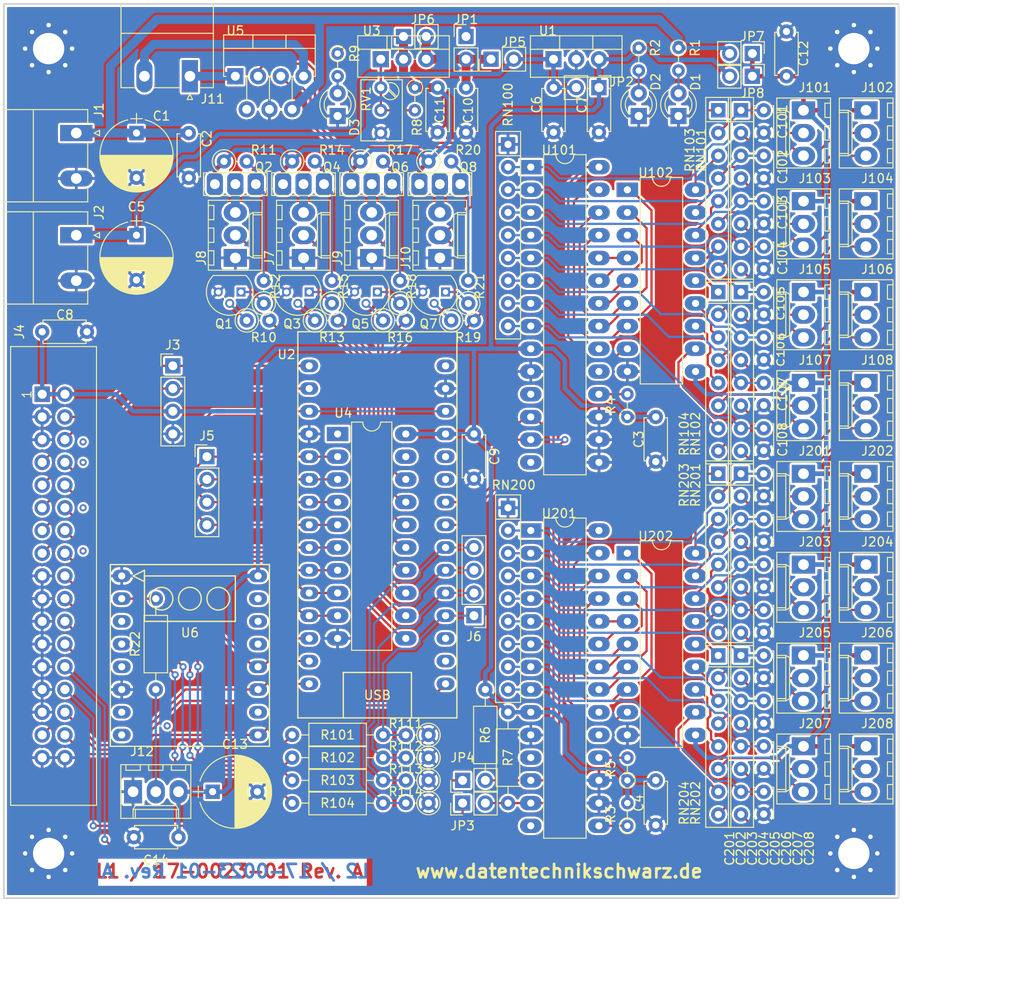
<source format=kicad_pcb>
(kicad_pcb (version 20170922) (host pcbnew no-vcs-found-a3c4b50~61~ubuntu17.10.1)
  (title_block (date 2017-06-25))
  (layers (0 F.Cu signal) (31 B.Cu signal) (34 B.Paste user hide) (35 F.Paste user hide) (36 B.SilkS user) (37 F.SilkS user) (38 B.Mask user hide) (39 F.Mask user hide) (44 Edge.Cuts user))
  (net 0 "")
  (net 1 VCC)
  (net 2 GND)
  (net 3 Q1.1)
  (net 4 Q1.4)
  (net 5 Q1.3)
  (net 6 Q1.2)
  (net 7 Q1.8)
  (net 8 Q1.7)
  (net 9 Q1.6)
  (net 10 Q1.5)
  (net 11 I1.1)
  (net 12 I1.2)
  (net 13 I1.3)
  (net 14 I1.4)
  (net 15 I1.8)
  (net 16 I1.7)
  (net 17 I1.6)
  (net 18 I1.5)
  (net 19 "Net-(C101-Pad1)")
  (net 20 "Net-(C102-Pad1)")
  (net 21 "Net-(C103-Pad1)")
  (net 22 "Net-(C104-Pad1)")
  (net 23 "Net-(C105-Pad1)")
  (net 24 "Net-(C106-Pad1)")
  (net 25 "Net-(C107-Pad1)")
  (net 26 "Net-(C108-Pad1)")
  (net 27 "Net-(RN103-Pad7)")
  (net 28 "Net-(RN103-Pad5)")
  (net 29 "Net-(RN103-Pad3)")
  (net 30 "Net-(RN103-Pad1)")
  (net 31 "Net-(RN104-Pad1)")
  (net 32 "Net-(RN104-Pad3)")
  (net 33 "Net-(RN104-Pad5)")
  (net 34 "Net-(RN104-Pad7)")
  (net 35 "Net-(U101-Pad28)")
  (net 36 "Net-(U101-Pad27)")
  (net 37 "Net-(U101-Pad26)")
  (net 38 "Net-(U101-Pad25)")
  (net 39 "Net-(U101-Pad24)")
  (net 40 "Net-(U101-Pad23)")
  (net 41 "Net-(U101-Pad22)")
  (net 42 "Net-(U101-Pad21)")
  (net 43 Q2.1)
  (net 44 I2.1)
  (net 45 I2.2)
  (net 46 Q2.2)
  (net 47 Q2.3)
  (net 48 I2.3)
  (net 49 I2.4)
  (net 50 Q2.4)
  (net 51 Q2.5)
  (net 52 I2.5)
  (net 53 I2.6)
  (net 54 Q2.6)
  (net 55 Q2.7)
  (net 56 I2.7)
  (net 57 Q2.8)
  (net 58 I2.8)
  (net 59 "Net-(C208-Pad1)")
  (net 60 "Net-(C207-Pad1)")
  (net 61 "Net-(C206-Pad1)")
  (net 62 "Net-(C205-Pad1)")
  (net 63 "Net-(C204-Pad1)")
  (net 64 "Net-(C203-Pad1)")
  (net 65 "Net-(C202-Pad1)")
  (net 66 "Net-(C201-Pad1)")
  (net 67 "Net-(RN204-Pad7)")
  (net 68 "Net-(RN204-Pad5)")
  (net 69 "Net-(RN204-Pad3)")
  (net 70 "Net-(RN204-Pad1)")
  (net 71 "Net-(RN203-Pad1)")
  (net 72 "Net-(RN203-Pad3)")
  (net 73 "Net-(RN203-Pad5)")
  (net 74 "Net-(RN203-Pad7)")
  (net 75 "Net-(U201-Pad28)")
  (net 76 "Net-(U201-Pad27)")
  (net 77 "Net-(U201-Pad26)")
  (net 78 "Net-(U201-Pad25)")
  (net 79 "Net-(U201-Pad24)")
  (net 80 "Net-(U201-Pad23)")
  (net 81 "Net-(U201-Pad22)")
  (net 82 "Net-(U201-Pad21)")
  (net 83 VDD)
  (net 84 "Net-(D1-Pad2)")
  (net 85 "Net-(D2-Pad2)")
  (net 86 "Net-(R3-Pad1)")
  (net 87 "Net-(R4-Pad2)")
  (net 88 "Net-(R5-Pad2)")
  (net 89 SCL)
  (net 90 SDA)
  (net 91 MISO)
  (net 92 SCK)
  (net 93 MOSI)
  (net 94 TX)
  (net 95 RX)
  (net 96 Reset)
  (net 97 /SCL_ext)
  (net 98 /SDA_ext)
  (net 99 "Net-(U2-Pad26)")
  (net 100 "Net-(U2-Pad30)")
  (net 101 "Net-(U2-Pad25)")
  (net 102 "Net-(U2-Pad17)")
  (net 103 "Net-(U2-Pad18)")
  (net 104 "Net-(U101-Pad20)")
  (net 105 "Net-(U101-Pad19)")
  (net 106 "Net-(U201-Pad20)")
  (net 107 "Net-(U201-Pad19)")
  (net 108 IO_4)
  (net 109 IO_3)
  (net 110 IO_1)
  (net 111 IO_2)
  (net 112 IO_0)
  (net 113 IO_5)
  (net 114 IO_6)
  (net 115 AN_1)
  (net 116 AN_3)
  (net 117 AN_2)
  (net 118 IO_7)
  (net 119 IO_8)
  (net 120 AN_0)
  (net 121 "Net-(J4-Pad18)")
  (net 122 "Net-(J4-Pad24)")
  (net 123 "Net-(J4-Pad22)")
  (net 124 "Net-(J4-Pad20)")
  (net 125 VBUS)
  (net 126 "Net-(C10-Pad1)")
  (net 127 VDDA)
  (net 128 "Net-(R8-Pad2)")
  (net 129 "Net-(D3-Pad2)")
  (net 130 "Net-(Q2-Pad1)")
  (net 131 "Net-(J8-Pad3)")
  (net 132 "Net-(U4-Pad19)")
  (net 133 "Net-(U4-Pad1)")
  (net 134 "Net-(J7-Pad3)")
  (net 135 "Net-(Q4-Pad1)")
  (net 136 "Net-(Q3-Pad1)")
  (net 137 "Net-(Q3-Pad2)")
  (net 138 "Net-(Q1-Pad2)")
  (net 139 "Net-(Q1-Pad1)")
  (net 140 Servo_1_POW)
  (net 141 Servo_0_POW)
  (net 142 Servo_0_PWM)
  (net 143 Servo_1_PWM)
  (net 144 "Net-(J9-Pad3)")
  (net 145 "Net-(Q6-Pad1)")
  (net 146 "Net-(Q8-Pad1)")
  (net 147 "Net-(J10-Pad3)")
  (net 148 "Net-(Q5-Pad1)")
  (net 149 "Net-(Q5-Pad2)")
  (net 150 "Net-(Q7-Pad1)")
  (net 151 "Net-(Q7-Pad2)")
  (net 152 Servo_3_POW)
  (net 153 Servo_2_POW)
  (net 154 Servo_2_PWM)
  (net 155 Servo_3_PWM)
  (net 156 V_IO)
  (net 157 "Net-(U5-Pad2)")
  (net 158 "Net-(J11-Pad2)")
  (net 159 "Net-(J11-Pad1)")
  (net 160 WS2812)
  (net 161 "Net-(U6-Pad3)")
  (net 162 "Net-(U6-Pad4)")
  (net 163 "Net-(U6-Pad5)")
  (net 164 "Net-(U6-Pad7)")
  (net 165 "Net-(U6-Pad8)")
  (net 166 "Net-(U6-Pad15)")
  (net 167 "Net-(U6-Pad10)")
  (net 168 "Net-(U6-Pad13)")
  (net 169 "Net-(U6-Pad14)")
  (net 170 "Net-(J12-Pad2)")
  (module Capacitors_THT:CP_Radial_D8.0mm_P5.00mm (layer F.Cu) (at 123.33 118.1)
    (fp_text reference C13 (at 2.5 -5.31) (layer F.SilkS))
    (fp_text value 47uF)
    (pad 2 thru_hole circle (at 5 0) (size 1.6 1.6) (drill 0.8) (layers *.Cu *.Mask) (net 2 GND))
    (pad 1 thru_hole rect (at 0 0) (size 1.6 1.6) (drill 0.8) (layers *.Cu *.Mask) (net 1 VCC))
  )
  (module Capacitors_THT:C_Disc_D4.7mm_W2.5mm_P5.00mm (layer F.Cu) (at 119.52 123.18 180)
    (fp_text reference C14 (at 2.5 -2.56 180) (layer F.SilkS))
    (fp_text value 100nF)
    (pad 2 thru_hole circle (at 5 0 180) (size 1.6 1.6) (drill 0.8) (layers *.Cu *.Mask) (net 2 GND))
    (pad 1 thru_hole circle (at 0 0 180) (size 1.6 1.6) (drill 0.8) (layers *.Cu *.Mask) (net 1 VCC))
  )
  (module Connectors_Molex:Molex_KK-6410-03_03x2.54mm_Straight (layer F.Cu) (at 114.44 118.1)
    (fp_text reference J12 (at 1 -4.5) (layer F.SilkS))
    (fp_text value CONN_01X03)
    (pad 3 thru_hole oval (at 5.08 0) (size 2 2.6) (drill 1.2) (layers *.Cu *.Mask) (net 1 VCC))
    (pad 2 thru_hole oval (at 2.54 0) (size 2 2.6) (drill 1.2) (layers *.Cu *.Mask) (net 170 "Net-(J12-Pad2)"))
    (pad 1 thru_hole rect (at 0 0) (size 2 2.6) (drill 1.2) (layers *.Cu *.Mask) (net 2 GND))
  )
  (module Resistors_THT:R_Axial_DIN0207_L6.3mm_D2.5mm_P10.16mm_Horizontal (layer F.Cu) (at 116.98 106.67 90)
    (fp_text reference R22 (at 5.08 -2.31 90) (layer F.SilkS))
    (fp_text value 330R)
    (pad 2 thru_hole oval (at 10.16 0 90) (size 1.6 1.6) (drill 0.8) (layers *.Cu *.Mask) (net 160 WS2812))
    (pad 1 thru_hole circle (at 0 0 90) (size 1.6 1.6) (drill 0.8) (layers *.Cu *.Mask) (net 170 "Net-(J12-Pad2)"))
  )
  (module user:Digi_Dot_Booster (layer F.Cu) (at 120.79 102.86)
    (fp_text reference U6 (at 0 -2.54) (layer F.SilkS))
    (fp_text value Digi_Dot_Booster)
    (pad 1 thru_hole oval (at -7.62 -8.89) (size 2 1.4) (drill 0.8) (layers *.Cu *.Mask) (net 2 GND))
    (pad 2 thru_hole oval (at -7.62 -6.35) (size 2 1.4) (drill 0.8) (layers *.Cu *.Mask) (net 160 WS2812))
    (pad 3 thru_hole oval (at -7.62 -3.81) (size 2 1.4) (drill 0.8) (layers *.Cu *.Mask) (net 161 "Net-(U6-Pad3)"))
    (pad 4 thru_hole oval (at -7.62 -1.27) (size 2 1.4) (drill 0.8) (layers *.Cu *.Mask) (net 162 "Net-(U6-Pad4)"))
    (pad 5 thru_hole oval (at -7.62 1.27) (size 2 1.4) (drill 0.8) (layers *.Cu *.Mask) (net 163 "Net-(U6-Pad5)"))
    (pad 6 thru_hole oval (at -7.62 3.81) (size 2 1.4) (drill 0.8) (layers *.Cu *.Mask) (net 2 GND))
    (pad 7 thru_hole oval (at -7.62 6.35) (size 2 1.4) (drill 0.8) (layers *.Cu *.Mask) (net 164 "Net-(U6-Pad7)"))
    (pad 8 thru_hole oval (at -7.62 8.89) (size 2 1.4) (drill 0.8) (layers *.Cu *.Mask) (net 165 "Net-(U6-Pad8)"))
    (pad 12 thru_hole oval (at 7.62 1.27) (size 2 1.4) (drill 0.8) (layers *.Cu *.Mask) (net 119 IO_8))
    (pad 16 thru_hole oval (at 7.62 -8.89) (size 2 1.4) (drill 0.8) (layers *.Cu *.Mask) (net 1 VCC))
    (pad 15 thru_hole oval (at 7.62 -6.35) (size 2 1.4) (drill 0.8) (layers *.Cu *.Mask) (net 166 "Net-(U6-Pad15)"))
    (pad 9 thru_hole oval (at 7.62 8.89) (size 2 1.4) (drill 0.8) (layers *.Cu *.Mask) (net 92 SCK))
    (pad 11 thru_hole oval (at 7.62 3.81) (size 2 1.4) (drill 0.8) (layers *.Cu *.Mask) (net 93 MOSI))
    (pad 10 thru_hole oval (at 7.62 6.35) (size 2 1.4) (drill 0.8) (layers *.Cu *.Mask) (net 167 "Net-(U6-Pad10)"))
    (pad 13 thru_hole oval (at 7.62 -1.27) (size 2 1.4) (drill 0.8) (layers *.Cu *.Mask) (net 168 "Net-(U6-Pad13)"))
    (pad 14 thru_hole oval (at 7.62 -3.81) (size 2 1.4) (drill 0.8) (layers *.Cu *.Mask) (net 169 "Net-(U6-Pad14)"))
  )
  (module Connectors_Phoenix:PhoenixContact_MC-G_02x5.08mm_Angled (layer F.Cu) (at 120.79 38.09 180)
    (fp_text reference J11 (at -2.54 -2.54 180) (layer F.SilkS))
    (fp_text value Screw_Terminal_1x02)
    (pad 2 thru_hole oval (at 5.08 0 180) (size 1.8 3.6) (drill 1.2) (layers *.Cu *.Mask) (net 158 "Net-(J11-Pad2)"))
    (pad 1 thru_hole rect (at 0 0 180) (size 1.8 3.6) (drill 1.2) (layers *.Cu *.Mask) (net 159 "Net-(J11-Pad1)"))
  )
  (module TO_SOT_Packages_THT:TO-220-7_Multiwatt-7_Vertical_StaggeredType2 (layer F.Cu) (at 125.87 38.09)
    (fp_text reference U5 (at 0 -5.08) (layer F.SilkS))
    (fp_text value TLE5206-2)
    (pad 7 thru_hole oval (at 7.62 0) (size 1.8 1.8) (drill 1) (layers *.Cu *.Mask) (net 158 "Net-(J11-Pad2)"))
    (pad 6 thru_hole oval (at 6.35 3.7) (size 1.8 1.8) (drill 1) (layers *.Cu *.Mask) (net 83 VDD))
    (pad 5 thru_hole oval (at 5.08 0) (size 1.8 1.8) (drill 1) (layers *.Cu *.Mask) (net 155 Servo_3_PWM))
    (pad 4 thru_hole oval (at 3.81 3.7) (size 1.8 1.8) (drill 1) (layers *.Cu *.Mask) (net 2 GND))
    (pad 3 thru_hole oval (at 2.54 0) (size 1.8 1.8) (drill 1) (layers *.Cu *.Mask) (net 152 Servo_3_POW))
    (pad 2 thru_hole oval (at 1.27 3.7) (size 1.8 1.8) (drill 1) (layers *.Cu *.Mask) (net 157 "Net-(U5-Pad2)"))
    (pad 1 thru_hole rect (at 0 0) (size 1.8 1.8) (drill 1) (layers *.Cu *.Mask) (net 159 "Net-(J11-Pad1)"))
  )
  (module Capacitors_THT:C_Disc_D4.7mm_W2.5mm_P5.00mm (layer F.Cu) (at 187.465 38.09 90)
    (fp_text reference C12 (at 2.54 1.905 90) (layer F.SilkS))
    (fp_text value 100nF)
    (pad 2 thru_hole circle (at 5 0 90) (size 1.6 1.6) (drill 0.8) (layers *.Cu *.Mask) (net 2 GND))
    (pad 1 thru_hole circle (at 0 0 90) (size 1.6 1.6) (drill 0.8) (layers *.Cu *.Mask) (net 156 V_IO))
  )
  (module Pin_Headers:Pin_Header_Straight_1x02_Pitch2.54mm (layer F.Cu) (at 183.655 38.09 270)
    (fp_text reference JP8 (at 1.905 0) (layer F.SilkS))
    (fp_text value Jumper_NO_Small)
    (pad 2 thru_hole oval (at 0 2.54 270) (size 1.7 1.7) (drill 1) (layers *.Cu *.Mask) (net 1 VCC))
    (pad 1 thru_hole rect (at 0 0 270) (size 1.7 1.7) (drill 1) (layers *.Cu *.Mask) (net 156 V_IO))
  )
  (module Pin_Headers:Pin_Header_Straight_1x02_Pitch2.54mm (layer F.Cu) (at 183.655 35.55 270)
    (fp_text reference JP7 (at -1.905 0) (layer F.SilkS))
    (fp_text value Jumper_NO_Small)
    (pad 2 thru_hole oval (at 0 2.54 270) (size 1.7 1.7) (drill 1) (layers *.Cu *.Mask) (net 83 VDD))
    (pad 1 thru_hole rect (at 0 0 270) (size 1.7 1.7) (drill 1) (layers *.Cu *.Mask) (net 156 V_IO))
  )
  (module Connectors_Molex:Molex_KK-6410-03_03x2.54mm_Straight (layer F.Cu) (at 148.73 58.41 90)
    (fp_text reference J10 (at 0 -3.81 90) (layer F.SilkS))
    (fp_text value CONN_01X03)
    (pad 1 thru_hole rect (at 0 0 90) (size 2 2.6) (drill 1.2) (layers *.Cu *.Mask) (net 2 GND))
    (pad 2 thru_hole oval (at 2.54 0 90) (size 2 2.6) (drill 1.2) (layers *.Cu *.Mask) (net 155 Servo_3_PWM))
    (pad 3 thru_hole oval (at 5.08 0 90) (size 2 2.6) (drill 1.2) (layers *.Cu *.Mask) (net 147 "Net-(J10-Pad3)"))
  )
  (module Connectors_Molex:Molex_KK-6410-03_03x2.54mm_Straight (layer F.Cu) (at 141.11 58.41 90)
    (fp_text reference J9 (at 0 -3.81 90) (layer F.SilkS))
    (fp_text value CONN_01X03)
    (pad 3 thru_hole oval (at 5.08 0 90) (size 2 2.6) (drill 1.2) (layers *.Cu *.Mask) (net 144 "Net-(J9-Pad3)"))
    (pad 2 thru_hole oval (at 2.54 0 90) (size 2 2.6) (drill 1.2) (layers *.Cu *.Mask) (net 154 Servo_2_PWM))
    (pad 1 thru_hole rect (at 0 0 90) (size 2 2.6) (drill 1.2) (layers *.Cu *.Mask) (net 2 GND))
  )
  (module Resistors_THT:R_Axial_DIN0207_L6.3mm_D2.5mm_P2.54mm_Vertical (layer F.Cu) (at 142.38 65.395)
    (fp_text reference R16 (at 1.905 1.905) (layer F.SilkS))
    (fp_text value 4K7)
    (pad 1 thru_hole circle (at 0 0) (size 1.6 1.6) (drill 0.8) (layers *.Cu *.Mask) (net 149 "Net-(Q5-Pad2)"))
    (pad 2 thru_hole oval (at 2.54 0) (size 1.6 1.6) (drill 0.8) (layers *.Cu *.Mask) (net 153 Servo_2_POW))
  )
  (module Resistors_THT:R_Axial_DIN0207_L6.3mm_D2.5mm_P2.54mm_Vertical (layer F.Cu) (at 139.84 47.615)
    (fp_text reference R17 (at 4.445 -1.27) (layer F.SilkS))
    (fp_text value 47K)
    (pad 2 thru_hole oval (at 2.54 0) (size 1.6 1.6) (drill 0.8) (layers *.Cu *.Mask) (net 145 "Net-(Q6-Pad1)"))
    (pad 1 thru_hole circle (at 0 0) (size 1.6 1.6) (drill 0.8) (layers *.Cu *.Mask) (net 127 VDDA))
  )
  (module Resistors_THT:R_Axial_DIN0207_L6.3mm_D2.5mm_P2.54mm_Vertical (layer F.Cu) (at 150 65.395)
    (fp_text reference R19 (at 1.905 1.905) (layer F.SilkS))
    (fp_text value 4K7)
    (pad 1 thru_hole circle (at 0 0) (size 1.6 1.6) (drill 0.8) (layers *.Cu *.Mask) (net 151 "Net-(Q7-Pad2)"))
    (pad 2 thru_hole oval (at 2.54 0) (size 1.6 1.6) (drill 0.8) (layers *.Cu *.Mask) (net 152 Servo_3_POW))
  )
  (module Resistors_THT:R_Axial_DIN0207_L6.3mm_D2.5mm_P2.54mm_Vertical (layer F.Cu) (at 147.46 47.615)
    (fp_text reference R20 (at 4.445 -1.27) (layer F.SilkS))
    (fp_text value 47K)
    (pad 2 thru_hole oval (at 2.54 0) (size 1.6 1.6) (drill 0.8) (layers *.Cu *.Mask) (net 146 "Net-(Q8-Pad1)"))
    (pad 1 thru_hole circle (at 0 0) (size 1.6 1.6) (drill 0.8) (layers *.Cu *.Mask) (net 127 VDDA))
  )
  (module Resistors_THT:R_Axial_DIN0207_L6.3mm_D2.5mm_P2.54mm_Vertical (layer F.Cu) (at 151.905 63.49 90)
    (fp_text reference R21 (at 1.905 1.27 90) (layer F.SilkS))
    (fp_text value 4K7)
    (pad 1 thru_hole circle (at 0 0 90) (size 1.6 1.6) (drill 0.8) (layers *.Cu *.Mask) (net 150 "Net-(Q7-Pad1)"))
    (pad 2 thru_hole oval (at 2.54 0 90) (size 1.6 1.6) (drill 0.8) (layers *.Cu *.Mask) (net 146 "Net-(Q8-Pad1)"))
  )
  (module Resistors_THT:R_Axial_DIN0207_L6.3mm_D2.5mm_P2.54mm_Vertical (layer F.Cu) (at 144.285 63.49 90)
    (fp_text reference R18 (at 1.905 1.27 90) (layer F.SilkS))
    (fp_text value 4K7)
    (pad 2 thru_hole oval (at 2.54 0 90) (size 1.6 1.6) (drill 0.8) (layers *.Cu *.Mask) (net 145 "Net-(Q6-Pad1)"))
    (pad 1 thru_hole circle (at 0 0 90) (size 1.6 1.6) (drill 0.8) (layers *.Cu *.Mask) (net 148 "Net-(Q5-Pad1)"))
  )
  (module TO_SOT_Packages_THT:TO-92_Molded_Narrow (layer F.Cu) (at 149.365 62.22 180)
    (fp_text reference Q7 (at 1.905 -3.56 180) (layer F.SilkS))
    (fp_text value BC547)
    (pad 1 thru_hole rect (at 0 0 270) (size 1 1) (drill 0.6) (layers *.Cu *.Mask) (net 150 "Net-(Q7-Pad1)"))
    (pad 3 thru_hole circle (at 2.54 0 270) (size 1 1) (drill 0.6) (layers *.Cu *.Mask) (net 2 GND))
    (pad 2 thru_hole circle (at 1.27 -1.27 270) (size 1 1) (drill 0.6) (layers *.Cu *.Mask) (net 151 "Net-(Q7-Pad2)"))
  )
  (module TO_SOT_Packages_THT:TO-92_Molded_Narrow (layer F.Cu) (at 141.745 62.22 180)
    (fp_text reference Q5 (at 1.905 -3.56 180) (layer F.SilkS))
    (fp_text value BC547)
    (pad 1 thru_hole rect (at 0 0 270) (size 1 1) (drill 0.6) (layers *.Cu *.Mask) (net 148 "Net-(Q5-Pad1)"))
    (pad 3 thru_hole circle (at 2.54 0 270) (size 1 1) (drill 0.6) (layers *.Cu *.Mask) (net 2 GND))
    (pad 2 thru_hole circle (at 1.27 -1.27 270) (size 1 1) (drill 0.6) (layers *.Cu *.Mask) (net 149 "Net-(Q5-Pad2)"))
  )
  (module User_Footprints:TO-251_IPAK_Vertical_user (layer F.Cu) (at 148.73 50.155 180)
    (fp_text reference Q8 (at -3.175 1.905 180) (layer F.SilkS))
    (fp_text value IRF9024N)
    (pad 1 thru_hole roundrect (at -2.286 0 180) (size 1.8 2.4) (drill 1.1) (layers *.Cu *.Mask) (net 146 "Net-(Q8-Pad1)"))
    (pad 2 thru_hole roundrect (at 0 0 180) (size 1.8 2.4) (drill 1.1) (layers *.Cu *.Mask) (net 147 "Net-(J10-Pad3)"))
    (pad 3 thru_hole roundrect (at 2.286 0 180) (size 1.8 2.4) (drill 1.1) (layers *.Cu *.Mask) (net 127 VDDA))
  )
  (module User_Footprints:TO-251_IPAK_Vertical_user (layer F.Cu) (at 141.11 50.155 180)
    (fp_text reference Q6 (at -3.175 1.905 180) (layer F.SilkS))
    (fp_text value IRF9024N)
    (pad 3 thru_hole roundrect (at 2.286 0 180) (size 1.8 2.4) (drill 1.1) (layers *.Cu *.Mask) (net 127 VDDA))
    (pad 2 thru_hole roundrect (at 0 0 180) (size 1.8 2.4) (drill 1.1) (layers *.Cu *.Mask) (net 144 "Net-(J9-Pad3)"))
    (pad 1 thru_hole roundrect (at -2.286 0 180) (size 1.8 2.4) (drill 1.1) (layers *.Cu *.Mask) (net 145 "Net-(Q6-Pad1)"))
  )
  (module Connectors_Molex:Molex_KK-6410-03_03x2.54mm_Straight (layer F.Cu) (at 133.49 58.41 90)
    (fp_text reference J7 (at 0 -3.81 90) (layer F.SilkS))
    (fp_text value CONN_01X03)
    (pad 3 thru_hole oval (at 5.08 0 90) (size 2 2.6) (drill 1.2) (layers *.Cu *.Mask) (net 134 "Net-(J7-Pad3)"))
    (pad 2 thru_hole oval (at 2.54 0 90) (size 2 2.6) (drill 1.2) (layers *.Cu *.Mask) (net 143 Servo_1_PWM))
    (pad 1 thru_hole rect (at 0 0 90) (size 2 2.6) (drill 1.2) (layers *.Cu *.Mask) (net 2 GND))
  )
  (module Resistors_THT:R_Axial_DIN0207_L6.3mm_D2.5mm_P2.54mm_Vertical (layer F.Cu) (at 129.045 63.49 90)
    (fp_text reference R12 (at 1.905 1.27 90) (layer F.SilkS))
    (fp_text value 4K7)
    (pad 1 thru_hole circle (at 0 0 90) (size 1.6 1.6) (drill 0.8) (layers *.Cu *.Mask) (net 139 "Net-(Q1-Pad1)"))
    (pad 2 thru_hole oval (at 2.54 0 90) (size 1.6 1.6) (drill 0.8) (layers *.Cu *.Mask) (net 130 "Net-(Q2-Pad1)"))
  )
  (module Resistors_THT:R_Axial_DIN0207_L6.3mm_D2.5mm_P2.54mm_Vertical (layer F.Cu) (at 127.14 65.395)
    (fp_text reference R10 (at 1.905 1.905) (layer F.SilkS))
    (fp_text value 4K7)
    (pad 2 thru_hole oval (at 2.54 0) (size 1.6 1.6) (drill 0.8) (layers *.Cu *.Mask) (net 141 Servo_0_POW))
    (pad 1 thru_hole circle (at 0 0) (size 1.6 1.6) (drill 0.8) (layers *.Cu *.Mask) (net 138 "Net-(Q1-Pad2)"))
  )
  (module Resistors_THT:R_Axial_DIN0207_L6.3mm_D2.5mm_P2.54mm_Vertical (layer F.Cu) (at 124.6 47.615)
    (fp_text reference R11 (at 4.445 -1.27) (layer F.SilkS))
    (fp_text value 47K)
    (pad 1 thru_hole circle (at 0 0) (size 1.6 1.6) (drill 0.8) (layers *.Cu *.Mask) (net 127 VDDA))
    (pad 2 thru_hole oval (at 2.54 0) (size 1.6 1.6) (drill 0.8) (layers *.Cu *.Mask) (net 130 "Net-(Q2-Pad1)"))
  )
  (module Resistors_THT:R_Axial_DIN0207_L6.3mm_D2.5mm_P2.54mm_Vertical (layer F.Cu) (at 134.76 65.395)
    (fp_text reference R13 (at 1.905 1.905) (layer F.SilkS))
    (fp_text value 4K7)
    (pad 2 thru_hole oval (at 2.54 0) (size 1.6 1.6) (drill 0.8) (layers *.Cu *.Mask) (net 140 Servo_1_POW))
    (pad 1 thru_hole circle (at 0 0) (size 1.6 1.6) (drill 0.8) (layers *.Cu *.Mask) (net 137 "Net-(Q3-Pad2)"))
  )
  (module Resistors_THT:R_Axial_DIN0207_L6.3mm_D2.5mm_P2.54mm_Vertical (layer F.Cu) (at 132.22 47.615)
    (fp_text reference R14 (at 4.445 -1.27) (layer F.SilkS))
    (fp_text value 47K)
    (pad 1 thru_hole circle (at 0 0) (size 1.6 1.6) (drill 0.8) (layers *.Cu *.Mask) (net 127 VDDA))
    (pad 2 thru_hole oval (at 2.54 0) (size 1.6 1.6) (drill 0.8) (layers *.Cu *.Mask) (net 135 "Net-(Q4-Pad1)"))
  )
  (module Resistors_THT:R_Axial_DIN0207_L6.3mm_D2.5mm_P2.54mm_Vertical (layer F.Cu) (at 136.665 63.49 90)
    (fp_text reference R15 (at 1.905 1.27 90) (layer F.SilkS))
    (fp_text value 4K7)
    (pad 2 thru_hole oval (at 2.54 0 90) (size 1.6 1.6) (drill 0.8) (layers *.Cu *.Mask) (net 135 "Net-(Q4-Pad1)"))
    (pad 1 thru_hole circle (at 0 0 90) (size 1.6 1.6) (drill 0.8) (layers *.Cu *.Mask) (net 136 "Net-(Q3-Pad1)"))
  )
  (module TO_SOT_Packages_THT:TO-92_Molded_Narrow (layer F.Cu) (at 126.505 62.22 180)
    (fp_text reference Q1 (at 1.905 -3.56 180) (layer F.SilkS))
    (fp_text value BC547)
    (pad 2 thru_hole circle (at 1.27 -1.27 270) (size 1 1) (drill 0.6) (layers *.Cu *.Mask) (net 138 "Net-(Q1-Pad2)"))
    (pad 3 thru_hole circle (at 2.54 0 270) (size 1 1) (drill 0.6) (layers *.Cu *.Mask) (net 2 GND))
    (pad 1 thru_hole rect (at 0 0 270) (size 1 1) (drill 0.6) (layers *.Cu *.Mask) (net 139 "Net-(Q1-Pad1)"))
  )
  (module TO_SOT_Packages_THT:TO-92_Molded_Narrow (layer F.Cu) (at 134.125 62.22 180)
    (fp_text reference Q3 (at 1.905 -3.56 180) (layer F.SilkS))
    (fp_text value BC547)
    (pad 1 thru_hole rect (at 0 0 270) (size 1 1) (drill 0.6) (layers *.Cu *.Mask) (net 136 "Net-(Q3-Pad1)"))
    (pad 3 thru_hole circle (at 2.54 0 270) (size 1 1) (drill 0.6) (layers *.Cu *.Mask) (net 2 GND))
    (pad 2 thru_hole circle (at 1.27 -1.27 270) (size 1 1) (drill 0.6) (layers *.Cu *.Mask) (net 137 "Net-(Q3-Pad2)"))
  )
  (module User_Footprints:TO-251_IPAK_Vertical_user (layer F.Cu) (at 133.49 50.155 180)
    (fp_text reference Q4 (at -3.175 1.905 180) (layer F.SilkS))
    (fp_text value IRF9024N)
    (pad 3 thru_hole roundrect (at 2.286 0 180) (size 1.8 2.4) (drill 1.1) (layers *.Cu *.Mask) (net 127 VDDA))
    (pad 2 thru_hole roundrect (at 0 0 180) (size 1.8 2.4) (drill 1.1) (layers *.Cu *.Mask) (net 134 "Net-(J7-Pad3)"))
    (pad 1 thru_hole roundrect (at -2.286 0 180) (size 1.8 2.4) (drill 1.1) (layers *.Cu *.Mask) (net 135 "Net-(Q4-Pad1)"))
  )
  (module TO_SOT_Packages_THT:TO-220_Vertical (layer F.Cu) (at 142.126 36.185)
    (fp_text reference U3 (at -1.016 -3.175) (layer F.SilkS))
    (fp_text value LM317_3PinPackage)
    (pad 1 thru_hole rect (at 0 0) (size 1.8 1.8) (drill 1) (layers *.Cu *.Mask) (net 128 "Net-(R8-Pad2)"))
    (pad 2 thru_hole oval (at 2.54 0) (size 1.8 1.8) (drill 1) (layers *.Cu *.Mask) (net 127 VDDA))
    (pad 3 thru_hole oval (at 5.08 0) (size 1.8 1.8) (drill 1) (layers *.Cu *.Mask) (net 126 "Net-(C10-Pad1)"))
  )
  (module TO_SOT_Packages_THT:TO-220_Vertical (layer F.Cu) (at 161.43 36.185)
    (fp_text reference U1 (at -0.635 -3.175) (layer F.SilkS))
    (fp_text value LM7805_TO220)
    (pad 3 thru_hole oval (at 5.08 0) (size 1.8 1.8) (drill 1) (layers *.Cu *.Mask) (net 1 VCC))
    (pad 2 thru_hole oval (at 2.54 0) (size 1.8 1.8) (drill 1) (layers *.Cu *.Mask) (net 2 GND))
    (pad 1 thru_hole rect (at 0 0) (size 1.8 1.8) (drill 1) (layers *.Cu *.Mask) (net 125 VBUS))
  )
  (module Pin_Headers:Pin_Header_Straight_1x02_Pitch2.54mm (layer F.Cu) (at 144.666 33.645 90)
    (fp_text reference JP6 (at 1.905 2.159 180) (layer F.SilkS))
    (fp_text value Jumper_NO_Small)
    (pad 2 thru_hole oval (at 0 2.54 90) (size 1.7 1.7) (drill 1) (layers *.Cu *.Mask) (net 126 "Net-(C10-Pad1)"))
    (pad 1 thru_hole rect (at 0 0 90) (size 1.7 1.7) (drill 1) (layers *.Cu *.Mask) (net 127 VDDA))
  )
  (module Housings_DIP:DIP-20_W7.62mm_LongPads (layer F.Cu) (at 137.3 78.095)
    (fp_text reference U4 (at 0.635 -2.33) (layer F.SilkS))
    (fp_text value 74HC245)
    (pad 20 thru_hole oval (at 7.62 0) (size 2.4 1.6) (drill 0.8) (layers *.Cu *.Mask) (net 1 VCC))
    (pad 10 thru_hole oval (at 0 22.86) (size 2.4 1.6) (drill 0.8) (layers *.Cu *.Mask) (net 2 GND))
    (pad 19 thru_hole oval (at 7.62 2.54) (size 2.4 1.6) (drill 0.8) (layers *.Cu *.Mask) (net 132 "Net-(U4-Pad19)"))
    (pad 9 thru_hole oval (at 0 20.32) (size 2.4 1.6) (drill 0.8) (layers *.Cu *.Mask) (net 118 IO_7))
    (pad 18 thru_hole oval (at 7.62 5.08) (size 2.4 1.6) (drill 0.8) (layers *.Cu *.Mask) (net 152 Servo_3_POW))
    (pad 8 thru_hole oval (at 0 17.78) (size 2.4 1.6) (drill 0.8) (layers *.Cu *.Mask) (net 114 IO_6))
    (pad 17 thru_hole oval (at 7.62 7.62) (size 2.4 1.6) (drill 0.8) (layers *.Cu *.Mask) (net 155 Servo_3_PWM))
    (pad 7 thru_hole oval (at 0 15.24) (size 2.4 1.6) (drill 0.8) (layers *.Cu *.Mask) (net 113 IO_5))
    (pad 16 thru_hole oval (at 7.62 10.16) (size 2.4 1.6) (drill 0.8) (layers *.Cu *.Mask) (net 153 Servo_2_POW))
    (pad 6 thru_hole oval (at 0 12.7) (size 2.4 1.6) (drill 0.8) (layers *.Cu *.Mask) (net 108 IO_4))
    (pad 15 thru_hole oval (at 7.62 12.7) (size 2.4 1.6) (drill 0.8) (layers *.Cu *.Mask) (net 154 Servo_2_PWM))
    (pad 5 thru_hole oval (at 0 10.16) (size 2.4 1.6) (drill 0.8) (layers *.Cu *.Mask) (net 109 IO_3))
    (pad 14 thru_hole oval (at 7.62 15.24) (size 2.4 1.6) (drill 0.8) (layers *.Cu *.Mask) (net 140 Servo_1_POW))
    (pad 4 thru_hole oval (at 0 7.62) (size 2.4 1.6) (drill 0.8) (layers *.Cu *.Mask) (net 111 IO_2))
    (pad 13 thru_hole oval (at 7.62 17.78) (size 2.4 1.6) (drill 0.8) (layers *.Cu *.Mask) (net 143 Servo_1_PWM))
    (pad 3 thru_hole oval (at 0 5.08) (size 2.4 1.6) (drill 0.8) (layers *.Cu *.Mask) (net 110 IO_1))
    (pad 12 thru_hole oval (at 7.62 20.32) (size 2.4 1.6) (drill 0.8) (layers *.Cu *.Mask) (net 141 Servo_0_POW))
    (pad 2 thru_hole oval (at 0 2.54) (size 2.4 1.6) (drill 0.8) (layers *.Cu *.Mask) (net 112 IO_0))
    (pad 11 thru_hole oval (at 7.62 22.86) (size 2.4 1.6) (drill 0.8) (layers *.Cu *.Mask) (net 142 Servo_0_PWM))
    (pad 1 thru_hole rect (at 0 0) (size 2.4 1.6) (drill 0.8) (layers *.Cu *.Mask) (net 133 "Net-(U4-Pad1)"))
  )
  (module Connectors_Molex:Molex_KK-6410-03_03x2.54mm_Straight (layer F.Cu) (at 125.87 58.41 90)
    (fp_text reference J8 (at 0 -3.81 90) (layer F.SilkS))
    (fp_text value CONN_01X03)
    (pad 3 thru_hole oval (at 5.08 0 90) (size 2 2.6) (drill 1.2) (layers *.Cu *.Mask) (net 131 "Net-(J8-Pad3)"))
    (pad 2 thru_hole oval (at 2.54 0 90) (size 2 2.6) (drill 1.2) (layers *.Cu *.Mask) (net 142 Servo_0_PWM))
    (pad 1 thru_hole rect (at 0 0 90) (size 2 2.6) (drill 1.2) (layers *.Cu *.Mask) (net 2 GND))
  )
  (module User_Footprints:TO-251_IPAK_Vertical_user (layer F.Cu) (at 125.87 50.155 180)
    (fp_text reference Q2 (at -3.175 1.905 180) (layer F.SilkS))
    (fp_text value IRF9024N)
    (pad 3 thru_hole roundrect (at 2.286 0 180) (size 1.8 2.4) (drill 1.1) (layers *.Cu *.Mask) (net 127 VDDA))
    (pad 2 thru_hole roundrect (at 0 0 180) (size 1.8 2.4) (drill 1.1) (layers *.Cu *.Mask) (net 131 "Net-(J8-Pad3)"))
    (pad 1 thru_hole roundrect (at -2.286 0 180) (size 1.8 2.4) (drill 1.1) (layers *.Cu *.Mask) (net 130 "Net-(Q2-Pad1)"))
  )
  (module Capacitors_THT:C_Disc_D4.7mm_W2.5mm_P5.00mm (layer F.Cu) (at 148.476 39.36 270)
    (fp_text reference C11 (at 2.54 -0.254 270) (layer F.SilkS))
    (fp_text value 100nF)
    (pad 1 thru_hole circle (at 0 0 270) (size 1.6 1.6) (drill 0.8) (layers *.Cu *.Mask) (net 127 VDDA))
    (pad 2 thru_hole circle (at 5 0 270) (size 1.6 1.6) (drill 0.8) (layers *.Cu *.Mask) (net 2 GND))
  )
  (module Capacitors_THT:C_Disc_D4.7mm_W2.5mm_P5.00mm (layer F.Cu) (at 151.651 39.36 270)
    (fp_text reference C10 (at 2.54 -0.254 270) (layer F.SilkS))
    (fp_text value 100nF)
    (pad 2 thru_hole circle (at 5 0 270) (size 1.6 1.6) (drill 0.8) (layers *.Cu *.Mask) (net 2 GND))
    (pad 1 thru_hole circle (at 0 0 270) (size 1.6 1.6) (drill 0.8) (layers *.Cu *.Mask) (net 126 "Net-(C10-Pad1)"))
  )
  (module LEDs:LED_D3.0mm (layer F.Cu) (at 137.3 42.535 90)
    (fp_text reference D3 (at -1.27 1.905 90) (layer F.SilkS))
    (fp_text value LED)
    (pad 2 thru_hole circle (at 2.54 0 90) (size 1.8 1.8) (drill 0.9) (layers *.Cu *.Mask) (net 129 "Net-(D3-Pad2)"))
    (pad 1 thru_hole rect (at 0 0 90) (size 1.8 1.8) (drill 0.9) (layers *.Cu *.Mask) (net 2 GND))
  )
  (module Pin_Headers:Pin_Header_Straight_1x02_Pitch2.54mm (layer F.Cu) (at 154.445 36.185 90)
    (fp_text reference JP5 (at 1.905 2.54 180) (layer F.SilkS))
    (fp_text value Jumper_NO_Small)
    (pad 2 thru_hole oval (at 0 2.54 90) (size 1.7 1.7) (drill 1) (layers *.Cu *.Mask) (net 125 VBUS))
    (pad 1 thru_hole rect (at 0 0 90) (size 1.7 1.7) (drill 1) (layers *.Cu *.Mask) (net 126 "Net-(C10-Pad1)"))
  )
  (module Potentiometers:Potentiometer_Trimmer_Bourns_3266Y (layer F.Cu) (at 142.126 39.36 90)
    (fp_text reference RV1 (at -1.27 -1.651 90) (layer F.SilkS))
    (fp_text value 5K0)
    (pad 3 thru_hole circle (at -5.08 0 90) (size 1.44 1.44) (drill 0.8) (layers *.Cu *.Mask) (net 2 GND))
    (pad 2 thru_hole circle (at -2.54 0 90) (size 1.44 1.44) (drill 0.8) (layers *.Cu *.Mask) (net 128 "Net-(R8-Pad2)"))
    (pad 1 thru_hole circle (at 0 0 90) (size 1.44 1.44) (drill 0.8) (layers *.Cu *.Mask) (net 128 "Net-(R8-Pad2)"))
  )
  (module Resistors_THT:R_Axial_DIN0204_L3.6mm_D1.6mm_P2.54mm_Vertical (layer F.Cu) (at 145.936 39.36 270)
    (fp_text reference R8 (at 4.445 -0.254 270) (layer F.SilkS))
    (fp_text value 270R)
    (pad 2 thru_hole oval (at 2.54 0 270) (size 1.4 1.4) (drill 0.7) (layers *.Cu *.Mask) (net 128 "Net-(R8-Pad2)"))
    (pad 1 thru_hole circle (at 0 0 270) (size 1.4 1.4) (drill 0.7) (layers *.Cu *.Mask) (net 127 VDDA))
  )
  (module Resistors_THT:R_Axial_DIN0204_L3.6mm_D1.6mm_P2.54mm_Vertical (layer F.Cu) (at 137.3 35.55 270)
    (fp_text reference R9 (at 0 -1.905 270) (layer F.SilkS))
    (fp_text value 390R)
    (pad 2 thru_hole oval (at 2.54 0 270) (size 1.4 1.4) (drill 0.7) (layers *.Cu *.Mask) (net 129 "Net-(D3-Pad2)"))
    (pad 1 thru_hole circle (at 0 0 270) (size 1.4 1.4) (drill 0.7) (layers *.Cu *.Mask) (net 127 VDDA))
  )
  (module Capacitors_THT:C_Disc_D4.7mm_W2.5mm_P5.00mm (layer F.Cu) (at 152.54 78.095 270)
    (fp_text reference C9 (at 2.5 -2.31 270) (layer F.SilkS))
    (fp_text value 100nF)
    (pad 2 thru_hole circle (at 5 0 270) (size 1.6 1.6) (drill 0.8) (layers *.Cu *.Mask) (net 2 GND))
    (pad 1 thru_hole circle (at 0 0 270) (size 1.6 1.6) (drill 0.8) (layers *.Cu *.Mask) (net 1 VCC))
  )
  (module Capacitors_THT:CP_Radial_D8.0mm_P5.00mm (layer F.Cu) (at 114.821 55.87 270)
    (fp_text reference C5 (at -3.175 0) (layer F.SilkS))
    (fp_text value 47uF)
    (pad 2 thru_hole circle (at 5 0 270) (size 1.6 1.6) (drill 0.8) (layers *.Cu *.Mask) (net 2 GND))
    (pad 1 thru_hole rect (at 0 0 270) (size 1.6 1.6) (drill 0.8) (layers *.Cu *.Mask) (net 125 VBUS))
  )
  (module Resistors_THT:R_Axial_DIN0207_L6.3mm_D2.5mm_P10.16mm_Horizontal (layer F.Cu) (at 142.38 111.75 180)
    (fp_text reference R101 (at 5.08 0 180) (layer F.SilkS))
    (fp_text value 100R)
    (pad 1 thru_hole circle (at 0 0 180) (size 1.6 1.6) (drill 0.8) (layers *.Cu *.Mask) (net 120 AN_0))
    (pad 2 thru_hole oval (at 10.16 0 180) (size 1.6 1.6) (drill 0.8) (layers *.Cu *.Mask) (net 121 "Net-(J4-Pad18)"))
  )
  (module Resistors_THT:R_Axial_DIN0207_L6.3mm_D2.5mm_P10.16mm_Horizontal (layer F.Cu) (at 142.38 119.37 180)
    (fp_text reference R104 (at 5.08 0 180) (layer F.SilkS))
    (fp_text value 100R)
    (pad 1 thru_hole circle (at 0 0 180) (size 1.6 1.6) (drill 0.8) (layers *.Cu *.Mask) (net 116 AN_3))
    (pad 2 thru_hole oval (at 10.16 0 180) (size 1.6 1.6) (drill 0.8) (layers *.Cu *.Mask) (net 122 "Net-(J4-Pad24)"))
  )
  (module Resistors_THT:R_Axial_DIN0207_L6.3mm_D2.5mm_P10.16mm_Horizontal (layer F.Cu) (at 142.38 114.29 180)
    (fp_text reference R102 (at 5.08 0 180) (layer F.SilkS))
    (fp_text value 100R)
    (pad 1 thru_hole circle (at 0 0 180) (size 1.6 1.6) (drill 0.8) (layers *.Cu *.Mask) (net 115 AN_1))
    (pad 2 thru_hole oval (at 10.16 0 180) (size 1.6 1.6) (drill 0.8) (layers *.Cu *.Mask) (net 124 "Net-(J4-Pad20)"))
  )
  (module Resistors_THT:R_Axial_DIN0207_L6.3mm_D2.5mm_P10.16mm_Horizontal (layer F.Cu) (at 142.38 116.83 180)
    (fp_text reference R103 (at 5.08 0 180) (layer F.SilkS))
    (fp_text value 100R)
    (pad 1 thru_hole circle (at 0 0 180) (size 1.6 1.6) (drill 0.8) (layers *.Cu *.Mask) (net 117 AN_2))
    (pad 2 thru_hole oval (at 10.16 0 180) (size 1.6 1.6) (drill 0.8) (layers *.Cu *.Mask) (net 123 "Net-(J4-Pad22)"))
  )
  (module Resistors_THT:R_Axial_DIN0207_L6.3mm_D2.5mm_P2.54mm_Vertical (layer F.Cu) (at 147.46 114.29 180)
    (fp_text reference R112 (at 2.54 1.27 180) (layer F.SilkS))
    (fp_text value 10K)
    (pad 1 thru_hole circle (at 0 0 180) (size 1.6 1.6) (drill 0.8) (layers *.Cu *.Mask) (net 2 GND))
    (pad 2 thru_hole oval (at 2.54 0 180) (size 1.6 1.6) (drill 0.8) (layers *.Cu *.Mask) (net 115 AN_1))
  )
  (module Resistors_THT:R_Axial_DIN0207_L6.3mm_D2.5mm_P2.54mm_Vertical (layer F.Cu) (at 147.46 116.83 180)
    (fp_text reference R113 (at 2.54 1.27 180) (layer F.SilkS))
    (fp_text value 10K)
    (pad 2 thru_hole oval (at 2.54 0 180) (size 1.6 1.6) (drill 0.8) (layers *.Cu *.Mask) (net 117 AN_2))
    (pad 1 thru_hole circle (at 0 0 180) (size 1.6 1.6) (drill 0.8) (layers *.Cu *.Mask) (net 2 GND))
  )
  (module Resistors_THT:R_Axial_DIN0207_L6.3mm_D2.5mm_P2.54mm_Vertical (layer F.Cu) (at 147.46 119.37 180)
    (fp_text reference R114 (at 2.54 1.27 180) (layer F.SilkS))
    (fp_text value 10K)
    (pad 1 thru_hole circle (at 0 0 180) (size 1.6 1.6) (drill 0.8) (layers *.Cu *.Mask) (net 2 GND))
    (pad 2 thru_hole oval (at 2.54 0 180) (size 1.6 1.6) (drill 0.8) (layers *.Cu *.Mask) (net 116 AN_3))
  )
  (module Resistors_THT:R_Axial_DIN0207_L6.3mm_D2.5mm_P2.54mm_Vertical (layer F.Cu) (at 147.46 111.75 180)
    (fp_text reference R111 (at 2.54 1.27 180) (layer F.SilkS))
    (fp_text value 10K)
    (pad 2 thru_hole oval (at 2.54 0 180) (size 1.6 1.6) (drill 0.8) (layers *.Cu *.Mask) (net 120 AN_0))
    (pad 1 thru_hole circle (at 0 0 180) (size 1.6 1.6) (drill 0.8) (layers *.Cu *.Mask) (net 2 GND))
  )
  (module Connectors:IDC_Header_Straight_34pins (layer F.Cu) (at 104.28 73.65 270)
    (fp_text reference J4 (at -6.985 2.54 270) (layer F.SilkS))
    (fp_text value CONN_02X17)
    (fp_text user 1 (at 0.02 1.72 270) (layer F.SilkS) (effects (font (thickness 0.12))))
    (pad 34 thru_hole oval (at 40.64 -2.54 270) (size 1.7272 1.7272) (drill 1.016) (layers *.Cu *.Mask) (net 2 GND))
    (pad 33 thru_hole oval (at 40.64 0 270) (size 1.7272 1.7272) (drill 1.016) (layers *.Cu *.Mask) (net 2 GND))
    (pad 32 thru_hole oval (at 38.1 -2.54 270) (size 1.7272 1.7272) (drill 1.016) (layers *.Cu *.Mask) (net 92 SCK))
    (pad 31 thru_hole oval (at 38.1 0 270) (size 1.7272 1.7272) (drill 1.016) (layers *.Cu *.Mask) (net 91 MISO))
    (pad 30 thru_hole oval (at 35.56 -2.54 270) (size 1.7272 1.7272) (drill 1.016) (layers *.Cu *.Mask) (net 93 MOSI))
    (pad 29 thru_hole oval (at 35.56 0 270) (size 1.7272 1.7272) (drill 1.016) (layers *.Cu *.Mask) (net 2 GND))
    (pad 28 thru_hole oval (at 33.02 -2.54 270) (size 1.7272 1.7272) (drill 1.016) (layers *.Cu *.Mask) (net 97 /SCL_ext))
    (pad 27 thru_hole oval (at 33.02 0 270) (size 1.7272 1.7272) (drill 1.016) (layers *.Cu *.Mask) (net 2 GND))
    (pad 26 thru_hole oval (at 30.48 -2.54 270) (size 1.7272 1.7272) (drill 1.016) (layers *.Cu *.Mask) (net 98 /SDA_ext))
    (pad 25 thru_hole oval (at 30.48 0 270) (size 1.7272 1.7272) (drill 1.016) (layers *.Cu *.Mask) (net 2 GND))
    (pad 24 thru_hole oval (at 27.94 -2.54 270) (size 1.7272 1.7272) (drill 1.016) (layers *.Cu *.Mask) (net 122 "Net-(J4-Pad24)"))
    (pad 23 thru_hole oval (at 27.94 0 270) (size 1.7272 1.7272) (drill 1.016) (layers *.Cu *.Mask) (net 2 GND))
    (pad 22 thru_hole oval (at 25.4 -2.54 270) (size 1.7272 1.7272) (drill 1.016) (layers *.Cu *.Mask) (net 123 "Net-(J4-Pad22)"))
    (pad 21 thru_hole oval (at 25.4 0 270) (size 1.7272 1.7272) (drill 1.016) (layers *.Cu *.Mask) (net 2 GND))
    (pad 20 thru_hole oval (at 22.86 -2.54 270) (size 1.7272 1.7272) (drill 1.016) (layers *.Cu *.Mask) (net 124 "Net-(J4-Pad20)"))
    (pad 19 thru_hole oval (at 22.86 0 270) (size 1.7272 1.7272) (drill 1.016) (layers *.Cu *.Mask) (net 2 GND))
    (pad 18 thru_hole oval (at 20.32 -2.54 270) (size 1.7272 1.7272) (drill 1.016) (layers *.Cu *.Mask) (net 121 "Net-(J4-Pad18)"))
    (pad 17 thru_hole oval (at 20.32 0 270) (size 1.7272 1.7272) (drill 1.016) (layers *.Cu *.Mask) (net 2 GND))
    (pad 16 thru_hole oval (at 17.78 -2.54 270) (size 1.7272 1.7272) (drill 1.016) (layers *.Cu *.Mask) (net 119 IO_8))
    (pad 15 thru_hole oval (at 17.78 0 270) (size 1.7272 1.7272) (drill 1.016) (layers *.Cu *.Mask) (net 118 IO_7))
    (pad 14 thru_hole oval (at 15.24 -2.54 270) (size 1.7272 1.7272) (drill 1.016) (layers *.Cu *.Mask) (net 114 IO_6))
    (pad 13 thru_hole oval (at 15.24 0 270) (size 1.7272 1.7272) (drill 1.016) (layers *.Cu *.Mask) (net 113 IO_5))
    (pad 12 thru_hole oval (at 12.7 -2.54 270) (size 1.7272 1.7272) (drill 1.016) (layers *.Cu *.Mask) (net 108 IO_4))
    (pad 11 thru_hole oval (at 12.7 0 270) (size 1.7272 1.7272) (drill 1.016) (layers *.Cu *.Mask) (net 109 IO_3))
    (pad 10 thru_hole oval (at 10.16 -2.54 270) (size 1.7272 1.7272) (drill 1.016) (layers *.Cu *.Mask) (net 111 IO_2))
    (pad 9 thru_hole oval (at 10.16 0 270) (size 1.7272 1.7272) (drill 1.016) (layers *.Cu *.Mask) (net 110 IO_1))
    (pad 8 thru_hole oval (at 7.62 -2.54 270) (size 1.7272 1.7272) (drill 1.016) (layers *.Cu *.Mask) (net 112 IO_0))
    (pad 7 thru_hole oval (at 7.62 0 270) (size 1.7272 1.7272) (drill 1.016) (layers *.Cu *.Mask) (net 96 Reset))
    (pad 6 thru_hole oval (at 5.08 -2.54 270) (size 1.7272 1.7272) (drill 1.016) (layers *.Cu *.Mask) (net 95 RX))
    (pad 5 thru_hole oval (at 5.08 0 270) (size 1.7272 1.7272) (drill 1.016) (layers *.Cu *.Mask) (net 2 GND))
    (pad 4 thru_hole oval (at 2.54 -2.54 270) (size 1.7272 1.7272) (drill 1.016) (layers *.Cu *.Mask) (net 94 TX))
    (pad 3 thru_hole oval (at 2.54 0 270) (size 1.7272 1.7272) (drill 1.016) (layers *.Cu *.Mask) (net 2 GND))
    (pad 2 thru_hole oval (at 0 -2.54 270) (size 1.7272 1.7272) (drill 1.016) (layers *.Cu *.Mask) (net 1 VCC))
    (pad 1 thru_hole rect (at 0 0 270) (size 1.7272 1.7272) (drill 1.016) (layers *.Cu *.Mask) (net 1 VCC))
  )
  (module Capacitors_THT:C_Disc_D4.7mm_W2.5mm_P5.00mm (layer F.Cu) (at 104.28 66.665)
    (fp_text reference C8 (at 2.54 -1.905) (layer F.SilkS))
    (fp_text value 100nF)
    (pad 2 thru_hole circle (at 5 0) (size 1.6 1.6) (drill 0.8) (layers *.Cu *.Mask) (net 2 GND))
    (pad 1 thru_hole circle (at 0 0) (size 1.6 1.6) (drill 0.8) (layers *.Cu *.Mask) (net 1 VCC))
  )
  (module Resistors_THT:R_Axial_DIN0207_L6.3mm_D2.5mm_P10.16mm_Horizontal (layer F.Cu) (at 156.35 109.21 270)
    (fp_text reference R7 (at 5.08 0 270) (layer F.SilkS))
    (fp_text value 3K3)
    (pad 1 thru_hole circle (at 0 0 270) (size 1.6 1.6) (drill 0.8) (layers *.Cu *.Mask) (net 1 VCC))
    (pad 2 thru_hole oval (at 10.16 0 270) (size 1.6 1.6) (drill 0.8) (layers *.Cu *.Mask) (net 90 SDA))
  )
  (module Resistors_THT:R_Axial_DIN0207_L6.3mm_D2.5mm_P10.16mm_Horizontal (layer F.Cu) (at 153.81 106.67 270)
    (fp_text reference R6 (at 5.08 0 270) (layer F.SilkS))
    (fp_text value 3K3)
    (pad 2 thru_hole oval (at 10.16 0 270) (size 1.6 1.6) (drill 0.8) (layers *.Cu *.Mask) (net 89 SCL))
    (pad 1 thru_hole circle (at 0 0 270) (size 1.6 1.6) (drill 0.8) (layers *.Cu *.Mask) (net 1 VCC))
  )
  (module Resistors_THT:R_Axial_DIN0204_L3.6mm_D1.6mm_P2.54mm_Vertical (layer F.Cu) (at 169.685 116.83 90)
    (fp_text reference R5 (at 1.27 -1.86 90) (layer F.SilkS))
    (fp_text value 10K)
    (pad 1 thru_hole circle (at 0 0 90) (size 1.4 1.4) (drill 0.7) (layers *.Cu *.Mask) (net 1 VCC))
    (pad 2 thru_hole oval (at 2.54 0 90) (size 1.4 1.4) (drill 0.7) (layers *.Cu *.Mask) (net 88 "Net-(R5-Pad2)"))
  )
  (module Resistors_THT:R_Axial_DIN0204_L3.6mm_D1.6mm_P2.54mm_Vertical (layer F.Cu) (at 169.685 76.19 90)
    (fp_text reference R4 (at 1.27 -1.86 90) (layer F.SilkS))
    (fp_text value 10K)
    (pad 1 thru_hole circle (at 0 0 90) (size 1.4 1.4) (drill 0.7) (layers *.Cu *.Mask) (net 1 VCC))
    (pad 2 thru_hole oval (at 2.54 0 90) (size 1.4 1.4) (drill 0.7) (layers *.Cu *.Mask) (net 87 "Net-(R4-Pad2)"))
  )
  (module Resistors_THT:R_Axial_DIN0204_L3.6mm_D1.6mm_P2.54mm_Vertical (layer F.Cu) (at 169.685 121.91 90)
    (fp_text reference R3 (at 1.27 -1.86 90) (layer F.SilkS))
    (fp_text value 10K)
    (pad 2 thru_hole oval (at 2.54 0 90) (size 1.4 1.4) (drill 0.7) (layers *.Cu *.Mask) (net 1 VCC))
    (pad 1 thru_hole circle (at 0 0 90) (size 1.4 1.4) (drill 0.7) (layers *.Cu *.Mask) (net 86 "Net-(R3-Pad1)"))
  )
  (module LEDs:LED_D3.0mm (layer F.Cu) (at 170.955 42.535 90)
    (fp_text reference D2 (at 3.81 1.905 90) (layer F.SilkS))
    (fp_text value LED)
    (pad 2 thru_hole circle (at 2.54 0 90) (size 1.8 1.8) (drill 0.9) (layers *.Cu *.Mask) (net 85 "Net-(D2-Pad2)"))
    (pad 1 thru_hole rect (at 0 0 90) (size 1.8 1.8) (drill 0.9) (layers *.Cu *.Mask) (net 2 GND))
  )
  (module Resistors_THT:R_Axial_DIN0204_L3.6mm_D1.6mm_P2.54mm_Vertical (layer F.Cu) (at 170.955 34.915 270)
    (fp_text reference R2 (at 0 -1.86 270) (layer F.SilkS))
    (fp_text value 390R)
    (pad 2 thru_hole oval (at 2.54 0 270) (size 1.4 1.4) (drill 0.7) (layers *.Cu *.Mask) (net 85 "Net-(D2-Pad2)"))
    (pad 1 thru_hole circle (at 0 0 270) (size 1.4 1.4) (drill 0.7) (layers *.Cu *.Mask) (net 1 VCC))
  )
  (module Capacitors_THT:C_Disc_D4.7mm_W2.5mm_P5.00mm (layer F.Cu) (at 161.43 39.36 270)
    (fp_text reference C6 (at 1.905 1.905 270) (layer F.SilkS))
    (fp_text value 100nF)
    (pad 1 thru_hole circle (at 0 0 270) (size 1.6 1.6) (drill 0.8) (layers *.Cu *.Mask) (net 125 VBUS))
    (pad 2 thru_hole circle (at 5 0 270) (size 1.6 1.6) (drill 0.8) (layers *.Cu *.Mask) (net 2 GND))
  )
  (module Capacitors_THT:C_Disc_D4.7mm_W2.5mm_P5.00mm (layer F.Cu) (at 166.51 39.36 270)
    (fp_text reference C7 (at 1.905 1.905 270) (layer F.SilkS))
    (fp_text value 100nF)
    (pad 2 thru_hole circle (at 5 0 270) (size 1.6 1.6) (drill 0.8) (layers *.Cu *.Mask) (net 2 GND))
    (pad 1 thru_hole circle (at 0 0 270) (size 1.6 1.6) (drill 0.8) (layers *.Cu *.Mask) (net 1 VCC))
  )
  (module Pin_Headers:Pin_Header_Straight_1x02_Pitch2.54mm (layer F.Cu) (at 166.51 39.36 270)
    (fp_text reference JP2 (at -0.635 -2.54) (layer F.SilkS))
    (fp_text value Jumper_NO_Small)
    (pad 2 thru_hole oval (at 0 2.54 270) (size 1.7 1.7) (drill 1) (layers *.Cu *.Mask) (net 125 VBUS))
    (pad 1 thru_hole rect (at 0 0 270) (size 1.7 1.7) (drill 1) (layers *.Cu *.Mask) (net 1 VCC))
  )
  (module Connectors_Phoenix:PhoenixContact_MC-G_02x5.08mm_Angled (layer F.Cu) (at 108.09 44.44 270)
    (fp_text reference J1 (at -2.54 -2.54 270) (layer F.SilkS))
    (fp_text value Screw_Terminal_1x02)
    (pad 2 thru_hole oval (at 5.08 0 270) (size 1.8 3.6) (drill 1.2) (layers *.Cu *.Mask) (net 2 GND))
    (pad 1 thru_hole rect (at 0 0 270) (size 1.8 3.6) (drill 1.2) (layers *.Cu *.Mask) (net 83 VDD))
  )
  (module Capacitors_THT:C_Disc_D4.7mm_W2.5mm_P5.00mm (layer F.Cu) (at 172.86 116.83 270)
    (fp_text reference C4 (at 2.54 1.905 270) (layer F.SilkS))
    (fp_text value 100nF)
    (pad 2 thru_hole circle (at 5 0 270) (size 1.6 1.6) (drill 0.8) (layers *.Cu *.Mask) (net 2 GND))
    (pad 1 thru_hole circle (at 0 0 270) (size 1.6 1.6) (drill 0.8) (layers *.Cu *.Mask) (net 1 VCC))
  )
  (module Capacitors_THT:C_Disc_D4.7mm_W2.5mm_P5.00mm (layer F.Cu) (at 172.86 76.19 270)
    (fp_text reference C3 (at 2.5 1.905 270) (layer F.SilkS))
    (fp_text value 100nF)
    (pad 2 thru_hole circle (at 5 0 270) (size 1.6 1.6) (drill 0.8) (layers *.Cu *.Mask) (net 2 GND))
    (pad 1 thru_hole circle (at 0 0 270) (size 1.6 1.6) (drill 0.8) (layers *.Cu *.Mask) (net 1 VCC))
  )
  (module Resistors_THT:R_Axial_DIN0204_L3.6mm_D1.6mm_P2.54mm_Vertical (layer F.Cu) (at 175.4 34.915 270)
    (fp_text reference R1 (at 0 -1.86 270) (layer F.SilkS))
    (fp_text value 390R)
    (pad 2 thru_hole oval (at 2.54 0 270) (size 1.4 1.4) (drill 0.7) (layers *.Cu *.Mask) (net 84 "Net-(D1-Pad2)"))
    (pad 1 thru_hole circle (at 0 0 270) (size 1.4 1.4) (drill 0.7) (layers *.Cu *.Mask) (net 83 VDD))
  )
  (module LEDs:LED_D3.0mm (layer F.Cu) (at 175.4 42.535 90)
    (fp_text reference D1 (at 3.81 1.905 90) (layer F.SilkS))
    (fp_text value LED)
    (pad 2 thru_hole circle (at 2.54 0 90) (size 1.8 1.8) (drill 0.9) (layers *.Cu *.Mask) (net 84 "Net-(D1-Pad2)"))
    (pad 1 thru_hole rect (at 0 0 90) (size 1.8 1.8) (drill 0.9) (layers *.Cu *.Mask) (net 2 GND))
  )
  (module Capacitors_THT:C_Disc_D4.7mm_W2.5mm_P5.00mm (layer F.Cu) (at 120.663 44.44 270)
    (fp_text reference C2 (at 0.635 -2.032 270) (layer F.SilkS))
    (fp_text value 100nF)
    (pad 2 thru_hole circle (at 5 0 270) (size 1.6 1.6) (drill 0.8) (layers *.Cu *.Mask) (net 2 GND))
    (pad 1 thru_hole circle (at 0 0 270) (size 1.6 1.6) (drill 0.8) (layers *.Cu *.Mask) (net 83 VDD))
  )
  (module Capacitors_THT:CP_Radial_D8.0mm_P5.00mm (layer F.Cu) (at 114.821 44.44 270)
    (fp_text reference C1 (at -1.905 -2.794) (layer F.SilkS))
    (fp_text value 47uF)
    (pad 2 thru_hole circle (at 5 0 270) (size 1.6 1.6) (drill 0.8) (layers *.Cu *.Mask) (net 2 GND))
    (pad 1 thru_hole rect (at 0 0 270) (size 1.6 1.6) (drill 0.8) (layers *.Cu *.Mask) (net 83 VDD))
  )
  (module Pin_Headers:Pin_Header_Straight_1x02_Pitch2.54mm (layer F.Cu) (at 151.651 33.645)
    (fp_text reference JP1 (at 0 -1.905) (layer F.SilkS))
    (fp_text value Jumper_NO_Small)
    (pad 2 thru_hole oval (at 0 2.54) (size 1.7 1.7) (drill 1) (layers *.Cu *.Mask) (net 126 "Net-(C10-Pad1)"))
    (pad 1 thru_hole rect (at 0 0) (size 1.7 1.7) (drill 1) (layers *.Cu *.Mask) (net 83 VDD))
  )
  (module Connectors_Phoenix:PhoenixContact_MC-G_02x5.08mm_Angled (layer F.Cu) (at 108.09 55.87 270)
    (fp_text reference J2 (at -2.54 -2.54 270) (layer F.SilkS))
    (fp_text value Screw_Terminal_1x02)
    (pad 2 thru_hole oval (at 5.08 0 270) (size 1.8 3.6) (drill 1.2) (layers *.Cu *.Mask) (net 2 GND))
    (pad 1 thru_hole rect (at 0 0 270) (size 1.8 3.6) (drill 1.2) (layers *.Cu *.Mask) (net 125 VBUS))
  )
  (module Mounting_Holes:MountingHole_3.5mm_Pad_Via (layer F.Cu) (at 195 125)
    (fp_text reference J1002 hide)
    (fp_text value TEST_1P)
    (pad "" thru_hole circle (at 1.856155 -1.856155) (size 0.6 0.6) (drill 0.5) (layers *.Cu *.Mask))
    (pad "" thru_hole circle (at 0 -2.625) (size 0.6 0.6) (drill 0.5) (layers *.Cu *.Mask))
    (pad "" thru_hole circle (at -1.856155 -1.856155) (size 0.6 0.6) (drill 0.5) (layers *.Cu *.Mask))
    (pad "" thru_hole circle (at -2.625 0) (size 0.6 0.6) (drill 0.5) (layers *.Cu *.Mask))
    (pad "" thru_hole circle (at -1.856155 1.856155) (size 0.6 0.6) (drill 0.5) (layers *.Cu *.Mask))
    (pad "" thru_hole circle (at 0 2.625) (size 0.6 0.6) (drill 0.5) (layers *.Cu *.Mask))
    (pad "" thru_hole circle (at 1.856155 1.856155) (size 0.6 0.6) (drill 0.5) (layers *.Cu *.Mask))
    (pad "" thru_hole circle (at 2.625 0) (size 0.6 0.6) (drill 0.5) (layers *.Cu *.Mask))
    (pad 1 thru_hole circle (at 0 0) (size 7 7) (drill 3.5) (layers *.Cu *.Mask) (net 2 GND))
  )
  (module Mounting_Holes:MountingHole_3.5mm_Pad_Via (layer F.Cu) (at 105 35)
    (fp_text reference J1004 hide)
    (fp_text value TEST_1P)
    (pad 1 thru_hole circle (at 0 0) (size 7 7) (drill 3.5) (layers *.Cu *.Mask) (net 2 GND))
    (pad "" thru_hole circle (at 2.625 0) (size 0.6 0.6) (drill 0.5) (layers *.Cu *.Mask))
    (pad "" thru_hole circle (at 1.856155 1.856155) (size 0.6 0.6) (drill 0.5) (layers *.Cu *.Mask))
    (pad "" thru_hole circle (at 0 2.625) (size 0.6 0.6) (drill 0.5) (layers *.Cu *.Mask))
    (pad "" thru_hole circle (at -1.856155 1.856155) (size 0.6 0.6) (drill 0.5) (layers *.Cu *.Mask))
    (pad "" thru_hole circle (at -2.625 0) (size 0.6 0.6) (drill 0.5) (layers *.Cu *.Mask))
    (pad "" thru_hole circle (at -1.856155 -1.856155) (size 0.6 0.6) (drill 0.5) (layers *.Cu *.Mask))
    (pad "" thru_hole circle (at 0 -2.625) (size 0.6 0.6) (drill 0.5) (layers *.Cu *.Mask))
    (pad "" thru_hole circle (at 1.856155 -1.856155) (size 0.6 0.6) (drill 0.5) (layers *.Cu *.Mask))
  )
  (module Mounting_Holes:MountingHole_3.5mm_Pad_Via (layer F.Cu) (at 195 35)
    (fp_text reference J1003 hide)
    (fp_text value TEST_1P)
    (pad "" thru_hole circle (at 1.856155 -1.856155) (size 0.6 0.6) (drill 0.5) (layers *.Cu *.Mask))
    (pad "" thru_hole circle (at 0 -2.625) (size 0.6 0.6) (drill 0.5) (layers *.Cu *.Mask))
    (pad "" thru_hole circle (at -1.856155 -1.856155) (size 0.6 0.6) (drill 0.5) (layers *.Cu *.Mask))
    (pad "" thru_hole circle (at -2.625 0) (size 0.6 0.6) (drill 0.5) (layers *.Cu *.Mask))
    (pad "" thru_hole circle (at -1.856155 1.856155) (size 0.6 0.6) (drill 0.5) (layers *.Cu *.Mask))
    (pad "" thru_hole circle (at 0 2.625) (size 0.6 0.6) (drill 0.5) (layers *.Cu *.Mask))
    (pad "" thru_hole circle (at 1.856155 1.856155) (size 0.6 0.6) (drill 0.5) (layers *.Cu *.Mask))
    (pad "" thru_hole circle (at 2.625 0) (size 0.6 0.6) (drill 0.5) (layers *.Cu *.Mask))
    (pad 1 thru_hole circle (at 0 0) (size 7 7) (drill 3.5) (layers *.Cu *.Mask) (net 2 GND))
  )
  (module Mounting_Holes:MountingHole_3.5mm_Pad_Via (layer F.Cu) (at 105 125)
    (fp_text reference J1001 hide)
    (fp_text value TEST_1P)
    (pad "" thru_hole circle (at 1.856155 -1.856155) (size 0.6 0.6) (drill 0.5) (layers *.Cu *.Mask))
    (pad "" thru_hole circle (at 0 -2.625) (size 0.6 0.6) (drill 0.5) (layers *.Cu *.Mask))
    (pad "" thru_hole circle (at -1.856155 -1.856155) (size 0.6 0.6) (drill 0.5) (layers *.Cu *.Mask))
    (pad "" thru_hole circle (at -2.625 0) (size 0.6 0.6) (drill 0.5) (layers *.Cu *.Mask))
    (pad "" thru_hole circle (at -1.856155 1.856155) (size 0.6 0.6) (drill 0.5) (layers *.Cu *.Mask))
    (pad "" thru_hole circle (at 0 2.625) (size 0.6 0.6) (drill 0.5) (layers *.Cu *.Mask))
    (pad "" thru_hole circle (at 1.856155 1.856155) (size 0.6 0.6) (drill 0.5) (layers *.Cu *.Mask))
    (pad "" thru_hole circle (at 2.625 0) (size 0.6 0.6) (drill 0.5) (layers *.Cu *.Mask))
    (pad 1 thru_hole circle (at 0 0) (size 7 7) (drill 3.5) (layers *.Cu *.Mask) (net 2 GND))
  )
  (module Capacitors_THT:C_Disc_D3.4mm_W2.1mm_P2.50mm (layer F.Cu) (at 184.925 82.54 270)
    (fp_text reference C201 (at 41.91 3.81 270) (layer F.SilkS))
    (fp_text value 100nF)
    (pad 1 thru_hole circle (at 0 0 270) (size 1.6 1.6) (drill 0.8) (layers *.Cu *.Mask) (net 66 "Net-(C201-Pad1)"))
    (pad 2 thru_hole circle (at 2.5 0 270) (size 1.6 1.6) (drill 0.8) (layers *.Cu *.Mask) (net 2 GND))
  )
  (module Capacitors_THT:C_Disc_D3.4mm_W2.1mm_P2.50mm (layer F.Cu) (at 184.925 87.62 270)
    (fp_text reference C202 (at 36.83 2.54 270) (layer F.SilkS))
    (fp_text value 100nF)
    (pad 2 thru_hole circle (at 2.5 0 270) (size 1.6 1.6) (drill 0.8) (layers *.Cu *.Mask) (net 2 GND))
    (pad 1 thru_hole circle (at 0 0 270) (size 1.6 1.6) (drill 0.8) (layers *.Cu *.Mask) (net 65 "Net-(C202-Pad1)"))
  )
  (module Capacitors_THT:C_Disc_D3.4mm_W2.1mm_P2.50mm (layer F.Cu) (at 184.925 92.7 270)
    (fp_text reference C203 (at 31.75 1.27 270) (layer F.SilkS))
    (fp_text value 100nF)
    (pad 1 thru_hole circle (at 0 0 270) (size 1.6 1.6) (drill 0.8) (layers *.Cu *.Mask) (net 64 "Net-(C203-Pad1)"))
    (pad 2 thru_hole circle (at 2.5 0 270) (size 1.6 1.6) (drill 0.8) (layers *.Cu *.Mask) (net 2 GND))
  )
  (module Capacitors_THT:C_Disc_D3.4mm_W2.1mm_P2.50mm (layer F.Cu) (at 184.925 97.78 270)
    (fp_text reference C204 (at 26.67 0 270) (layer F.SilkS))
    (fp_text value 100nF)
    (pad 2 thru_hole circle (at 2.5 0 270) (size 1.6 1.6) (drill 0.8) (layers *.Cu *.Mask) (net 2 GND))
    (pad 1 thru_hole circle (at 0 0 270) (size 1.6 1.6) (drill 0.8) (layers *.Cu *.Mask) (net 63 "Net-(C204-Pad1)"))
  )
  (module Capacitors_THT:C_Disc_D3.4mm_W2.1mm_P2.50mm (layer F.Cu) (at 184.925 102.86 270)
    (fp_text reference C205 (at 21.59 -1.27 270) (layer F.SilkS))
    (fp_text value 100nF)
    (pad 1 thru_hole circle (at 0 0 270) (size 1.6 1.6) (drill 0.8) (layers *.Cu *.Mask) (net 62 "Net-(C205-Pad1)"))
    (pad 2 thru_hole circle (at 2.5 0 270) (size 1.6 1.6) (drill 0.8) (layers *.Cu *.Mask) (net 2 GND))
  )
  (module Capacitors_THT:C_Disc_D3.4mm_W2.1mm_P2.50mm (layer F.Cu) (at 184.925 107.94 270)
    (fp_text reference C206 (at 16.51 -2.54 270) (layer F.SilkS))
    (fp_text value 100nF)
    (pad 2 thru_hole circle (at 2.5 0 270) (size 1.6 1.6) (drill 0.8) (layers *.Cu *.Mask) (net 2 GND))
    (pad 1 thru_hole circle (at 0 0 270) (size 1.6 1.6) (drill 0.8) (layers *.Cu *.Mask) (net 61 "Net-(C206-Pad1)"))
  )
  (module Capacitors_THT:C_Disc_D3.4mm_W2.1mm_P2.50mm (layer F.Cu) (at 184.925 113.02 270)
    (fp_text reference C207 (at 11.43 -3.81 270) (layer F.SilkS))
    (fp_text value 100nF)
    (pad 1 thru_hole circle (at 0 0 270) (size 1.6 1.6) (drill 0.8) (layers *.Cu *.Mask) (net 60 "Net-(C207-Pad1)"))
    (pad 2 thru_hole circle (at 2.5 0 270) (size 1.6 1.6) (drill 0.8) (layers *.Cu *.Mask) (net 2 GND))
  )
  (module Capacitors_THT:C_Disc_D3.4mm_W2.1mm_P2.50mm (layer F.Cu) (at 184.925 118.1 270)
    (fp_text reference C208 (at 6.35 -5.08 270) (layer F.SilkS))
    (fp_text value 100nF)
    (pad 2 thru_hole circle (at 2.5 0 270) (size 1.6 1.6) (drill 0.8) (layers *.Cu *.Mask) (net 2 GND))
    (pad 1 thru_hole circle (at 0 0 270) (size 1.6 1.6) (drill 0.8) (layers *.Cu *.Mask) (net 59 "Net-(C208-Pad1)"))
  )
  (module Housings_DIP:DIP-18_W7.62mm_LongPads (layer F.Cu) (at 169.685 91.43)
    (fp_text reference U202 (at 3.175 -1.905) (layer F.SilkS))
    (fp_text value ULN2803A)
    (pad 18 thru_hole oval (at 7.62 0) (size 2.4 1.6) (drill 0.8) (layers *.Cu *.Mask) (net 71 "Net-(RN203-Pad1)"))
    (pad 9 thru_hole oval (at 0 20.32) (size 2.4 1.6) (drill 0.8) (layers *.Cu *.Mask) (net 2 GND))
    (pad 17 thru_hole oval (at 7.62 2.54) (size 2.4 1.6) (drill 0.8) (layers *.Cu *.Mask) (net 72 "Net-(RN203-Pad3)"))
    (pad 8 thru_hole oval (at 0 17.78) (size 2.4 1.6) (drill 0.8) (layers *.Cu *.Mask) (net 75 "Net-(U201-Pad28)"))
    (pad 16 thru_hole oval (at 7.62 5.08) (size 2.4 1.6) (drill 0.8) (layers *.Cu *.Mask) (net 73 "Net-(RN203-Pad5)"))
    (pad 7 thru_hole oval (at 0 15.24) (size 2.4 1.6) (drill 0.8) (layers *.Cu *.Mask) (net 76 "Net-(U201-Pad27)"))
    (pad 15 thru_hole oval (at 7.62 7.62) (size 2.4 1.6) (drill 0.8) (layers *.Cu *.Mask) (net 74 "Net-(RN203-Pad7)"))
    (pad 6 thru_hole oval (at 0 12.7) (size 2.4 1.6) (drill 0.8) (layers *.Cu *.Mask) (net 77 "Net-(U201-Pad26)"))
    (pad 14 thru_hole oval (at 7.62 10.16) (size 2.4 1.6) (drill 0.8) (layers *.Cu *.Mask) (net 70 "Net-(RN204-Pad1)"))
    (pad 5 thru_hole oval (at 0 10.16) (size 2.4 1.6) (drill 0.8) (layers *.Cu *.Mask) (net 78 "Net-(U201-Pad25)"))
    (pad 13 thru_hole oval (at 7.62 12.7) (size 2.4 1.6) (drill 0.8) (layers *.Cu *.Mask) (net 69 "Net-(RN204-Pad3)"))
    (pad 4 thru_hole oval (at 0 7.62) (size 2.4 1.6) (drill 0.8) (layers *.Cu *.Mask) (net 79 "Net-(U201-Pad24)"))
    (pad 12 thru_hole oval (at 7.62 15.24) (size 2.4 1.6) (drill 0.8) (layers *.Cu *.Mask) (net 68 "Net-(RN204-Pad5)"))
    (pad 3 thru_hole oval (at 0 5.08) (size 2.4 1.6) (drill 0.8) (layers *.Cu *.Mask) (net 80 "Net-(U201-Pad23)"))
    (pad 11 thru_hole oval (at 7.62 17.78) (size 2.4 1.6) (drill 0.8) (layers *.Cu *.Mask) (net 67 "Net-(RN204-Pad7)"))
    (pad 2 thru_hole oval (at 0 2.54) (size 2.4 1.6) (drill 0.8) (layers *.Cu *.Mask) (net 81 "Net-(U201-Pad22)"))
    (pad 10 thru_hole oval (at 7.62 20.32) (size 2.4 1.6) (drill 0.8) (layers *.Cu *.Mask) (net 156 V_IO))
    (pad 1 thru_hole rect (at 0 0) (size 2.4 1.6) (drill 0.8) (layers *.Cu *.Mask) (net 82 "Net-(U201-Pad21)"))
  )
  (module Housings_DIP:DIP-28_W7.62mm_LongPads (layer F.Cu) (at 158.89 88.89)
    (fp_text reference U201 (at 3.175 -1.905) (layer F.SilkS))
    (fp_text value MCP23017)
    (pad 28 thru_hole oval (at 7.62 0) (size 2.4 1.6) (drill 0.8) (layers *.Cu *.Mask) (net 75 "Net-(U201-Pad28)"))
    (pad 14 thru_hole oval (at 0 33.02) (size 2.4 1.6) (drill 0.8) (layers *.Cu *.Mask))
    (pad 27 thru_hole oval (at 7.62 2.54) (size 2.4 1.6) (drill 0.8) (layers *.Cu *.Mask) (net 76 "Net-(U201-Pad27)"))
    (pad 13 thru_hole oval (at 0 30.48) (size 2.4 1.6) (drill 0.8) (layers *.Cu *.Mask) (net 90 SDA))
    (pad 26 thru_hole oval (at 7.62 5.08) (size 2.4 1.6) (drill 0.8) (layers *.Cu *.Mask) (net 77 "Net-(U201-Pad26)"))
    (pad 12 thru_hole oval (at 0 27.94) (size 2.4 1.6) (drill 0.8) (layers *.Cu *.Mask) (net 89 SCL))
    (pad 25 thru_hole oval (at 7.62 7.62) (size 2.4 1.6) (drill 0.8) (layers *.Cu *.Mask) (net 78 "Net-(U201-Pad25)"))
    (pad 11 thru_hole oval (at 0 25.4) (size 2.4 1.6) (drill 0.8) (layers *.Cu *.Mask))
    (pad 24 thru_hole oval (at 7.62 10.16) (size 2.4 1.6) (drill 0.8) (layers *.Cu *.Mask) (net 79 "Net-(U201-Pad24)"))
    (pad 10 thru_hole oval (at 0 22.86) (size 2.4 1.6) (drill 0.8) (layers *.Cu *.Mask) (net 2 GND))
    (pad 23 thru_hole oval (at 7.62 12.7) (size 2.4 1.6) (drill 0.8) (layers *.Cu *.Mask) (net 80 "Net-(U201-Pad23)"))
    (pad 9 thru_hole oval (at 0 20.32) (size 2.4 1.6) (drill 0.8) (layers *.Cu *.Mask) (net 1 VCC))
    (pad 22 thru_hole oval (at 7.62 15.24) (size 2.4 1.6) (drill 0.8) (layers *.Cu *.Mask) (net 81 "Net-(U201-Pad22)"))
    (pad 8 thru_hole oval (at 0 17.78) (size 2.4 1.6) (drill 0.8) (layers *.Cu *.Mask) (net 59 "Net-(C208-Pad1)"))
    (pad 21 thru_hole oval (at 7.62 17.78) (size 2.4 1.6) (drill 0.8) (layers *.Cu *.Mask) (net 82 "Net-(U201-Pad21)"))
    (pad 7 thru_hole oval (at 0 15.24) (size 2.4 1.6) (drill 0.8) (layers *.Cu *.Mask) (net 60 "Net-(C207-Pad1)"))
    (pad 20 thru_hole oval (at 7.62 20.32) (size 2.4 1.6) (drill 0.8) (layers *.Cu *.Mask) (net 106 "Net-(U201-Pad20)"))
    (pad 6 thru_hole oval (at 0 12.7) (size 2.4 1.6) (drill 0.8) (layers *.Cu *.Mask) (net 61 "Net-(C206-Pad1)"))
    (pad 19 thru_hole oval (at 7.62 22.86) (size 2.4 1.6) (drill 0.8) (layers *.Cu *.Mask) (net 107 "Net-(U201-Pad19)"))
    (pad 5 thru_hole oval (at 0 10.16) (size 2.4 1.6) (drill 0.8) (layers *.Cu *.Mask) (net 62 "Net-(C205-Pad1)"))
    (pad 18 thru_hole oval (at 7.62 25.4) (size 2.4 1.6) (drill 0.8) (layers *.Cu *.Mask) (net 88 "Net-(R5-Pad2)"))
    (pad 4 thru_hole oval (at 0 7.62) (size 2.4 1.6) (drill 0.8) (layers *.Cu *.Mask) (net 63 "Net-(C204-Pad1)"))
    (pad 17 thru_hole oval (at 7.62 27.94) (size 2.4 1.6) (drill 0.8) (layers *.Cu *.Mask) (net 2 GND))
    (pad 3 thru_hole oval (at 0 5.08) (size 2.4 1.6) (drill 0.8) (layers *.Cu *.Mask) (net 64 "Net-(C203-Pad1)"))
    (pad 16 thru_hole oval (at 7.62 30.48) (size 2.4 1.6) (drill 0.8) (layers *.Cu *.Mask) (net 2 GND))
    (pad 2 thru_hole oval (at 0 2.54) (size 2.4 1.6) (drill 0.8) (layers *.Cu *.Mask) (net 65 "Net-(C202-Pad1)"))
    (pad 15 thru_hole oval (at 7.62 33.02) (size 2.4 1.6) (drill 0.8) (layers *.Cu *.Mask) (net 86 "Net-(R3-Pad1)"))
    (pad 1 thru_hole rect (at 0 0) (size 2.4 1.6) (drill 0.8) (layers *.Cu *.Mask) (net 66 "Net-(C201-Pad1)"))
  )
  (module Resistors_THT:R_Array_SIP8 (layer F.Cu) (at 182.385 82.54 270)
    (fp_text reference RN201 (at 1.27 5.08 270) (layer F.SilkS))
    (fp_text value 1K0)
    (pad 1 thru_hole rect (at 0 0 270) (size 1.6 1.6) (drill 0.8) (layers *.Cu *.Mask) (net 66 "Net-(C201-Pad1)"))
    (pad 2 thru_hole oval (at 2.54 0 270) (size 1.6 1.6) (drill 0.8) (layers *.Cu *.Mask) (net 44 I2.1))
    (pad 3 thru_hole oval (at 5.08 0 270) (size 1.6 1.6) (drill 0.8) (layers *.Cu *.Mask) (net 65 "Net-(C202-Pad1)"))
    (pad 4 thru_hole oval (at 7.62 0 270) (size 1.6 1.6) (drill 0.8) (layers *.Cu *.Mask) (net 45 I2.2))
    (pad 5 thru_hole oval (at 10.16 0 270) (size 1.6 1.6) (drill 0.8) (layers *.Cu *.Mask) (net 64 "Net-(C203-Pad1)"))
    (pad 6 thru_hole oval (at 12.7 0 270) (size 1.6 1.6) (drill 0.8) (layers *.Cu *.Mask) (net 48 I2.3))
    (pad 7 thru_hole oval (at 15.24 0 270) (size 1.6 1.6) (drill 0.8) (layers *.Cu *.Mask) (net 63 "Net-(C204-Pad1)"))
    (pad 8 thru_hole oval (at 17.78 0 270) (size 1.6 1.6) (drill 0.8) (layers *.Cu *.Mask) (net 49 I2.4))
  )
  (module Resistors_THT:R_Array_SIP8 (layer F.Cu) (at 182.385 102.86 270)
    (fp_text reference RN202 (at 16.51 5.08 270) (layer F.SilkS))
    (fp_text value 1K0)
    (pad 8 thru_hole oval (at 17.78 0 270) (size 1.6 1.6) (drill 0.8) (layers *.Cu *.Mask) (net 58 I2.8))
    (pad 7 thru_hole oval (at 15.24 0 270) (size 1.6 1.6) (drill 0.8) (layers *.Cu *.Mask) (net 59 "Net-(C208-Pad1)"))
    (pad 6 thru_hole oval (at 12.7 0 270) (size 1.6 1.6) (drill 0.8) (layers *.Cu *.Mask) (net 56 I2.7))
    (pad 5 thru_hole oval (at 10.16 0 270) (size 1.6 1.6) (drill 0.8) (layers *.Cu *.Mask) (net 60 "Net-(C207-Pad1)"))
    (pad 4 thru_hole oval (at 7.62 0 270) (size 1.6 1.6) (drill 0.8) (layers *.Cu *.Mask) (net 53 I2.6))
    (pad 3 thru_hole oval (at 5.08 0 270) (size 1.6 1.6) (drill 0.8) (layers *.Cu *.Mask) (net 61 "Net-(C206-Pad1)"))
    (pad 2 thru_hole oval (at 2.54 0 270) (size 1.6 1.6) (drill 0.8) (layers *.Cu *.Mask) (net 52 I2.5))
    (pad 1 thru_hole rect (at 0 0 270) (size 1.6 1.6) (drill 0.8) (layers *.Cu *.Mask) (net 62 "Net-(C205-Pad1)"))
  )
  (module Resistors_THT:R_Array_SIP8 (layer F.Cu) (at 179.845 82.54 270)
    (fp_text reference RN203 (at 1.27 3.81 270) (layer F.SilkS))
    (fp_text value 180R)
    (pad 1 thru_hole rect (at 0 0 270) (size 1.6 1.6) (drill 0.8) (layers *.Cu *.Mask) (net 71 "Net-(RN203-Pad1)"))
    (pad 2 thru_hole oval (at 2.54 0 270) (size 1.6 1.6) (drill 0.8) (layers *.Cu *.Mask) (net 43 Q2.1))
    (pad 3 thru_hole oval (at 5.08 0 270) (size 1.6 1.6) (drill 0.8) (layers *.Cu *.Mask) (net 72 "Net-(RN203-Pad3)"))
    (pad 4 thru_hole oval (at 7.62 0 270) (size 1.6 1.6) (drill 0.8) (layers *.Cu *.Mask) (net 46 Q2.2))
    (pad 5 thru_hole oval (at 10.16 0 270) (size 1.6 1.6) (drill 0.8) (layers *.Cu *.Mask) (net 73 "Net-(RN203-Pad5)"))
    (pad 6 thru_hole oval (at 12.7 0 270) (size 1.6 1.6) (drill 0.8) (layers *.Cu *.Mask) (net 47 Q2.3))
    (pad 7 thru_hole oval (at 15.24 0 270) (size 1.6 1.6) (drill 0.8) (layers *.Cu *.Mask) (net 74 "Net-(RN203-Pad7)"))
    (pad 8 thru_hole oval (at 17.78 0 270) (size 1.6 1.6) (drill 0.8) (layers *.Cu *.Mask) (net 50 Q2.4))
  )
  (module Resistors_THT:R_Array_SIP8 (layer F.Cu) (at 179.845 102.86 270)
    (fp_text reference RN204 (at 16.51 3.81 270) (layer F.SilkS))
    (fp_text value 180R)
    (pad 8 thru_hole oval (at 17.78 0 270) (size 1.6 1.6) (drill 0.8) (layers *.Cu *.Mask) (net 57 Q2.8))
    (pad 7 thru_hole oval (at 15.24 0 270) (size 1.6 1.6) (drill 0.8) (layers *.Cu *.Mask) (net 67 "Net-(RN204-Pad7)"))
    (pad 6 thru_hole oval (at 12.7 0 270) (size 1.6 1.6) (drill 0.8) (layers *.Cu *.Mask) (net 55 Q2.7))
    (pad 5 thru_hole oval (at 10.16 0 270) (size 1.6 1.6) (drill 0.8) (layers *.Cu *.Mask) (net 68 "Net-(RN204-Pad5)"))
    (pad 4 thru_hole oval (at 7.62 0 270) (size 1.6 1.6) (drill 0.8) (layers *.Cu *.Mask) (net 54 Q2.6))
    (pad 3 thru_hole oval (at 5.08 0 270) (size 1.6 1.6) (drill 0.8) (layers *.Cu *.Mask) (net 69 "Net-(RN204-Pad3)"))
    (pad 2 thru_hole oval (at 2.54 0 270) (size 1.6 1.6) (drill 0.8) (layers *.Cu *.Mask) (net 51 Q2.5))
    (pad 1 thru_hole rect (at 0 0 270) (size 1.6 1.6) (drill 0.8) (layers *.Cu *.Mask) (net 70 "Net-(RN204-Pad1)"))
  )
  (module Resistors_THT:R_Array_SIP9 (layer F.Cu) (at 156.35 86.35 270)
    (fp_text reference RN200 (at -2.54 -0.635) (layer F.SilkS))
    (fp_text value 10K)
    (pad 9 thru_hole oval (at 20.32 0 270) (size 1.6 1.6) (drill 0.8) (layers *.Cu *.Mask) (net 59 "Net-(C208-Pad1)"))
    (pad 8 thru_hole oval (at 17.78 0 270) (size 1.6 1.6) (drill 0.8) (layers *.Cu *.Mask) (net 60 "Net-(C207-Pad1)"))
    (pad 7 thru_hole oval (at 15.24 0 270) (size 1.6 1.6) (drill 0.8) (layers *.Cu *.Mask) (net 61 "Net-(C206-Pad1)"))
    (pad 6 thru_hole oval (at 12.7 0 270) (size 1.6 1.6) (drill 0.8) (layers *.Cu *.Mask) (net 62 "Net-(C205-Pad1)"))
    (pad 5 thru_hole oval (at 10.16 0 270) (size 1.6 1.6) (drill 0.8) (layers *.Cu *.Mask) (net 63 "Net-(C204-Pad1)"))
    (pad 4 thru_hole oval (at 7.62 0 270) (size 1.6 1.6) (drill 0.8) (layers *.Cu *.Mask) (net 64 "Net-(C203-Pad1)"))
    (pad 3 thru_hole oval (at 5.08 0 270) (size 1.6 1.6) (drill 0.8) (layers *.Cu *.Mask) (net 65 "Net-(C202-Pad1)"))
    (pad 2 thru_hole oval (at 2.54 0 270) (size 1.6 1.6) (drill 0.8) (layers *.Cu *.Mask) (net 66 "Net-(C201-Pad1)"))
    (pad 1 thru_hole rect (at 0 0 270) (size 1.6 1.6) (drill 0.8) (layers *.Cu *.Mask) (net 2 GND))
  )
  (module Capacitors_THT:C_Disc_D3.4mm_W2.1mm_P2.50mm (layer F.Cu) (at 184.925 41.9 270)
    (fp_text reference C101 (at 1.25 -2.11 270) (layer F.SilkS))
    (fp_text value 100nF)
    (pad 1 thru_hole circle (at 0 0 270) (size 1.6 1.6) (drill 0.8) (layers *.Cu *.Mask) (net 19 "Net-(C101-Pad1)"))
    (pad 2 thru_hole circle (at 2.5 0 270) (size 1.6 1.6) (drill 0.8) (layers *.Cu *.Mask) (net 2 GND))
  )
  (module Capacitors_THT:C_Disc_D3.4mm_W2.1mm_P2.50mm (layer F.Cu) (at 184.925 46.98 270)
    (fp_text reference C102 (at 1.25 -2.11 270) (layer F.SilkS))
    (fp_text value 100nF)
    (pad 2 thru_hole circle (at 2.5 0 270) (size 1.6 1.6) (drill 0.8) (layers *.Cu *.Mask) (net 2 GND))
    (pad 1 thru_hole circle (at 0 0 270) (size 1.6 1.6) (drill 0.8) (layers *.Cu *.Mask) (net 20 "Net-(C102-Pad1)"))
  )
  (module Capacitors_THT:C_Disc_D3.4mm_W2.1mm_P2.50mm (layer F.Cu) (at 184.925 52.06 270)
    (fp_text reference C103 (at 1.25 -2.11 270) (layer F.SilkS))
    (fp_text value 100nF)
    (pad 1 thru_hole circle (at 0 0 270) (size 1.6 1.6) (drill 0.8) (layers *.Cu *.Mask) (net 21 "Net-(C103-Pad1)"))
    (pad 2 thru_hole circle (at 2.5 0 270) (size 1.6 1.6) (drill 0.8) (layers *.Cu *.Mask) (net 2 GND))
  )
  (module Capacitors_THT:C_Disc_D3.4mm_W2.1mm_P2.50mm (layer F.Cu) (at 184.925 57.14 270)
    (fp_text reference C104 (at 1.25 -2.11 270) (layer F.SilkS))
    (fp_text value 100nF)
    (pad 2 thru_hole circle (at 2.5 0 270) (size 1.6 1.6) (drill 0.8) (layers *.Cu *.Mask) (net 2 GND))
    (pad 1 thru_hole circle (at 0 0 270) (size 1.6 1.6) (drill 0.8) (layers *.Cu *.Mask) (net 22 "Net-(C104-Pad1)"))
  )
  (module Capacitors_THT:C_Disc_D3.4mm_W2.1mm_P2.50mm (layer F.Cu) (at 184.925 62.22 270)
    (fp_text reference C105 (at 1.27 -1.905 270) (layer F.SilkS) (effects (font (size 0.8 1))))
    (fp_text value 100nF)
    (pad 1 thru_hole circle (at 0 0 270) (size 1.6 1.6) (drill 0.8) (layers *.Cu *.Mask) (net 23 "Net-(C105-Pad1)"))
    (pad 2 thru_hole circle (at 2.5 0 270) (size 1.6 1.6) (drill 0.8) (layers *.Cu *.Mask) (net 2 GND))
  )
  (module Capacitors_THT:C_Disc_D3.4mm_W2.1mm_P2.50mm (layer F.Cu) (at 184.925 67.3 270)
    (fp_text reference C106 (at 1.37 -1.905 270) (layer F.SilkS) (effects (font (size 0.8 1))))
    (fp_text value 100nF)
    (pad 2 thru_hole circle (at 2.5 0 270) (size 1.6 1.6) (drill 0.8) (layers *.Cu *.Mask) (net 2 GND))
    (pad 1 thru_hole circle (at 0 0 270) (size 1.6 1.6) (drill 0.8) (layers *.Cu *.Mask) (net 24 "Net-(C106-Pad1)"))
  )
  (module Capacitors_THT:C_Disc_D3.4mm_W2.1mm_P2.50mm (layer F.Cu) (at 184.925 72.38 270)
    (fp_text reference C107 (at 1.25 -2.11 270) (layer F.SilkS))
    (fp_text value 100nF)
    (pad 1 thru_hole circle (at 0 0 270) (size 1.6 1.6) (drill 0.8) (layers *.Cu *.Mask) (net 25 "Net-(C107-Pad1)"))
    (pad 2 thru_hole circle (at 2.5 0 270) (size 1.6 1.6) (drill 0.8) (layers *.Cu *.Mask) (net 2 GND))
  )
  (module Capacitors_THT:C_Disc_D3.4mm_W2.1mm_P2.50mm (layer F.Cu) (at 184.925 77.46 270)
    (fp_text reference C108 (at 1.25 -2.11 270) (layer F.SilkS))
    (fp_text value 100nF)
    (pad 2 thru_hole circle (at 2.5 0 270) (size 1.6 1.6) (drill 0.8) (layers *.Cu *.Mask) (net 2 GND))
    (pad 1 thru_hole circle (at 0 0 270) (size 1.6 1.6) (drill 0.8) (layers *.Cu *.Mask) (net 26 "Net-(C108-Pad1)"))
  )
  (module Connectors_Molex:Molex_KK-6410-03_03x2.54mm_Straight (layer F.Cu) (at 189.37 41.9 270)
    (fp_text reference J101 (at -2.54 -1.27) (layer F.SilkS))
    (fp_text value CONN_01X03)
    (pad 1 thru_hole rect (at 0 0 270) (size 2 2.6) (drill 1.2) (layers *.Cu *.Mask) (net 156 V_IO))
    (pad 2 thru_hole oval (at 2.54 0 270) (size 2 2.6) (drill 1.2) (layers *.Cu *.Mask) (net 3 Q1.1))
    (pad 3 thru_hole oval (at 5.08 0 270) (size 2 2.6) (drill 1.2) (layers *.Cu *.Mask) (net 11 I1.1))
  )
  (module Connectors_Molex:Molex_KK-6410-03_03x2.54mm_Straight (layer F.Cu) (at 196.355 41.9 270)
    (fp_text reference J102 (at -2.54 -1.27) (layer F.SilkS))
    (fp_text value CONN_01X03)
    (pad 3 thru_hole oval (at 5.08 0 270) (size 2 2.6) (drill 1.2) (layers *.Cu *.Mask) (net 12 I1.2))
    (pad 2 thru_hole oval (at 2.54 0 270) (size 2 2.6) (drill 1.2) (layers *.Cu *.Mask) (net 6 Q1.2))
    (pad 1 thru_hole rect (at 0 0 270) (size 2 2.6) (drill 1.2) (layers *.Cu *.Mask) (net 156 V_IO))
  )
  (module Connectors_Molex:Molex_KK-6410-03_03x2.54mm_Straight (layer F.Cu) (at 189.37 52.06 270)
    (fp_text reference J103 (at -2.54 -1.27) (layer F.SilkS))
    (fp_text value CONN_01X03)
    (pad 1 thru_hole rect (at 0 0 270) (size 2 2.6) (drill 1.2) (layers *.Cu *.Mask) (net 156 V_IO))
    (pad 2 thru_hole oval (at 2.54 0 270) (size 2 2.6) (drill 1.2) (layers *.Cu *.Mask) (net 5 Q1.3))
    (pad 3 thru_hole oval (at 5.08 0 270) (size 2 2.6) (drill 1.2) (layers *.Cu *.Mask) (net 13 I1.3))
  )
  (module Connectors_Molex:Molex_KK-6410-03_03x2.54mm_Straight (layer F.Cu) (at 196.355 52.06 270)
    (fp_text reference J104 (at -2.54 -1.27) (layer F.SilkS))
    (fp_text value CONN_01X03)
    (pad 3 thru_hole oval (at 5.08 0 270) (size 2 2.6) (drill 1.2) (layers *.Cu *.Mask) (net 14 I1.4))
    (pad 2 thru_hole oval (at 2.54 0 270) (size 2 2.6) (drill 1.2) (layers *.Cu *.Mask) (net 4 Q1.4))
    (pad 1 thru_hole rect (at 0 0 270) (size 2 2.6) (drill 1.2) (layers *.Cu *.Mask) (net 156 V_IO))
  )
  (module Connectors_Molex:Molex_KK-6410-03_03x2.54mm_Straight (layer F.Cu) (at 189.37 62.22 270)
    (fp_text reference J105 (at -2.54 -1.27) (layer F.SilkS))
    (fp_text value CONN_01X03)
    (pad 3 thru_hole oval (at 5.08 0 270) (size 2 2.6) (drill 1.2) (layers *.Cu *.Mask) (net 18 I1.5))
    (pad 2 thru_hole oval (at 2.54 0 270) (size 2 2.6) (drill 1.2) (layers *.Cu *.Mask) (net 10 Q1.5))
    (pad 1 thru_hole rect (at 0 0 270) (size 2 2.6) (drill 1.2) (layers *.Cu *.Mask) (net 156 V_IO))
  )
  (module Connectors_Molex:Molex_KK-6410-03_03x2.54mm_Straight (layer F.Cu) (at 196.355 62.22 270)
    (fp_text reference J106 (at -2.54 -1.27) (layer F.SilkS))
    (fp_text value CONN_01X03)
    (pad 3 thru_hole oval (at 5.08 0 270) (size 2 2.6) (drill 1.2) (layers *.Cu *.Mask) (net 17 I1.6))
    (pad 2 thru_hole oval (at 2.54 0 270) (size 2 2.6) (drill 1.2) (layers *.Cu *.Mask) (net 9 Q1.6))
    (pad 1 thru_hole rect (at 0 0 270) (size 2 2.6) (drill 1.2) (layers *.Cu *.Mask) (net 156 V_IO))
  )
  (module Connectors_Molex:Molex_KK-6410-03_03x2.54mm_Straight (layer F.Cu) (at 189.37 72.38 270)
    (fp_text reference J107 (at -2.54 -1.27) (layer F.SilkS))
    (fp_text value CONN_01X03)
    (pad 1 thru_hole rect (at 0 0 270) (size 2 2.6) (drill 1.2) (layers *.Cu *.Mask) (net 156 V_IO))
    (pad 2 thru_hole oval (at 2.54 0 270) (size 2 2.6) (drill 1.2) (layers *.Cu *.Mask) (net 8 Q1.7))
    (pad 3 thru_hole oval (at 5.08 0 270) (size 2 2.6) (drill 1.2) (layers *.Cu *.Mask) (net 16 I1.7))
  )
  (module Connectors_Molex:Molex_KK-6410-03_03x2.54mm_Straight (layer F.Cu) (at 196.355 72.38 270)
    (fp_text reference J108 (at -2.54 -1.27) (layer F.SilkS))
    (fp_text value CONN_01X03)
    (pad 3 thru_hole oval (at 5.08 0 270) (size 2 2.6) (drill 1.2) (layers *.Cu *.Mask) (net 15 I1.8))
    (pad 2 thru_hole oval (at 2.54 0 270) (size 2 2.6) (drill 1.2) (layers *.Cu *.Mask) (net 7 Q1.8))
    (pad 1 thru_hole rect (at 0 0 270) (size 2 2.6) (drill 1.2) (layers *.Cu *.Mask) (net 156 V_IO))
  )
  (module Connectors_Molex:Molex_KK-6410-03_03x2.54mm_Straight (layer F.Cu) (at 189.37 82.54 270)
    (fp_text reference J201 (at -2.54 -1.27) (layer F.SilkS))
    (fp_text value CONN_01X03)
    (pad 1 thru_hole rect (at 0 0 270) (size 2 2.6) (drill 1.2) (layers *.Cu *.Mask) (net 156 V_IO))
    (pad 2 thru_hole oval (at 2.54 0 270) (size 2 2.6) (drill 1.2) (layers *.Cu *.Mask) (net 43 Q2.1))
    (pad 3 thru_hole oval (at 5.08 0 270) (size 2 2.6) (drill 1.2) (layers *.Cu *.Mask) (net 44 I2.1))
  )
  (module Connectors_Molex:Molex_KK-6410-03_03x2.54mm_Straight (layer F.Cu) (at 196.355 82.54 270)
    (fp_text reference J202 (at -2.54 -1.27) (layer F.SilkS))
    (fp_text value CONN_01X03)
    (pad 3 thru_hole oval (at 5.08 0 270) (size 2 2.6) (drill 1.2) (layers *.Cu *.Mask) (net 45 I2.2))
    (pad 2 thru_hole oval (at 2.54 0 270) (size 2 2.6) (drill 1.2) (layers *.Cu *.Mask) (net 46 Q2.2))
    (pad 1 thru_hole rect (at 0 0 270) (size 2 2.6) (drill 1.2) (layers *.Cu *.Mask) (net 156 V_IO))
  )
  (module Connectors_Molex:Molex_KK-6410-03_03x2.54mm_Straight (layer F.Cu) (at 189.37 92.7 270)
    (fp_text reference J203 (at -2.54 -1.27) (layer F.SilkS))
    (fp_text value CONN_01X03)
    (pad 1 thru_hole rect (at 0 0 270) (size 2 2.6) (drill 1.2) (layers *.Cu *.Mask) (net 156 V_IO))
    (pad 2 thru_hole oval (at 2.54 0 270) (size 2 2.6) (drill 1.2) (layers *.Cu *.Mask) (net 47 Q2.3))
    (pad 3 thru_hole oval (at 5.08 0 270) (size 2 2.6) (drill 1.2) (layers *.Cu *.Mask) (net 48 I2.3))
  )
  (module Connectors_Molex:Molex_KK-6410-03_03x2.54mm_Straight (layer F.Cu) (at 196.355 92.7 270)
    (fp_text reference J204 (at -2.54 -1.27) (layer F.SilkS))
    (fp_text value CONN_01X03)
    (pad 3 thru_hole oval (at 5.08 0 270) (size 2 2.6) (drill 1.2) (layers *.Cu *.Mask) (net 49 I2.4))
    (pad 2 thru_hole oval (at 2.54 0 270) (size 2 2.6) (drill 1.2) (layers *.Cu *.Mask) (net 50 Q2.4))
    (pad 1 thru_hole rect (at 0 0 270) (size 2 2.6) (drill 1.2) (layers *.Cu *.Mask) (net 156 V_IO))
  )
  (module Connectors_Molex:Molex_KK-6410-03_03x2.54mm_Straight (layer F.Cu) (at 189.37 102.86 270)
    (fp_text reference J205 (at -2.54 -1.27) (layer F.SilkS))
    (fp_text value CONN_01X03)
    (pad 1 thru_hole rect (at 0 0 270) (size 2 2.6) (drill 1.2) (layers *.Cu *.Mask) (net 156 V_IO))
    (pad 2 thru_hole oval (at 2.54 0 270) (size 2 2.6) (drill 1.2) (layers *.Cu *.Mask) (net 51 Q2.5))
    (pad 3 thru_hole oval (at 5.08 0 270) (size 2 2.6) (drill 1.2) (layers *.Cu *.Mask) (net 52 I2.5))
  )
  (module Connectors_Molex:Molex_KK-6410-03_03x2.54mm_Straight (layer F.Cu) (at 196.355 102.86 270)
    (fp_text reference J206 (at -2.54 -1.27) (layer F.SilkS))
    (fp_text value CONN_01X03)
    (pad 3 thru_hole oval (at 5.08 0 270) (size 2 2.6) (drill 1.2) (layers *.Cu *.Mask) (net 53 I2.6))
    (pad 2 thru_hole oval (at 2.54 0 270) (size 2 2.6) (drill 1.2) (layers *.Cu *.Mask) (net 54 Q2.6))
    (pad 1 thru_hole rect (at 0 0 270) (size 2 2.6) (drill 1.2) (layers *.Cu *.Mask) (net 156 V_IO))
  )
  (module Connectors_Molex:Molex_KK-6410-03_03x2.54mm_Straight (layer F.Cu) (at 189.37 113.02 270)
    (fp_text reference J207 (at -2.54 -1.27 180) (layer F.SilkS))
    (fp_text value CONN_01X03)
    (pad 1 thru_hole rect (at 0 0 270) (size 2 2.6) (drill 1.2) (layers *.Cu *.Mask) (net 156 V_IO))
    (pad 2 thru_hole oval (at 2.54 0 270) (size 2 2.6) (drill 1.2) (layers *.Cu *.Mask) (net 55 Q2.7))
    (pad 3 thru_hole oval (at 5.08 0 270) (size 2 2.6) (drill 1.2) (layers *.Cu *.Mask) (net 56 I2.7))
  )
  (module Connectors_Molex:Molex_KK-6410-03_03x2.54mm_Straight (layer F.Cu) (at 196.355 113.02 270)
    (fp_text reference J208 (at -2.54 -1.27) (layer F.SilkS))
    (fp_text value CONN_01X03)
    (pad 1 thru_hole rect (at 0 0 270) (size 2 2.6) (drill 1.2) (layers *.Cu *.Mask) (net 156 V_IO))
    (pad 2 thru_hole oval (at 2.54 0 270) (size 2 2.6) (drill 1.2) (layers *.Cu *.Mask) (net 57 Q2.8))
    (pad 3 thru_hole oval (at 5.08 0 270) (size 2 2.6) (drill 1.2) (layers *.Cu *.Mask) (net 58 I2.8))
  )
  (module Resistors_THT:R_Array_SIP9 (layer F.Cu) (at 156.35 45.71 270)
    (fp_text reference RN100 (at -4.445 0 90) (layer F.SilkS))
    (fp_text value 10K)
    (pad 9 thru_hole oval (at 20.32 0 270) (size 1.6 1.6) (drill 0.8) (layers *.Cu *.Mask) (net 26 "Net-(C108-Pad1)"))
    (pad 8 thru_hole oval (at 17.78 0 270) (size 1.6 1.6) (drill 0.8) (layers *.Cu *.Mask) (net 25 "Net-(C107-Pad1)"))
    (pad 7 thru_hole oval (at 15.24 0 270) (size 1.6 1.6) (drill 0.8) (layers *.Cu *.Mask) (net 24 "Net-(C106-Pad1)"))
    (pad 6 thru_hole oval (at 12.7 0 270) (size 1.6 1.6) (drill 0.8) (layers *.Cu *.Mask) (net 23 "Net-(C105-Pad1)"))
    (pad 5 thru_hole oval (at 10.16 0 270) (size 1.6 1.6) (drill 0.8) (layers *.Cu *.Mask) (net 22 "Net-(C104-Pad1)"))
    (pad 4 thru_hole oval (at 7.62 0 270) (size 1.6 1.6) (drill 0.8) (layers *.Cu *.Mask) (net 21 "Net-(C103-Pad1)"))
    (pad 3 thru_hole oval (at 5.08 0 270) (size 1.6 1.6) (drill 0.8) (layers *.Cu *.Mask) (net 20 "Net-(C102-Pad1)"))
    (pad 2 thru_hole oval (at 2.54 0 270) (size 1.6 1.6) (drill 0.8) (layers *.Cu *.Mask) (net 19 "Net-(C101-Pad1)"))
    (pad 1 thru_hole rect (at 0 0 270) (size 1.6 1.6) (drill 0.8) (layers *.Cu *.Mask) (net 2 GND))
  )
  (module Resistors_THT:R_Array_SIP8 (layer F.Cu) (at 182.385 41.9 270)
    (fp_text reference RN101 (at 4.445 4.445 270) (layer F.SilkS))
    (fp_text value 1K0)
    (pad 8 thru_hole oval (at 17.78 0 270) (size 1.6 1.6) (drill 0.8) (layers *.Cu *.Mask) (net 14 I1.4))
    (pad 7 thru_hole oval (at 15.24 0 270) (size 1.6 1.6) (drill 0.8) (layers *.Cu *.Mask) (net 22 "Net-(C104-Pad1)"))
    (pad 6 thru_hole oval (at 12.7 0 270) (size 1.6 1.6) (drill 0.8) (layers *.Cu *.Mask) (net 13 I1.3))
    (pad 5 thru_hole oval (at 10.16 0 270) (size 1.6 1.6) (drill 0.8) (layers *.Cu *.Mask) (net 21 "Net-(C103-Pad1)"))
    (pad 4 thru_hole oval (at 7.62 0 270) (size 1.6 1.6) (drill 0.8) (layers *.Cu *.Mask) (net 12 I1.2))
    (pad 3 thru_hole oval (at 5.08 0 270) (size 1.6 1.6) (drill 0.8) (layers *.Cu *.Mask) (net 20 "Net-(C102-Pad1)"))
    (pad 2 thru_hole oval (at 2.54 0 270) (size 1.6 1.6) (drill 0.8) (layers *.Cu *.Mask) (net 11 I1.1))
    (pad 1 thru_hole rect (at 0 0 270) (size 1.6 1.6) (drill 0.8) (layers *.Cu *.Mask) (net 19 "Net-(C101-Pad1)"))
  )
  (module Resistors_THT:R_Array_SIP8 (layer F.Cu) (at 182.385 62.22 270)
    (fp_text reference RN102 (at 15.875 5.08 270) (layer F.SilkS))
    (fp_text value 1K0)
    (pad 1 thru_hole rect (at 0 0 270) (size 1.6 1.6) (drill 0.8) (layers *.Cu *.Mask) (net 23 "Net-(C105-Pad1)"))
    (pad 2 thru_hole oval (at 2.54 0 270) (size 1.6 1.6) (drill 0.8) (layers *.Cu *.Mask) (net 18 I1.5))
    (pad 3 thru_hole oval (at 5.08 0 270) (size 1.6 1.6) (drill 0.8) (layers *.Cu *.Mask) (net 24 "Net-(C106-Pad1)"))
    (pad 4 thru_hole oval (at 7.62 0 270) (size 1.6 1.6) (drill 0.8) (layers *.Cu *.Mask) (net 17 I1.6))
    (pad 5 thru_hole oval (at 10.16 0 270) (size 1.6 1.6) (drill 0.8) (layers *.Cu *.Mask) (net 25 "Net-(C107-Pad1)"))
    (pad 6 thru_hole oval (at 12.7 0 270) (size 1.6 1.6) (drill 0.8) (layers *.Cu *.Mask) (net 16 I1.7))
    (pad 7 thru_hole oval (at 15.24 0 270) (size 1.6 1.6) (drill 0.8) (layers *.Cu *.Mask) (net 26 "Net-(C108-Pad1)"))
    (pad 8 thru_hole oval (at 17.78 0 270) (size 1.6 1.6) (drill 0.8) (layers *.Cu *.Mask) (net 15 I1.8))
  )
  (module Resistors_THT:R_Array_SIP8 (layer F.Cu) (at 179.845 41.9 270)
    (fp_text reference RN103 (at 4.445 3.175 270) (layer F.SilkS))
    (fp_text value 180R)
    (pad 8 thru_hole oval (at 17.78 0 270) (size 1.6 1.6) (drill 0.8) (layers *.Cu *.Mask) (net 4 Q1.4))
    (pad 7 thru_hole oval (at 15.24 0 270) (size 1.6 1.6) (drill 0.8) (layers *.Cu *.Mask) (net 27 "Net-(RN103-Pad7)"))
    (pad 6 thru_hole oval (at 12.7 0 270) (size 1.6 1.6) (drill 0.8) (layers *.Cu *.Mask) (net 5 Q1.3))
    (pad 5 thru_hole oval (at 10.16 0 270) (size 1.6 1.6) (drill 0.8) (layers *.Cu *.Mask) (net 28 "Net-(RN103-Pad5)"))
    (pad 4 thru_hole oval (at 7.62 0 270) (size 1.6 1.6) (drill 0.8) (layers *.Cu *.Mask) (net 6 Q1.2))
    (pad 3 thru_hole oval (at 5.08 0 270) (size 1.6 1.6) (drill 0.8) (layers *.Cu *.Mask) (net 29 "Net-(RN103-Pad3)"))
    (pad 2 thru_hole oval (at 2.54 0 270) (size 1.6 1.6) (drill 0.8) (layers *.Cu *.Mask) (net 3 Q1.1))
    (pad 1 thru_hole rect (at 0 0 270) (size 1.6 1.6) (drill 0.8) (layers *.Cu *.Mask) (net 30 "Net-(RN103-Pad1)"))
  )
  (module Resistors_THT:R_Array_SIP8 (layer F.Cu) (at 179.845 62.22 270)
    (fp_text reference RN104 (at 15.875 3.81 270) (layer F.SilkS))
    (fp_text value 180R)
    (pad 1 thru_hole rect (at 0 0 270) (size 1.6 1.6) (drill 0.8) (layers *.Cu *.Mask) (net 31 "Net-(RN104-Pad1)"))
    (pad 2 thru_hole oval (at 2.54 0 270) (size 1.6 1.6) (drill 0.8) (layers *.Cu *.Mask) (net 10 Q1.5))
    (pad 3 thru_hole oval (at 5.08 0 270) (size 1.6 1.6) (drill 0.8) (layers *.Cu *.Mask) (net 32 "Net-(RN104-Pad3)"))
    (pad 4 thru_hole oval (at 7.62 0 270) (size 1.6 1.6) (drill 0.8) (layers *.Cu *.Mask) (net 9 Q1.6))
    (pad 5 thru_hole oval (at 10.16 0 270) (size 1.6 1.6) (drill 0.8) (layers *.Cu *.Mask) (net 33 "Net-(RN104-Pad5)"))
    (pad 6 thru_hole oval (at 12.7 0 270) (size 1.6 1.6) (drill 0.8) (layers *.Cu *.Mask) (net 8 Q1.7))
    (pad 7 thru_hole oval (at 15.24 0 270) (size 1.6 1.6) (drill 0.8) (layers *.Cu *.Mask) (net 34 "Net-(RN104-Pad7)"))
    (pad 8 thru_hole oval (at 17.78 0 270) (size 1.6 1.6) (drill 0.8) (layers *.Cu *.Mask) (net 7 Q1.8))
  )
  (module Housings_DIP:DIP-28_W7.62mm_LongPads (layer F.Cu) (at 158.89 48.25)
    (fp_text reference U101 (at 3.175 -1.905) (layer F.SilkS))
    (fp_text value MCP23017)
    (pad 28 thru_hole oval (at 7.62 0) (size 2.4 1.6) (drill 0.8) (layers *.Cu *.Mask) (net 35 "Net-(U101-Pad28)"))
    (pad 14 thru_hole oval (at 0 33.02) (size 2.4 1.6) (drill 0.8) (layers *.Cu *.Mask))
    (pad 27 thru_hole oval (at 7.62 2.54) (size 2.4 1.6) (drill 0.8) (layers *.Cu *.Mask) (net 36 "Net-(U101-Pad27)"))
    (pad 13 thru_hole oval (at 0 30.48) (size 2.4 1.6) (drill 0.8) (layers *.Cu *.Mask) (net 90 SDA))
    (pad 26 thru_hole oval (at 7.62 5.08) (size 2.4 1.6) (drill 0.8) (layers *.Cu *.Mask) (net 37 "Net-(U101-Pad26)"))
    (pad 12 thru_hole oval (at 0 27.94) (size 2.4 1.6) (drill 0.8) (layers *.Cu *.Mask) (net 89 SCL))
    (pad 25 thru_hole oval (at 7.62 7.62) (size 2.4 1.6) (drill 0.8) (layers *.Cu *.Mask) (net 38 "Net-(U101-Pad25)"))
    (pad 11 thru_hole oval (at 0 25.4) (size 2.4 1.6) (drill 0.8) (layers *.Cu *.Mask))
    (pad 24 thru_hole oval (at 7.62 10.16) (size 2.4 1.6) (drill 0.8) (layers *.Cu *.Mask) (net 39 "Net-(U101-Pad24)"))
    (pad 10 thru_hole oval (at 0 22.86) (size 2.4 1.6) (drill 0.8) (layers *.Cu *.Mask) (net 2 GND))
    (pad 23 thru_hole oval (at 7.62 12.7) (size 2.4 1.6) (drill 0.8) (layers *.Cu *.Mask) (net 40 "Net-(U101-Pad23)"))
    (pad 9 thru_hole oval (at 0 20.32) (size 2.4 1.6) (drill 0.8) (layers *.Cu *.Mask) (net 1 VCC))
    (pad 22 thru_hole oval (at 7.62 15.24) (size 2.4 1.6) (drill 0.8) (layers *.Cu *.Mask) (net 41 "Net-(U101-Pad22)"))
    (pad 8 thru_hole oval (at 0 17.78) (size 2.4 1.6) (drill 0.8) (layers *.Cu *.Mask) (net 26 "Net-(C108-Pad1)"))
    (pad 21 thru_hole oval (at 7.62 17.78) (size 2.4 1.6) (drill 0.8) (layers *.Cu *.Mask) (net 42 "Net-(U101-Pad21)"))
    (pad 7 thru_hole oval (at 0 15.24) (size 2.4 1.6) (drill 0.8) (layers *.Cu *.Mask) (net 25 "Net-(C107-Pad1)"))
    (pad 20 thru_hole oval (at 7.62 20.32) (size 2.4 1.6) (drill 0.8) (layers *.Cu *.Mask) (net 104 "Net-(U101-Pad20)"))
    (pad 6 thru_hole oval (at 0 12.7) (size 2.4 1.6) (drill 0.8) (layers *.Cu *.Mask) (net 24 "Net-(C106-Pad1)"))
    (pad 19 thru_hole oval (at 7.62 22.86) (size 2.4 1.6) (drill 0.8) (layers *.Cu *.Mask) (net 105 "Net-(U101-Pad19)"))
    (pad 5 thru_hole oval (at 0 10.16) (size 2.4 1.6) (drill 0.8) (layers *.Cu *.Mask) (net 23 "Net-(C105-Pad1)"))
    (pad 18 thru_hole oval (at 7.62 25.4) (size 2.4 1.6) (drill 0.8) (layers *.Cu *.Mask) (net 87 "Net-(R4-Pad2)"))
    (pad 4 thru_hole oval (at 0 7.62) (size 2.4 1.6) (drill 0.8) (layers *.Cu *.Mask) (net 22 "Net-(C104-Pad1)"))
    (pad 17 thru_hole oval (at 7.62 27.94) (size 2.4 1.6) (drill 0.8) (layers *.Cu *.Mask) (net 2 GND))
    (pad 3 thru_hole oval (at 0 5.08) (size 2.4 1.6) (drill 0.8) (layers *.Cu *.Mask) (net 21 "Net-(C103-Pad1)"))
    (pad 16 thru_hole oval (at 7.62 30.48) (size 2.4 1.6) (drill 0.8) (layers *.Cu *.Mask) (net 2 GND))
    (pad 2 thru_hole oval (at 0 2.54) (size 2.4 1.6) (drill 0.8) (layers *.Cu *.Mask) (net 20 "Net-(C102-Pad1)"))
    (pad 15 thru_hole oval (at 7.62 33.02) (size 2.4 1.6) (drill 0.8) (layers *.Cu *.Mask) (net 2 GND))
    (pad 1 thru_hole rect (at 0 0) (size 2.4 1.6) (drill 0.8) (layers *.Cu *.Mask) (net 19 "Net-(C101-Pad1)"))
  )
  (module Housings_DIP:DIP-18_W7.62mm_LongPads (layer F.Cu) (at 169.685 50.79)
    (fp_text reference U102 (at 3.175 -1.905) (layer F.SilkS))
    (fp_text value ULN2803A)
    (pad 18 thru_hole oval (at 7.62 0) (size 2.4 1.6) (drill 0.8) (layers *.Cu *.Mask) (net 30 "Net-(RN103-Pad1)"))
    (pad 9 thru_hole oval (at 0 20.32) (size 2.4 1.6) (drill 0.8) (layers *.Cu *.Mask) (net 2 GND))
    (pad 17 thru_hole oval (at 7.62 2.54) (size 2.4 1.6) (drill 0.8) (layers *.Cu *.Mask) (net 29 "Net-(RN103-Pad3)"))
    (pad 8 thru_hole oval (at 0 17.78) (size 2.4 1.6) (drill 0.8) (layers *.Cu *.Mask) (net 35 "Net-(U101-Pad28)"))
    (pad 16 thru_hole oval (at 7.62 5.08) (size 2.4 1.6) (drill 0.8) (layers *.Cu *.Mask) (net 28 "Net-(RN103-Pad5)"))
    (pad 7 thru_hole oval (at 0 15.24) (size 2.4 1.6) (drill 0.8) (layers *.Cu *.Mask) (net 36 "Net-(U101-Pad27)"))
    (pad 15 thru_hole oval (at 7.62 7.62) (size 2.4 1.6) (drill 0.8) (layers *.Cu *.Mask) (net 27 "Net-(RN103-Pad7)"))
    (pad 6 thru_hole oval (at 0 12.7) (size 2.4 1.6) (drill 0.8) (layers *.Cu *.Mask) (net 37 "Net-(U101-Pad26)"))
    (pad 14 thru_hole oval (at 7.62 10.16) (size 2.4 1.6) (drill 0.8) (layers *.Cu *.Mask) (net 31 "Net-(RN104-Pad1)"))
    (pad 5 thru_hole oval (at 0 10.16) (size 2.4 1.6) (drill 0.8) (layers *.Cu *.Mask) (net 38 "Net-(U101-Pad25)"))
    (pad 13 thru_hole oval (at 7.62 12.7) (size 2.4 1.6) (drill 0.8) (layers *.Cu *.Mask) (net 32 "Net-(RN104-Pad3)"))
    (pad 4 thru_hole oval (at 0 7.62) (size 2.4 1.6) (drill 0.8) (layers *.Cu *.Mask) (net 39 "Net-(U101-Pad24)"))
    (pad 12 thru_hole oval (at 7.62 15.24) (size 2.4 1.6) (drill 0.8) (layers *.Cu *.Mask) (net 33 "Net-(RN104-Pad5)"))
    (pad 3 thru_hole oval (at 0 5.08) (size 2.4 1.6) (drill 0.8) (layers *.Cu *.Mask) (net 40 "Net-(U101-Pad23)"))
    (pad 11 thru_hole oval (at 7.62 17.78) (size 2.4 1.6) (drill 0.8) (layers *.Cu *.Mask) (net 34 "Net-(RN104-Pad7)"))
    (pad 2 thru_hole oval (at 0 2.54) (size 2.4 1.6) (drill 0.8) (layers *.Cu *.Mask) (net 41 "Net-(U101-Pad22)"))
    (pad 10 thru_hole oval (at 7.62 20.32) (size 2.4 1.6) (drill 0.8) (layers *.Cu *.Mask) (net 156 V_IO))
    (pad 1 thru_hole rect (at 0 0) (size 2.4 1.6) (drill 0.8) (layers *.Cu *.Mask) (net 42 "Net-(U101-Pad21)"))
  )
  (module user:Arduino_Nano (layer F.Cu) (at 141.745 88.255)
    (fp_text reference U2 (at -10.16 -19.05) (layer F.SilkS))
    (fp_text value Arduino_Nano)
    (fp_text user USB (at 0 19.05) (layer F.SilkS))
    (pad 1 thru_hole oval (at -7.62 -17.78) (size 2 1.4) (drill 0.8) (layers *.Cu *.Mask) (net 94 TX))
    (pad 2 thru_hole oval (at -7.62 -15.24) (size 2 1.4) (drill 0.8) (layers *.Cu *.Mask) (net 95 RX))
    (pad 3 thru_hole oval (at -7.62 -12.7) (size 2 1.4) (drill 0.8) (layers *.Cu *.Mask) (net 96 Reset))
    (pad 4 thru_hole oval (at -7.62 -10.16) (size 2 1.4) (drill 0.8) (layers *.Cu *.Mask) (net 2 GND))
    (pad 5 thru_hole oval (at -7.62 -7.62) (size 2 1.4) (drill 0.8) (layers *.Cu *.Mask) (net 112 IO_0))
    (pad 6 thru_hole oval (at -7.62 -5.08) (size 2 1.4) (drill 0.8) (layers *.Cu *.Mask) (net 110 IO_1))
    (pad 7 thru_hole oval (at -7.62 -2.54) (size 2 1.4) (drill 0.8) (layers *.Cu *.Mask) (net 111 IO_2))
    (pad 8 thru_hole oval (at -7.62 0) (size 2 1.4) (drill 0.8) (layers *.Cu *.Mask) (net 109 IO_3))
    (pad 9 thru_hole oval (at -7.62 2.54) (size 2 1.4) (drill 0.8) (layers *.Cu *.Mask) (net 108 IO_4))
    (pad 10 thru_hole oval (at -7.62 5.08) (size 2 1.4) (drill 0.8) (layers *.Cu *.Mask) (net 113 IO_5))
    (pad 11 thru_hole oval (at -7.62 7.62) (size 2 1.4) (drill 0.8) (layers *.Cu *.Mask) (net 114 IO_6))
    (pad 26 thru_hole oval (at 7.62 -7.62) (size 2 1.4) (drill 0.8) (layers *.Cu *.Mask) (net 99 "Net-(U2-Pad26)"))
    (pad 30 thru_hole oval (at 7.62 -17.78) (size 2 1.4) (drill 0.8) (layers *.Cu *.Mask) (net 100 "Net-(U2-Pad30)"))
    (pad 29 thru_hole oval (at 7.62 -15.24) (size 2 1.4) (drill 0.8) (layers *.Cu *.Mask) (net 2 GND))
    (pad 20 thru_hole oval (at 7.62 7.62) (size 2 1.4) (drill 0.8) (layers *.Cu *.Mask) (net 115 AN_1))
    (pad 23 thru_hole oval (at 7.62 0) (size 2 1.4) (drill 0.8) (layers *.Cu *.Mask) (net 90 SDA))
    (pad 25 thru_hole oval (at 7.62 -5.08) (size 2 1.4) (drill 0.8) (layers *.Cu *.Mask) (net 101 "Net-(U2-Pad25)"))
    (pad 22 thru_hole oval (at 7.62 2.54) (size 2 1.4) (drill 0.8) (layers *.Cu *.Mask) (net 116 AN_3))
    (pad 21 thru_hole oval (at 7.62 5.08) (size 2 1.4) (drill 0.8) (layers *.Cu *.Mask) (net 117 AN_2))
    (pad 24 thru_hole oval (at 7.62 -2.54) (size 2 1.4) (drill 0.8) (layers *.Cu *.Mask) (net 89 SCL))
    (pad 27 thru_hole oval (at 7.62 -10.16) (size 2 1.4) (drill 0.8) (layers *.Cu *.Mask) (net 1 VCC))
    (pad 28 thru_hole oval (at 7.62 -12.7) (size 2 1.4) (drill 0.8) (layers *.Cu *.Mask) (net 96 Reset))
    (pad 12 thru_hole oval (at -7.62 10.16) (size 2 1.4) (drill 0.8) (layers *.Cu *.Mask) (net 118 IO_7))
    (pad 13 thru_hole oval (at -7.62 12.7) (size 2 1.4) (drill 0.8) (layers *.Cu *.Mask) (net 119 IO_8))
    (pad 14 thru_hole oval (at -7.62 15.24) (size 2 1.4) (drill 0.8) (layers *.Cu *.Mask) (net 93 MOSI))
    (pad 15 thru_hole oval (at -7.62 17.78) (size 2 1.4) (drill 0.8) (layers *.Cu *.Mask) (net 91 MISO))
    (pad 16 thru_hole oval (at 7.62 17.78) (size 2 1.4) (drill 0.8) (layers *.Cu *.Mask) (net 92 SCK))
    (pad 17 thru_hole oval (at 7.62 15.24) (size 2 1.4) (drill 0.8) (layers *.Cu *.Mask) (net 102 "Net-(U2-Pad17)"))
    (pad 18 thru_hole oval (at 7.62 12.7) (size 2 1.4) (drill 0.8) (layers *.Cu *.Mask) (net 103 "Net-(U2-Pad18)"))
    (pad 19 thru_hole oval (at 7.62 10.16) (size 2 1.4) (drill 0.8) (layers *.Cu *.Mask) (net 120 AN_0))
  )
  (module Pin_Headers:Pin_Header_Straight_1x04_Pitch2.54mm (layer F.Cu) (at 118.885 70.475)
    (fp_text reference J3 (at 0 -2.33) (layer F.SilkS))
    (fp_text value CONN_01X04)
    (pad 4 thru_hole oval (at 0 7.62) (size 1.7 1.7) (drill 1) (layers *.Cu *.Mask) (net 2 GND))
    (pad 3 thru_hole oval (at 0 5.08) (size 1.7 1.7) (drill 1) (layers *.Cu *.Mask) (net 1 VCC))
    (pad 2 thru_hole oval (at 0 2.54) (size 1.7 1.7) (drill 1) (layers *.Cu *.Mask) (net 95 RX))
    (pad 1 thru_hole rect (at 0 0) (size 1.7 1.7) (drill 1) (layers *.Cu *.Mask) (net 94 TX))
  )
  (module Pin_Headers:Pin_Header_Straight_1x04_Pitch2.54mm (layer F.Cu) (at 122.695 80.635)
    (fp_text reference J5 (at 0 -2.33) (layer F.SilkS))
    (fp_text value CONN_01X04)
    (pad 1 thru_hole rect (at 0 0) (size 1.7 1.7) (drill 1) (layers *.Cu *.Mask) (net 112 IO_0))
    (pad 2 thru_hole oval (at 0 2.54) (size 1.7 1.7) (drill 1) (layers *.Cu *.Mask) (net 110 IO_1))
    (pad 3 thru_hole oval (at 0 5.08) (size 1.7 1.7) (drill 1) (layers *.Cu *.Mask) (net 111 IO_2))
    (pad 4 thru_hole oval (at 0 7.62) (size 1.7 1.7) (drill 1) (layers *.Cu *.Mask) (net 109 IO_3))
  )
  (module Pin_Headers:Pin_Header_Straight_1x04_Pitch2.54mm (layer F.Cu) (at 152.54 98.415 180)
    (fp_text reference J6 (at 0 -2.33 180) (layer F.SilkS))
    (fp_text value CONN_01X04)
    (pad 4 thru_hole oval (at 0 7.62 180) (size 1.7 1.7) (drill 1) (layers *.Cu *.Mask) (net 116 AN_3))
    (pad 3 thru_hole oval (at 0 5.08 180) (size 1.7 1.7) (drill 1) (layers *.Cu *.Mask) (net 117 AN_2))
    (pad 2 thru_hole oval (at 0 2.54 180) (size 1.7 1.7) (drill 1) (layers *.Cu *.Mask) (net 115 AN_1))
    (pad 1 thru_hole rect (at 0 0 180) (size 1.7 1.7) (drill 1) (layers *.Cu *.Mask) (net 120 AN_0))
  )
  (module Pin_Headers:Pin_Header_Straight_1x02_Pitch2.54mm (layer F.Cu) (at 151.27 119.37 90)
    (fp_text reference JP3 (at -2.54 0 180) (layer F.SilkS))
    (fp_text value Jumper_NC_Small)
    (pad 2 thru_hole oval (at 0 2.54 90) (size 1.7 1.7) (drill 1) (layers *.Cu *.Mask) (net 90 SDA))
    (pad 1 thru_hole rect (at 0 0 90) (size 1.7 1.7) (drill 1) (layers *.Cu *.Mask) (net 98 /SDA_ext))
  )
  (module Pin_Headers:Pin_Header_Straight_1x02_Pitch2.54mm (layer F.Cu) (at 151.27 116.83 90)
    (fp_text reference JP4 (at 2.54 0 180) (layer F.SilkS))
    (fp_text value Jumper_NC_Small)
    (pad 1 thru_hole rect (at 0 0 90) (size 1.7 1.7) (drill 1) (layers *.Cu *.Mask) (net 97 /SCL_ext))
    (pad 2 thru_hole oval (at 0 2.54 90) (size 1.7 1.7) (drill 1) (layers *.Cu *.Mask) (net 89 SCL))
  )
  (gr_text www.datentechnikschwarz.de (at 162.065 126.99) (layer F.SilkS) (effects (font (size 1.5 1.5) (thickness 0.3))))
  (gr_text "L2 / 17-0023-01 Rev. A" (at 125.87 126.99) (layer B.Cu) (effects (font (size 1.5 1.5) (thickness 0.3)) (justify mirror)))
  (gr_text "L1 / 17-0023-01 Rev. A" (at 125.235 126.99) (layer F.Cu) (effects (font (size 1.5 1.5) (thickness 0.3))))
  (gr_line (start 100 130) (end 100 30) (layer Edge.Cuts) (width 0.2))
  (gr_line (start 200 130) (end 100 130) (layer Edge.Cuts) (width 0.2))
  (gr_line (start 200 30) (end 200 130) (layer Edge.Cuts) (width 0.2))
  (gr_line (start 100 30) (end 200 30) (layer Edge.Cuts) (width 0.2))
  (via (at 108.852 81.27) (size 0.8) (drill 0.4) (layers F.Cu B.Cu) (net 0))
  (via (at 108.852 78.984) (size 0.8) (drill 0.4) (layers F.Cu B.Cu) (net 0))
  (via (at 108.852 86.35) (size 0.8) (drill 0.4) (layers F.Cu B.Cu) (net 0))
  (via (at 108.852 91.176) (size 0.8) (drill 0.4) (layers F.Cu B.Cu) (net 0))
  (via (at 118.25 110.734) (size 0.8) (drill 0.4) (layers F.Cu B.Cu) (net 0))
  (segment (start 119.52 118.1) (end 119.52 123.18) (width 0.5) (layer B.Cu) (net 1))
  (segment (start 123.33 118.1) (end 122.441 118.1) (width 0.5) (layer B.Cu) (net 1))
  (segment (start 125.235 117.495) (end 125.235 115.306) (width 0.5) (layer B.Cu) (net 1))
  (segment (start 123.33 118.1) (end 124.63 118.1) (width 0.5) (layer B.Cu) (net 1))
  (segment (start 124.63 118.1) (end 125.235 117.495) (width 0.5) (layer B.Cu) (net 1))
  (segment (start 122.441 118.1) (end 119.52 118.1) (width 0.5) (layer B.Cu) (net 1))
  (segment (start 125.235 95.645) (end 125.235 115.306) (width 0.5) (layer B.Cu) (net 1))
  (segment (start 128.41 93.97) (end 126.91 93.97) (width 0.5) (layer B.Cu) (net 1))
  (segment (start 126.91 93.97) (end 125.235 95.645) (width 0.5) (layer B.Cu) (net 1))
  (segment (start 152.54 68.57) (end 130.442 68.57) (width 0.5) (layer B.Cu) (net 1))
  (segment (start 130.442 68.57) (end 128.41 70.602) (width 0.5) (layer B.Cu) (net 1))
  (segment (start 128.41 70.602) (end 128.41 75.555) (width 0.5) (layer B.Cu) (net 1))
  (segment (start 123.838 75.555) (end 124.6 75.555) (width 0.5) (layer B.Cu) (net 1))
  (segment (start 118.885 75.555) (end 123.838 75.555) (width 0.5) (layer B.Cu) (net 1))
  (segment (start 128.41 79.365) (end 128.41 75.555) (width 0.5) (layer B.Cu) (net 1))
  (segment (start 123.838 75.555) (end 128.41 75.555) (width 0.5) (layer B.Cu) (net 1))
  (segment (start 128.41 79.365) (end 128.41 93.97) (width 0.5) (layer B.Cu) (net 1))
  (segment (start 166.51 39.36) (end 166.51 41.265) (width 0.5) (layer B.Cu) (net 1))
  (segment (start 166.51 41.265) (end 165.875 41.9) (width 0.5) (layer B.Cu) (net 1))
  (segment (start 165.875 41.9) (end 156.223 41.9) (width 0.5) (layer B.Cu) (net 1))
  (segment (start 156.223 41.9) (end 154.445 43.678) (width 0.5) (layer B.Cu) (net 1))
  (segment (start 154.445 43.678) (end 154.445 68.57) (width 0.5) (layer B.Cu) (net 1))
  (segment (start 154.445 68.57) (end 154.318 68.57) (width 0.5) (layer B.Cu) (net 1))
  (segment (start 152.54 68.57) (end 154.318 68.57) (width 0.5) (layer B.Cu) (net 1))
  (segment (start 154.318 68.57) (end 155.08 68.57) (width 0.5) (layer B.Cu) (net 1))
  (segment (start 155.08 68.57) (end 156.35 68.57) (width 0.5) (layer B.Cu) (net 1))
  (segment (start 152.54 78.095) (end 152.54 76.96363) (width 0.5) (layer B.Cu) (net 1))
  (segment (start 152.54 76.96363) (end 152.54 68.57) (width 0.5) (layer B.Cu) (net 1))
  (segment (start 170.955 34.915) (end 171.944949 34.915) (width 0.5) (layer B.Cu) (net 1))
  (segment (start 171.944949 34.915) (end 173.284948 36.254999) (width 0.5) (layer B.Cu) (net 1))
  (segment (start 179.279999 36.254999) (end 180.265001 37.240001) (width 0.5) (layer B.Cu) (net 1))
  (segment (start 173.284948 36.254999) (end 179.279999 36.254999) (width 0.5) (layer B.Cu) (net 1))
  (segment (start 180.265001 37.240001) (end 181.115 38.09) (width 0.5) (layer B.Cu) (net 1))
  (segment (start 169.685 36.185) (end 166.51 36.185) (width 0.5) (layer B.Cu) (net 1))
  (segment (start 170.955 34.915) (end 169.685 36.185) (width 0.5) (layer B.Cu) (net 1))
  (segment (start 166.51 36.185) (end 166.51 39.36) (width 0.5) (layer B.Cu) (net 1))
  (segment (start 172.86 116.83) (end 169.685 116.83) (width 0.5) (layer B.Cu) (net 1))
  (segment (start 172.86 76.19) (end 169.685 76.19) (width 0.5) (layer B.Cu) (net 1))
  (segment (start 144.92 78.095) (end 147.46 78.095) (width 0.5) (layer B.Cu) (net 1))
  (segment (start 147.46 78.095) (end 149.365 78.095) (width 0.5) (layer B.Cu) (net 1))
  (segment (start 154.445 81.675) (end 154.445 81.905) (width 0.5) (layer B.Cu) (net 1))
  (segment (start 154.445 81.905) (end 154.445 85.715) (width 0.5) (layer B.Cu) (net 1))
  (segment (start 152.54 78.095) (end 154.445 80) (width 0.5) (layer B.Cu) (net 1))
  (segment (start 154.445 80) (end 154.445 81.905) (width 0.5) (layer B.Cu) (net 1))
  (segment (start 152.54 78.095) (end 151.40863 78.095) (width 0.5) (layer B.Cu) (net 1))
  (segment (start 151.40863 78.095) (end 150.865 78.095) (width 0.5) (layer B.Cu) (net 1))
  (segment (start 156.35 68.57) (end 158.89 68.57) (width 0.5) (layer B.Cu) (net 1))
  (segment (start 154.445 104.13) (end 154.445 85.715) (width 0.5) (layer B.Cu) (net 1))
  (segment (start 154.445 85.715) (end 154.445 85.08) (width 0.5) (layer B.Cu) (net 1))
  (segment (start 149.365 78.095) (end 150.865 78.095) (width 0.5) (layer B.Cu) (net 1))
  (segment (start 156.35 109.21) (end 153.81 106.67) (width 0.5) (layer B.Cu) (net 1))
  (segment (start 153.81 104.765) (end 154.445 104.13) (width 0.5) (layer B.Cu) (net 1))
  (segment (start 153.81 106.67) (end 153.81 104.765) (width 0.5) (layer B.Cu) (net 1))
  (segment (start 169.685 116.83) (end 169.685 119.37) (width 0.5) (layer B.Cu) (net 1))
  (segment (start 118.885 75.555) (end 114.44 75.555) (width 0.5) (layer B.Cu) (net 1))
  (segment (start 114.44 75.555) (end 112.535 73.65) (width 0.5) (layer B.Cu) (net 1))
  (segment (start 112.535 73.65) (end 106.82 73.65) (width 0.5) (layer B.Cu) (net 1))
  (segment (start 106.82 73.65) (end 104.28 73.65) (width 0.5) (layer B.Cu) (net 1))
  (segment (start 104.28 66.665) (end 104.28 73.65) (width 0.5) (layer B.Cu) (net 1))
  (segment (start 169.685 116.83) (end 168.415 115.56) (width 0.5) (layer B.Cu) (net 1))
  (segment (start 168.415 115.56) (end 167.78 115.56) (width 0.5) (layer B.Cu) (net 1))
  (segment (start 167.78 115.56) (end 165.24 115.56) (width 0.25) (layer B.Cu) (net 1))
  (segment (start 165.24 115.56) (end 164.605 115.56) (width 0.5) (layer B.Cu) (net 1))
  (segment (start 164.605 115.56) (end 162.7 113.655) (width 0.5) (layer B.Cu) (net 1))
  (segment (start 162.7 113.655) (end 162.7 110.48) (width 0.5) (layer B.Cu) (net 1))
  (segment (start 162.7 110.48) (end 161.43 109.21) (width 0.5) (layer B.Cu) (net 1))
  (segment (start 161.43 109.21) (end 158.89 109.21) (width 0.5) (layer B.Cu) (net 1))
  (segment (start 161.43 68.57) (end 158.89 68.57) (width 0.5) (layer B.Cu) (net 1))
  (segment (start 169.685 76.19) (end 168.415 74.92) (width 0.5) (layer B.Cu) (net 1))
  (segment (start 168.415 74.92) (end 167.78 74.92) (width 0.5) (layer B.Cu) (net 1))
  (segment (start 167.78 74.92) (end 165.24 74.92) (width 0.25) (layer B.Cu) (net 1))
  (segment (start 165.24 74.92) (end 164.605 74.92) (width 0.5) (layer B.Cu) (net 1))
  (segment (start 164.605 74.92) (end 162.7 73.015) (width 0.5) (layer B.Cu) (net 1))
  (segment (start 162.7 73.015) (end 162.7 69.84) (width 0.5) (layer B.Cu) (net 1))
  (segment (start 162.7 69.84) (end 161.43 68.57) (width 0.5) (layer B.Cu) (net 1))
  (segment (start 158.89 109.21) (end 156.35 109.21) (width 0.5) (layer B.Cu) (net 1))
  (segment (start 179.845 44.44) (end 181.135001 43.149999) (width 0.25) (layer F.Cu) (net 3))
  (segment (start 187.77 44.44) (end 189.37 44.44) (width 0.25) (layer F.Cu) (net 3))
  (segment (start 186.479999 43.149999) (end 187.77 44.44) (width 0.25) (layer F.Cu) (net 3))
  (segment (start 181.135001 43.149999) (end 186.479999 43.149999) (width 0.25) (layer F.Cu) (net 3))
  (segment (start 193.102165 54.6) (end 196.355 54.6) (width 0.25) (layer F.Cu) (net 4))
  (segment (start 191.07001 56.632155) (end 193.102165 54.6) (width 0.25) (layer F.Cu) (net 4))
  (segment (start 191.07001 57.719903) (end 191.07001 56.632155) (width 0.25) (layer F.Cu) (net 4))
  (segment (start 188.490097 58.54001) (end 190.249903 58.54001) (width 0.25) (layer F.Cu) (net 4))
  (segment (start 188.340086 58.389999) (end 188.490097 58.54001) (width 0.25) (layer F.Cu) (net 4))
  (segment (start 181.135001 58.389999) (end 188.340086 58.389999) (width 0.25) (layer F.Cu) (net 4))
  (segment (start 190.249903 58.54001) (end 191.07001 57.719903) (width 0.25) (layer F.Cu) (net 4))
  (segment (start 179.845 59.68) (end 181.135001 58.389999) (width 0.25) (layer F.Cu) (net 4))
  (segment (start 179.845 54.6) (end 181.135001 53.309999) (width 0.25) (layer F.Cu) (net 5))
  (segment (start 181.135001 53.309999) (end 186.479999 53.309999) (width 0.25) (layer F.Cu) (net 5))
  (segment (start 187.77 54.6) (end 189.37 54.6) (width 0.25) (layer F.Cu) (net 5))
  (segment (start 186.479999 53.309999) (end 187.77 54.6) (width 0.25) (layer F.Cu) (net 5))
  (segment (start 193.102165 44.44) (end 196.355 44.44) (width 0.25) (layer F.Cu) (net 6))
  (segment (start 190.249903 48.38001) (end 191.07001 47.559903) (width 0.25) (layer F.Cu) (net 6))
  (segment (start 188.340086 48.229999) (end 188.490097 48.38001) (width 0.25) (layer F.Cu) (net 6))
  (segment (start 188.490097 48.38001) (end 190.249903 48.38001) (width 0.25) (layer F.Cu) (net 6))
  (segment (start 181.135001 48.229999) (end 188.340086 48.229999) (width 0.25) (layer F.Cu) (net 6))
  (segment (start 179.845 49.52) (end 181.135001 48.229999) (width 0.25) (layer F.Cu) (net 6))
  (segment (start 191.07001 47.559903) (end 191.07001 46.472155) (width 0.25) (layer F.Cu) (net 6))
  (segment (start 191.07001 46.472155) (end 193.102165 44.44) (width 0.25) (layer F.Cu) (net 6))
  (segment (start 196.355 74.92) (end 193.815 74.92) (width 0.25) (layer F.Cu) (net 7))
  (segment (start 193.815 74.92) (end 192.545 76.19) (width 0.25) (layer F.Cu) (net 7))
  (segment (start 192.545 76.19) (end 192.545 77.46) (width 0.25) (layer F.Cu) (net 7))
  (segment (start 192.545 77.46) (end 190.64 79.365) (width 0.25) (layer F.Cu) (net 7))
  (segment (start 190.64 79.365) (end 187.35999 79.365) (width 0.25) (layer F.Cu) (net 7))
  (segment (start 181.060001 78.784999) (end 179.845 80) (width 0.25) (layer F.Cu) (net 7))
  (segment (start 187.35999 79.365) (end 186.779989 78.784999) (width 0.25) (layer F.Cu) (net 7))
  (segment (start 186.779989 78.784999) (end 181.060001 78.784999) (width 0.25) (layer F.Cu) (net 7))
  (segment (start 179.845 74.92) (end 181.060001 73.704999) (width 0.25) (layer F.Cu) (net 8))
  (segment (start 187.82 74.92) (end 189.37 74.92) (width 0.25) (layer F.Cu) (net 8))
  (segment (start 186.604999 73.704999) (end 187.82 74.92) (width 0.25) (layer F.Cu) (net 8))
  (segment (start 181.060001 73.704999) (end 186.604999 73.704999) (width 0.25) (layer F.Cu) (net 8))
  (segment (start 193.102165 64.76) (end 196.355 64.76) (width 0.25) (layer F.Cu) (net 9))
  (segment (start 179.845 69.84) (end 181.135001 68.549999) (width 0.25) (layer F.Cu) (net 9))
  (segment (start 181.135001 68.549999) (end 188.340086 68.549999) (width 0.25) (layer F.Cu) (net 9))
  (segment (start 188.340086 68.549999) (end 188.490097 68.70001) (width 0.25) (layer F.Cu) (net 9))
  (segment (start 188.490097 68.70001) (end 190.249903 68.70001) (width 0.25) (layer F.Cu) (net 9))
  (segment (start 191.07001 66.792155) (end 193.102165 64.76) (width 0.25) (layer F.Cu) (net 9))
  (segment (start 190.249903 68.70001) (end 191.07001 67.879903) (width 0.25) (layer F.Cu) (net 9))
  (segment (start 191.07001 67.879903) (end 191.07001 66.792155) (width 0.25) (layer F.Cu) (net 9))
  (segment (start 179.845 64.76) (end 181.135001 63.469999) (width 0.25) (layer F.Cu) (net 10))
  (segment (start 181.135001 63.469999) (end 186.479999 63.469999) (width 0.25) (layer F.Cu) (net 10))
  (segment (start 186.479999 63.469999) (end 187.77 64.76) (width 0.25) (layer F.Cu) (net 10))
  (segment (start 187.77 64.76) (end 189.37 64.76) (width 0.25) (layer F.Cu) (net 10))
  (segment (start 182.385 44.44) (end 183.595001 45.650001) (width 0.25) (layer F.Cu) (net 11))
  (segment (start 187.740001 45.650001) (end 189.07 46.98) (width 0.25) (layer F.Cu) (net 11))
  (segment (start 183.595001 45.650001) (end 187.740001 45.650001) (width 0.25) (layer F.Cu) (net 11))
  (segment (start 189.07 46.98) (end 189.37 46.98) (width 0.25) (layer B.Cu) (net 11))
  (segment (start 182.385 49.52) (end 183.595001 50.730001) (width 0.25) (layer F.Cu) (net 12))
  (segment (start 183.595001 50.730001) (end 187.589997 50.730001) (width 0.25) (layer F.Cu) (net 12))
  (segment (start 187.589997 50.730001) (end 189.389977 48.930021) (width 0.25) (layer F.Cu) (net 12))
  (segment (start 189.389977 48.930021) (end 190.477725 48.930021) (width 0.25) (layer F.Cu) (net 12))
  (segment (start 190.477725 48.930021) (end 192.427746 46.98) (width 0.25) (layer F.Cu) (net 12))
  (segment (start 192.427746 46.98) (end 196.355 46.98) (width 0.25) (layer F.Cu) (net 12))
  (segment (start 182.385 54.6) (end 183.595001 55.810001) (width 0.25) (layer F.Cu) (net 13))
  (segment (start 183.595001 55.810001) (end 187.740001 55.810001) (width 0.25) (layer F.Cu) (net 13))
  (segment (start 187.740001 55.810001) (end 189.07 57.14) (width 0.25) (layer F.Cu) (net 13))
  (segment (start 189.07 57.14) (end 189.37 57.14) (width 0.25) (layer F.Cu) (net 13))
  (segment (start 182.385 59.68) (end 183.595001 60.890001) (width 0.25) (layer F.Cu) (net 14))
  (segment (start 183.595001 60.890001) (end 187.589997 60.890001) (width 0.25) (layer F.Cu) (net 14))
  (segment (start 187.589997 60.890001) (end 189.389977 59.090021) (width 0.25) (layer F.Cu) (net 14))
  (segment (start 189.389977 59.090021) (end 190.477725 59.090021) (width 0.25) (layer F.Cu) (net 14))
  (segment (start 190.477725 59.090021) (end 192.427746 57.14) (width 0.25) (layer F.Cu) (net 14))
  (segment (start 192.427746 57.14) (end 196.355 57.14) (width 0.25) (layer F.Cu) (net 14))
  (segment (start 182.385 80) (end 183.520001 81.135001) (width 0.25) (layer F.Cu) (net 15))
  (segment (start 194.805 77.46) (end 196.355 77.46) (width 0.25) (layer F.Cu) (net 15))
  (segment (start 183.520001 81.135001) (end 191.129999 81.135001) (width 0.25) (layer F.Cu) (net 15))
  (segment (start 191.129999 81.135001) (end 194.805 77.46) (width 0.25) (layer F.Cu) (net 15))
  (segment (start 182.385 74.92) (end 183.520001 76.055001) (width 0.25) (layer F.Cu) (net 16))
  (segment (start 187.665001 76.055001) (end 189.07 77.46) (width 0.25) (layer F.Cu) (net 16))
  (segment (start 183.520001 76.055001) (end 187.665001 76.055001) (width 0.25) (layer F.Cu) (net 16))
  (segment (start 189.07 77.46) (end 189.37 77.46) (width 0.25) (layer F.Cu) (net 16))
  (segment (start 182.385 69.84) (end 183.595001 71.050001) (width 0.25) (layer F.Cu) (net 17))
  (segment (start 192.427746 67.3) (end 196.355 67.3) (width 0.25) (layer F.Cu) (net 17))
  (segment (start 190.477725 69.250021) (end 192.427746 67.3) (width 0.25) (layer F.Cu) (net 17))
  (segment (start 189.389977 69.250021) (end 190.477725 69.250021) (width 0.25) (layer F.Cu) (net 17))
  (segment (start 187.589997 71.050001) (end 189.389977 69.250021) (width 0.25) (layer F.Cu) (net 17))
  (segment (start 183.595001 71.050001) (end 187.589997 71.050001) (width 0.25) (layer F.Cu) (net 17))
  (segment (start 182.385 64.76) (end 183.595001 65.970001) (width 0.25) (layer F.Cu) (net 18))
  (segment (start 183.595001 65.970001) (end 187.740001 65.970001) (width 0.25) (layer F.Cu) (net 18))
  (segment (start 187.740001 65.970001) (end 189.07 67.3) (width 0.25) (layer F.Cu) (net 18))
  (segment (start 189.07 67.3) (end 189.37 67.3) (width 0.25) (layer F.Cu) (net 18))
  (segment (start 158.89 48.25) (end 160.795 48.25) (width 0.25) (layer B.Cu) (net 19))
  (segment (start 180.48 45.71) (end 181.115 45.075) (width 0.25) (layer B.Cu) (net 19))
  (segment (start 179.21 45.71) (end 180.48 45.71) (width 0.25) (layer B.Cu) (net 19))
  (segment (start 178.575 46.345) (end 179.21 45.71) (width 0.25) (layer B.Cu) (net 19))
  (segment (start 178.575 47.615) (end 178.575 46.345) (width 0.25) (layer B.Cu) (net 19))
  (segment (start 176.67 49.52) (end 178.575 47.615) (width 0.25) (layer B.Cu) (net 19))
  (segment (start 181.115 45.075) (end 181.115 43.17) (width 0.25) (layer B.Cu) (net 19))
  (segment (start 162.065 49.52) (end 176.67 49.52) (width 0.25) (layer B.Cu) (net 19))
  (segment (start 181.115 43.17) (end 182.385 41.9) (width 0.25) (layer B.Cu) (net 19))
  (segment (start 160.795 48.25) (end 162.065 49.52) (width 0.25) (layer B.Cu) (net 19))
  (segment (start 182.385 41.9) (end 184.925 41.9) (width 0.25) (layer B.Cu) (net 19))
  (segment (start 156.35 48.25) (end 158.89 48.25) (width 0.25) (layer B.Cu) (net 19))
  (segment (start 158.89 50.79) (end 160.86499 50.79) (width 0.25) (layer B.Cu) (net 20))
  (segment (start 181.184999 48.180001) (end 182.385 46.98) (width 0.25) (layer B.Cu) (net 20))
  (segment (start 181.184999 49.956003) (end 181.184999 48.180001) (width 0.25) (layer B.Cu) (net 20))
  (segment (start 180.281003 50.859999) (end 181.184999 49.956003) (width 0.25) (layer B.Cu) (net 20))
  (segment (start 179.332071 50.859999) (end 180.281003 50.859999) (width 0.25) (layer B.Cu) (net 20))
  (segment (start 178.13207 52.06) (end 179.332071 50.859999) (width 0.25) (layer B.Cu) (net 20))
  (segment (start 162.13499 52.06) (end 178.13207 52.06) (width 0.25) (layer B.Cu) (net 20))
  (segment (start 160.86499 50.79) (end 162.13499 52.06) (width 0.25) (layer B.Cu) (net 20))
  (segment (start 182.385 46.98) (end 184.925 46.98) (width 0.25) (layer B.Cu) (net 20))
  (segment (start 156.35 50.79) (end 158.89 50.79) (width 0.25) (layer B.Cu) (net 20))
  (segment (start 158.89 53.33) (end 160.795 53.33) (width 0.25) (layer B.Cu) (net 21))
  (segment (start 181.184999 53.260001) (end 182.385 52.06) (width 0.25) (layer B.Cu) (net 21))
  (segment (start 179.472069 53.260001) (end 181.184999 53.260001) (width 0.25) (layer B.Cu) (net 21))
  (segment (start 178.13207 54.6) (end 179.472069 53.260001) (width 0.25) (layer B.Cu) (net 21))
  (segment (start 162.065 54.6) (end 178.13207 54.6) (width 0.25) (layer B.Cu) (net 21))
  (segment (start 160.795 53.33) (end 162.065 54.6) (width 0.25) (layer B.Cu) (net 21))
  (segment (start 182.385 52.06) (end 184.925 52.06) (width 0.25) (layer B.Cu) (net 21))
  (segment (start 156.35 53.33) (end 158.89 53.33) (width 0.25) (layer B.Cu) (net 21))
  (segment (start 158.89 55.87) (end 160.795 55.87) (width 0.25) (layer B.Cu) (net 22))
  (segment (start 179.332071 55.939999) (end 181.184999 55.939999) (width 0.25) (layer B.Cu) (net 22))
  (segment (start 178.13207 57.14) (end 179.332071 55.939999) (width 0.25) (layer B.Cu) (net 22))
  (segment (start 162.065 57.14) (end 178.13207 57.14) (width 0.25) (layer B.Cu) (net 22))
  (segment (start 160.795 55.87) (end 162.065 57.14) (width 0.25) (layer B.Cu) (net 22))
  (segment (start 181.184999 55.939999) (end 182.385 57.14) (width 0.25) (layer B.Cu) (net 22))
  (segment (start 182.385 57.14) (end 184.925 57.14) (width 0.25) (layer B.Cu) (net 22))
  (segment (start 156.35 55.87) (end 158.89 55.87) (width 0.25) (layer B.Cu) (net 22))
  (segment (start 158.89 58.41) (end 160.795 58.41) (width 0.25) (layer B.Cu) (net 23))
  (segment (start 181.045001 60.880001) (end 182.385 62.22) (width 0.25) (layer B.Cu) (net 23))
  (segment (start 178.13207 59.68) (end 179.332071 60.880001) (width 0.25) (layer B.Cu) (net 23))
  (segment (start 179.332071 60.880001) (end 181.045001 60.880001) (width 0.25) (layer B.Cu) (net 23))
  (segment (start 162.065 59.68) (end 178.13207 59.68) (width 0.25) (layer B.Cu) (net 23))
  (segment (start 160.795 58.41) (end 162.065 59.68) (width 0.25) (layer B.Cu) (net 23))
  (segment (start 182.385 62.22) (end 181.623 61.458) (width 0.25) (layer B.Cu) (net 23))
  (segment (start 182.385 62.22) (end 184.925 62.22) (width 0.25) (layer B.Cu) (net 23))
  (segment (start 156.35 58.41) (end 158.89 58.41) (width 0.25) (layer B.Cu) (net 23))
  (segment (start 158.89 60.95) (end 160.795 60.95) (width 0.25) (layer B.Cu) (net 24))
  (segment (start 181.184999 66.099999) (end 182.385 67.3) (width 0.25) (layer B.Cu) (net 24))
  (segment (start 179.472069 66.099999) (end 181.184999 66.099999) (width 0.25) (layer B.Cu) (net 24))
  (segment (start 178.06208 64.69001) (end 179.472069 66.099999) (width 0.25) (layer B.Cu) (net 24))
  (segment (start 173.42501 64.69001) (end 178.06208 64.69001) (width 0.25) (layer B.Cu) (net 24))
  (segment (start 170.955 62.22) (end 173.42501 64.69001) (width 0.25) (layer B.Cu) (net 24))
  (segment (start 162.065 62.22) (end 170.955 62.22) (width 0.25) (layer B.Cu) (net 24))
  (segment (start 160.795 60.95) (end 162.065 62.22) (width 0.25) (layer B.Cu) (net 24))
  (segment (start 182.385 67.3) (end 184.925 67.3) (width 0.25) (layer B.Cu) (net 24))
  (segment (start 156.35 60.95) (end 158.89 60.95) (width 0.25) (layer B.Cu) (net 24))
  (segment (start 158.89 63.49) (end 160.795 63.49) (width 0.25) (layer B.Cu) (net 25))
  (segment (start 181.045001 71.040001) (end 182.385 72.38) (width 0.25) (layer B.Cu) (net 25))
  (segment (start 181.045001 69.263999) (end 181.045001 71.040001) (width 0.25) (layer B.Cu) (net 25))
  (segment (start 180.421001 68.639999) (end 181.045001 69.263999) (width 0.25) (layer B.Cu) (net 25))
  (segment (start 178.06208 67.23001) (end 179.472069 68.639999) (width 0.25) (layer B.Cu) (net 25))
  (segment (start 171.844 64.76) (end 174.31401 67.23001) (width 0.25) (layer B.Cu) (net 25))
  (segment (start 179.472069 68.639999) (end 180.421001 68.639999) (width 0.25) (layer B.Cu) (net 25))
  (segment (start 162.065 64.76) (end 171.844 64.76) (width 0.25) (layer B.Cu) (net 25))
  (segment (start 174.31401 67.23001) (end 178.06208 67.23001) (width 0.25) (layer B.Cu) (net 25))
  (segment (start 160.795 63.49) (end 162.065 64.76) (width 0.25) (layer B.Cu) (net 25))
  (segment (start 182.385 72.38) (end 184.925 72.38) (width 0.25) (layer B.Cu) (net 25))
  (segment (start 156.35 63.49) (end 158.89 63.49) (width 0.25) (layer B.Cu) (net 25))
  (segment (start 158.89 66.03) (end 160.795 66.03) (width 0.25) (layer B.Cu) (net 26))
  (segment (start 179.472069 76.259999) (end 181.184999 76.259999) (width 0.25) (layer B.Cu) (net 26))
  (segment (start 170.51207 67.3) (end 179.472069 76.259999) (width 0.25) (layer B.Cu) (net 26))
  (segment (start 162.065 67.3) (end 170.51207 67.3) (width 0.25) (layer B.Cu) (net 26))
  (segment (start 181.184999 76.259999) (end 182.385 77.46) (width 0.25) (layer B.Cu) (net 26))
  (segment (start 160.795 66.03) (end 162.065 67.3) (width 0.25) (layer B.Cu) (net 26))
  (segment (start 182.385 77.46) (end 184.925 77.46) (width 0.25) (layer B.Cu) (net 26))
  (segment (start 156.35 66.03) (end 158.89 66.03) (width 0.25) (layer B.Cu) (net 26))
  (segment (start 179.845 57.14) (end 178.575 58.41) (width 0.25) (layer F.Cu) (net 27))
  (segment (start 178.575 58.41) (end 177.305 58.41) (width 0.25) (layer F.Cu) (net 27))
  (segment (start 179.845 52.06) (end 179.045001 52.859999) (width 0.25) (layer F.Cu) (net 28))
  (segment (start 179.045001 53.687069) (end 177.305 55.42707) (width 0.25) (layer F.Cu) (net 28))
  (segment (start 179.045001 52.859999) (end 179.045001 53.687069) (width 0.25) (layer F.Cu) (net 28))
  (segment (start 177.305 55.42707) (end 177.305 55.87) (width 0.25) (layer F.Cu) (net 28))
  (segment (start 178.90501 51.28706) (end 177.305 52.88707) (width 0.25) (layer F.Cu) (net 29))
  (segment (start 179.845 46.98) (end 178.644999 48.180001) (width 0.25) (layer F.Cu) (net 29))
  (segment (start 178.644999 48.180001) (end 178.644999 50.032929) (width 0.25) (layer F.Cu) (net 29))
  (segment (start 178.644999 50.032929) (end 178.90501 50.29294) (width 0.25) (layer F.Cu) (net 29))
  (segment (start 178.90501 50.29294) (end 178.90501 51.28706) (width 0.25) (layer F.Cu) (net 29))
  (segment (start 177.305 52.88707) (end 177.305 53.33) (width 0.25) (layer B.Cu) (net 29))
  (segment (start 177.305 50.79) (end 177.305 43.34) (width 0.25) (layer F.Cu) (net 30))
  (segment (start 177.305 43.34) (end 178.745 41.9) (width 0.25) (layer F.Cu) (net 30))
  (segment (start 178.745 41.9) (end 179.845 41.9) (width 0.25) (layer F.Cu) (net 30))
  (segment (start 179.845 62.22) (end 178.575 60.95) (width 0.25) (layer F.Cu) (net 31))
  (segment (start 178.575 60.95) (end 177.305 60.95) (width 0.25) (layer F.Cu) (net 31))
  (segment (start 179.845 62.22) (end 179.083 61.458) (width 0.25) (layer F.Cu) (net 31))
  (segment (start 179.845 62.22) (end 179.845 62.155) (width 0.25) (layer B.Cu) (net 31))
  (segment (start 179.845 67.3) (end 179.045001 66.500001) (width 0.25) (layer F.Cu) (net 32))
  (segment (start 179.045001 66.500001) (end 179.045001 65.672931) (width 0.25) (layer F.Cu) (net 32))
  (segment (start 179.045001 65.672931) (end 178.575 65.20293) (width 0.25) (layer F.Cu) (net 32))
  (segment (start 178.575 65.20293) (end 178.575 64.76) (width 0.25) (layer F.Cu) (net 32))
  (segment (start 178.575 64.76) (end 177.305 63.49) (width 0.25) (layer F.Cu) (net 32))
  (segment (start 178.604715 67.808) (end 178.956 68.159285) (width 0.25) (layer F.Cu) (net 33))
  (segment (start 178.956 68.989998) (end 178.669999 69.275999) (width 0.25) (layer F.Cu) (net 33))
  (segment (start 178.956 68.159285) (end 178.956 68.989998) (width 0.25) (layer F.Cu) (net 33))
  (segment (start 179.045001 71.580001) (end 179.845 72.38) (width 0.25) (layer F.Cu) (net 33))
  (segment (start 179.045001 70.717576) (end 179.045001 71.580001) (width 0.25) (layer F.Cu) (net 33))
  (segment (start 178.669999 70.342574) (end 179.045001 70.717576) (width 0.25) (layer F.Cu) (net 33))
  (segment (start 178.669999 69.275999) (end 178.669999 70.342574) (width 0.25) (layer F.Cu) (net 33))
  (segment (start 178.604715 66.948715) (end 178.604715 67.808) (width 0.25) (layer F.Cu) (net 33))
  (segment (start 177.686 66.03) (end 178.604715 66.948715) (width 0.25) (layer F.Cu) (net 33))
  (segment (start 177.305 66.03) (end 177.686 66.03) (width 0.25) (layer F.Cu) (net 33))
  (segment (start 175.4 73.015) (end 179.845 77.46) (width 0.25) (layer F.Cu) (net 34))
  (segment (start 175.4 70.075) (end 175.4 73.015) (width 0.25) (layer F.Cu) (net 34))
  (segment (start 177.305 68.57) (end 176.905 68.57) (width 0.25) (layer F.Cu) (net 34))
  (segment (start 176.905 68.57) (end 175.4 70.075) (width 0.25) (layer F.Cu) (net 34))
  (segment (start 163.081 50.179) (end 163.081 67.23807) (width 0.25) (layer F.Cu) (net 35))
  (segment (start 163.081 67.23807) (end 165.61294 69.77001) (width 0.25) (layer F.Cu) (net 35))
  (segment (start 165.61294 69.77001) (end 168.08499 69.77001) (width 0.25) (layer F.Cu) (net 35))
  (segment (start 168.08499 69.77001) (end 169.285 68.57) (width 0.25) (layer F.Cu) (net 35))
  (segment (start 166.51 48.25) (end 165.01 48.25) (width 0.25) (layer F.Cu) (net 35))
  (segment (start 165.01 48.25) (end 163.081 50.179) (width 0.25) (layer F.Cu) (net 35))
  (segment (start 169.285 68.57) (end 169.685 68.57) (width 0.25) (layer F.Cu) (net 35))
  (segment (start 169.685 66.03) (end 169.285 66.03) (width 0.25) (layer F.Cu) (net 36))
  (segment (start 169.285 66.03) (end 168.015 67.3) (width 0.25) (layer F.Cu) (net 36))
  (segment (start 165.01 50.79) (end 166.51 50.79) (width 0.25) (layer F.Cu) (net 36))
  (segment (start 163.716 52.084) (end 165.01 50.79) (width 0.25) (layer F.Cu) (net 36))
  (segment (start 163.716 65.776) (end 163.716 52.084) (width 0.25) (layer F.Cu) (net 36))
  (segment (start 165.24 67.3) (end 163.716 65.776) (width 0.25) (layer F.Cu) (net 36))
  (segment (start 168.015 67.3) (end 165.24 67.3) (width 0.25) (layer F.Cu) (net 36))
  (segment (start 166.51 53.33) (end 166.11 53.33) (width 0.25) (layer F.Cu) (net 37))
  (segment (start 166.11 53.33) (end 164.359979 55.080021) (width 0.25) (layer F.Cu) (net 37))
  (segment (start 168.015 64.76) (end 169.285 63.49) (width 0.25) (layer F.Cu) (net 37))
  (segment (start 165.24 64.76) (end 168.015 64.76) (width 0.25) (layer F.Cu) (net 37))
  (segment (start 164.359979 63.879979) (end 165.24 64.76) (width 0.25) (layer F.Cu) (net 37))
  (segment (start 164.359979 55.080021) (end 164.359979 63.879979) (width 0.25) (layer F.Cu) (net 37))
  (segment (start 169.285 63.49) (end 169.685 63.49) (width 0.25) (layer F.Cu) (net 37))
  (segment (start 169.685 60.95) (end 169.285 60.95) (width 0.25) (layer F.Cu) (net 38))
  (segment (start 169.285 60.95) (end 168.015 62.22) (width 0.25) (layer F.Cu) (net 38))
  (segment (start 164.90999 57.07001) (end 166.11 55.87) (width 0.25) (layer F.Cu) (net 38))
  (segment (start 164.90999 61.88999) (end 164.90999 57.07001) (width 0.25) (layer F.Cu) (net 38))
  (segment (start 168.015 62.22) (end 165.24 62.22) (width 0.25) (layer F.Cu) (net 38))
  (segment (start 165.24 62.22) (end 164.90999 61.88999) (width 0.25) (layer F.Cu) (net 38))
  (segment (start 166.11 55.87) (end 166.51 55.87) (width 0.25) (layer F.Cu) (net 38))
  (segment (start 169.685 58.41) (end 166.51 58.41) (width 0.25) (layer F.Cu) (net 39))
  (segment (start 166.91 60.95) (end 168.18 59.68) (width 0.25) (layer F.Cu) (net 40))
  (segment (start 170.51207 59.68) (end 168.18 59.68) (width 0.25) (layer F.Cu) (net 40))
  (segment (start 171.28501 58.90706) (end 170.51207 59.68) (width 0.25) (layer F.Cu) (net 40))
  (segment (start 166.51 60.95) (end 166.91 60.95) (width 0.25) (layer F.Cu) (net 40))
  (segment (start 171.28501 58.90706) (end 171.28501 57.07001) (width 0.25) (layer F.Cu) (net 40))
  (segment (start 171.28501 57.07001) (end 170.085 55.87) (width 0.25) (layer F.Cu) (net 40))
  (segment (start 170.085 55.87) (end 169.685 55.87) (width 0.25) (layer F.Cu) (net 40))
  (segment (start 169.685 53.33) (end 170.085 53.33) (width 0.25) (layer F.Cu) (net 41))
  (segment (start 170.085 53.33) (end 171.835021 55.080021) (width 0.25) (layer F.Cu) (net 41))
  (segment (start 171.336 62.22) (end 168.85793 62.22) (width 0.25) (layer F.Cu) (net 41))
  (segment (start 171.835021 61.720979) (end 171.336 62.22) (width 0.25) (layer F.Cu) (net 41))
  (segment (start 171.835021 55.080021) (end 171.835021 61.720979) (width 0.25) (layer F.Cu) (net 41))
  (segment (start 168.85793 62.22) (end 167.58793 63.49) (width 0.25) (layer F.Cu) (net 41))
  (segment (start 167.58793 63.49) (end 166.51 63.49) (width 0.25) (layer F.Cu) (net 41))
  (segment (start 169.685 50.79) (end 170.085 50.79) (width 0.25) (layer F.Cu) (net 42))
  (segment (start 170.085 50.79) (end 172.385031 53.090031) (width 0.25) (layer F.Cu) (net 42))
  (segment (start 168.792832 64.76) (end 167.522832 66.03) (width 0.25) (layer F.Cu) (net 42))
  (segment (start 172.385031 63.583969) (end 171.209 64.76) (width 0.25) (layer F.Cu) (net 42))
  (segment (start 171.209 64.76) (end 168.792832 64.76) (width 0.25) (layer F.Cu) (net 42))
  (segment (start 172.385031 53.090031) (end 172.385031 63.583969) (width 0.25) (layer F.Cu) (net 42))
  (segment (start 167.522832 66.03) (end 166.51 66.03) (width 0.25) (layer F.Cu) (net 42))
  (segment (start 169.685 50.79) (end 169.285 50.79) (width 0.25) (layer F.Cu) (net 42))
  (segment (start 187.82 85.08) (end 189.37 85.08) (width 0.25) (layer F.Cu) (net 43))
  (segment (start 186.604999 83.864999) (end 187.82 85.08) (width 0.25) (layer F.Cu) (net 43))
  (segment (start 181.060001 83.864999) (end 186.604999 83.864999) (width 0.25) (layer F.Cu) (net 43))
  (segment (start 179.845 85.08) (end 181.060001 83.864999) (width 0.25) (layer F.Cu) (net 43))
  (segment (start 187.665001 86.215001) (end 189.07 87.62) (width 0.25) (layer F.Cu) (net 44))
  (segment (start 183.520001 86.215001) (end 187.665001 86.215001) (width 0.25) (layer F.Cu) (net 44))
  (segment (start 182.385 85.08) (end 183.520001 86.215001) (width 0.25) (layer F.Cu) (net 44))
  (segment (start 192.427746 87.62) (end 196.355 87.62) (width 0.25) (layer F.Cu) (net 45))
  (segment (start 182.385 90.16) (end 183.595001 91.370001) (width 0.25) (layer F.Cu) (net 45))
  (segment (start 183.595001 91.370001) (end 187.589997 91.370001) (width 0.25) (layer F.Cu) (net 45))
  (segment (start 187.589997 91.370001) (end 189.389977 89.570021) (width 0.25) (layer F.Cu) (net 45))
  (segment (start 189.389977 89.570021) (end 190.477725 89.570021) (width 0.25) (layer F.Cu) (net 45))
  (segment (start 190.477725 89.570021) (end 192.427746 87.62) (width 0.25) (layer F.Cu) (net 45))
  (segment (start 191.07001 87.112155) (end 193.102165 85.08) (width 0.25) (layer F.Cu) (net 46))
  (segment (start 191.07001 88.199903) (end 191.07001 87.112155) (width 0.25) (layer F.Cu) (net 46))
  (segment (start 179.845 90.16) (end 181.135001 88.869999) (width 0.25) (layer F.Cu) (net 46))
  (segment (start 181.135001 88.869999) (end 188.340086 88.869999) (width 0.25) (layer F.Cu) (net 46))
  (segment (start 188.490097 89.02001) (end 190.249903 89.02001) (width 0.25) (layer F.Cu) (net 46))
  (segment (start 188.340086 88.869999) (end 188.490097 89.02001) (width 0.25) (layer F.Cu) (net 46))
  (segment (start 190.249903 89.02001) (end 191.07001 88.199903) (width 0.25) (layer F.Cu) (net 46))
  (segment (start 193.102165 85.08) (end 196.355 85.08) (width 0.25) (layer F.Cu) (net 46))
  (segment (start 181.060001 94.024999) (end 186.604999 94.024999) (width 0.25) (layer F.Cu) (net 47))
  (segment (start 186.604999 94.024999) (end 187.82 95.24) (width 0.25) (layer F.Cu) (net 47))
  (segment (start 179.845 95.24) (end 181.060001 94.024999) (width 0.25) (layer F.Cu) (net 47))
  (segment (start 187.82 95.24) (end 189.37 95.24) (width 0.25) (layer F.Cu) (net 47))
  (segment (start 187.665001 96.375001) (end 189.07 97.78) (width 0.25) (layer F.Cu) (net 48))
  (segment (start 183.520001 96.375001) (end 187.665001 96.375001) (width 0.25) (layer F.Cu) (net 48))
  (segment (start 182.385 95.24) (end 183.520001 96.375001) (width 0.25) (layer F.Cu) (net 48))
  (segment (start 192.427746 97.78) (end 196.355 97.78) (width 0.25) (layer F.Cu) (net 49))
  (segment (start 190.477725 99.730021) (end 192.427746 97.78) (width 0.25) (layer F.Cu) (net 49))
  (segment (start 189.389977 99.730021) (end 190.477725 99.730021) (width 0.25) (layer F.Cu) (net 49))
  (segment (start 187.589997 101.530001) (end 189.389977 99.730021) (width 0.25) (layer F.Cu) (net 49))
  (segment (start 183.595001 101.530001) (end 187.589997 101.530001) (width 0.25) (layer F.Cu) (net 49))
  (segment (start 182.385 100.32) (end 183.595001 101.530001) (width 0.25) (layer F.Cu) (net 49))
  (segment (start 179.845 100.32) (end 181.135001 99.029999) (width 0.25) (layer F.Cu) (net 50))
  (segment (start 193.102165 95.24) (end 196.355 95.24) (width 0.25) (layer F.Cu) (net 50))
  (segment (start 191.07001 97.272155) (end 193.102165 95.24) (width 0.25) (layer F.Cu) (net 50))
  (segment (start 191.07001 98.359903) (end 191.07001 97.272155) (width 0.25) (layer F.Cu) (net 50))
  (segment (start 188.490097 99.18001) (end 190.249903 99.18001) (width 0.25) (layer F.Cu) (net 50))
  (segment (start 188.340086 99.029999) (end 188.490097 99.18001) (width 0.25) (layer F.Cu) (net 50))
  (segment (start 181.135001 99.029999) (end 188.340086 99.029999) (width 0.25) (layer F.Cu) (net 50))
  (segment (start 190.249903 99.18001) (end 191.07001 98.359903) (width 0.25) (layer F.Cu) (net 50))
  (segment (start 179.845 105.4) (end 181.060001 104.184999) (width 0.25) (layer F.Cu) (net 51))
  (segment (start 181.060001 104.184999) (end 186.604999 104.184999) (width 0.25) (layer F.Cu) (net 51))
  (segment (start 187.82 105.4) (end 189.37 105.4) (width 0.25) (layer F.Cu) (net 51))
  (segment (start 186.604999 104.184999) (end 187.82 105.4) (width 0.25) (layer F.Cu) (net 51))
  (segment (start 187.665001 106.535001) (end 189.07 107.94) (width 0.25) (layer F.Cu) (net 52))
  (segment (start 182.385 105.4) (end 183.520001 106.535001) (width 0.25) (layer F.Cu) (net 52))
  (segment (start 183.520001 106.535001) (end 187.665001 106.535001) (width 0.25) (layer F.Cu) (net 52))
  (segment (start 182.385 110.48) (end 183.595001 111.690001) (width 0.25) (layer F.Cu) (net 53))
  (segment (start 189.389977 109.890021) (end 190.477725 109.890021) (width 0.25) (layer F.Cu) (net 53))
  (segment (start 187.589997 111.690001) (end 189.389977 109.890021) (width 0.25) (layer F.Cu) (net 53))
  (segment (start 190.477725 109.890021) (end 192.427746 107.94) (width 0.25) (layer F.Cu) (net 53))
  (segment (start 192.427746 107.94) (end 196.355 107.94) (width 0.25) (layer F.Cu) (net 53))
  (segment (start 183.595001 111.690001) (end 187.589997 111.690001) (width 0.25) (layer F.Cu) (net 53))
  (segment (start 193.102165 105.4) (end 196.355 105.4) (width 0.25) (layer F.Cu) (net 54))
  (segment (start 188.340086 109.189999) (end 188.490097 109.34001) (width 0.25) (layer F.Cu) (net 54))
  (segment (start 188.490097 109.34001) (end 190.249903 109.34001) (width 0.25) (layer F.Cu) (net 54))
  (segment (start 191.07001 108.519903) (end 191.07001 107.432155) (width 0.25) (layer F.Cu) (net 54))
  (segment (start 191.07001 107.432155) (end 193.102165 105.4) (width 0.25) (layer F.Cu) (net 54))
  (segment (start 181.135001 109.189999) (end 188.340086 109.189999) (width 0.25) (layer F.Cu) (net 54))
  (segment (start 190.249903 109.34001) (end 191.07001 108.519903) (width 0.25) (layer F.Cu) (net 54))
  (segment (start 179.845 110.48) (end 181.135001 109.189999) (width 0.25) (layer F.Cu) (net 54))
  (segment (start 179.845 115.56) (end 181.060001 114.344999) (width 0.25) (layer F.Cu) (net 55))
  (segment (start 181.060001 114.344999) (end 186.604999 114.344999) (width 0.25) (layer F.Cu) (net 55))
  (segment (start 187.82 115.56) (end 189.37 115.56) (width 0.25) (layer F.Cu) (net 55))
  (segment (start 186.604999 114.344999) (end 187.82 115.56) (width 0.25) (layer F.Cu) (net 55))
  (segment (start 189.37 118.1) (end 189.07 118.1) (width 0.25) (layer F.Cu) (net 56))
  (segment (start 189.07 118.1) (end 187.665001 116.695001) (width 0.25) (layer F.Cu) (net 56))
  (segment (start 187.665001 116.695001) (end 183.520001 116.695001) (width 0.25) (layer F.Cu) (net 56))
  (segment (start 183.520001 116.695001) (end 182.385 115.56) (width 0.25) (layer F.Cu) (net 56))
  (segment (start 193.102165 115.56) (end 196.355 115.56) (width 0.25) (layer F.Cu) (net 57))
  (segment (start 188.340086 119.349999) (end 188.490097 119.50001) (width 0.25) (layer F.Cu) (net 57))
  (segment (start 188.490097 119.50001) (end 190.249903 119.50001) (width 0.25) (layer F.Cu) (net 57))
  (segment (start 191.07001 118.679903) (end 191.07001 117.592155) (width 0.25) (layer F.Cu) (net 57))
  (segment (start 191.07001 117.592155) (end 193.102165 115.56) (width 0.25) (layer F.Cu) (net 57))
  (segment (start 181.135001 119.349999) (end 188.340086 119.349999) (width 0.25) (layer F.Cu) (net 57))
  (segment (start 190.249903 119.50001) (end 191.07001 118.679903) (width 0.25) (layer F.Cu) (net 57))
  (segment (start 179.845 120.64) (end 181.135001 119.349999) (width 0.25) (layer F.Cu) (net 57))
  (segment (start 189.389977 120.050021) (end 190.477725 120.050021) (width 0.25) (layer F.Cu) (net 58))
  (segment (start 187.589997 121.850001) (end 189.389977 120.050021) (width 0.25) (layer F.Cu) (net 58))
  (segment (start 190.477725 120.050021) (end 192.427746 118.1) (width 0.25) (layer F.Cu) (net 58))
  (segment (start 182.385 120.64) (end 183.595001 121.850001) (width 0.25) (layer F.Cu) (net 58))
  (segment (start 192.427746 118.1) (end 196.355 118.1) (width 0.25) (layer F.Cu) (net 58))
  (segment (start 183.595001 121.850001) (end 187.589997 121.850001) (width 0.25) (layer F.Cu) (net 58))
  (segment (start 158.89 106.67) (end 156.35 106.67) (width 0.25) (layer B.Cu) (net 59))
  (segment (start 160.795 106.67) (end 162.065 107.94) (width 0.25) (layer B.Cu) (net 59))
  (segment (start 158.89 106.67) (end 160.795 106.67) (width 0.25) (layer B.Cu) (net 59))
  (segment (start 179.472069 116.899999) (end 181.184999 116.899999) (width 0.25) (layer B.Cu) (net 59))
  (segment (start 170.51207 107.94) (end 179.472069 116.899999) (width 0.25) (layer B.Cu) (net 59))
  (segment (start 162.065 107.94) (end 170.51207 107.94) (width 0.25) (layer B.Cu) (net 59))
  (segment (start 181.184999 116.899999) (end 182.385 118.1) (width 0.25) (layer B.Cu) (net 59))
  (segment (start 182.385 118.1) (end 184.925 118.1) (width 0.25) (layer B.Cu) (net 59))
  (segment (start 181.045001 111.680001) (end 182.385 113.02) (width 0.25) (layer B.Cu) (net 60))
  (segment (start 181.045001 109.903999) (end 181.045001 111.680001) (width 0.25) (layer B.Cu) (net 60))
  (segment (start 180.421001 109.279999) (end 181.045001 109.903999) (width 0.25) (layer B.Cu) (net 60))
  (segment (start 178.06208 107.87001) (end 179.472069 109.279999) (width 0.25) (layer B.Cu) (net 60))
  (segment (start 171.844 105.4) (end 174.31401 107.87001) (width 0.25) (layer B.Cu) (net 60))
  (segment (start 179.472069 109.279999) (end 180.421001 109.279999) (width 0.25) (layer B.Cu) (net 60))
  (segment (start 162.065 105.4) (end 171.844 105.4) (width 0.25) (layer B.Cu) (net 60))
  (segment (start 174.31401 107.87001) (end 178.06208 107.87001) (width 0.25) (layer B.Cu) (net 60))
  (segment (start 160.795 104.13) (end 162.065 105.4) (width 0.25) (layer B.Cu) (net 60))
  (segment (start 158.89 104.13) (end 160.795 104.13) (width 0.25) (layer B.Cu) (net 60))
  (segment (start 158.89 104.13) (end 156.35 104.13) (width 0.25) (layer B.Cu) (net 60))
  (segment (start 182.385 113.02) (end 184.925 113.02) (width 0.25) (layer B.Cu) (net 60))
  (segment (start 179.472069 106.739999) (end 181.184999 106.739999) (width 0.25) (layer B.Cu) (net 61))
  (segment (start 178.06208 105.33001) (end 179.472069 106.739999) (width 0.25) (layer B.Cu) (net 61))
  (segment (start 173.42501 105.33001) (end 178.06208 105.33001) (width 0.25) (layer B.Cu) (net 61))
  (segment (start 170.955 102.86) (end 173.42501 105.33001) (width 0.25) (layer B.Cu) (net 61))
  (segment (start 162.065 102.86) (end 170.955 102.86) (width 0.25) (layer B.Cu) (net 61))
  (segment (start 160.795 101.59) (end 162.065 102.86) (width 0.25) (layer B.Cu) (net 61))
  (segment (start 158.89 101.59) (end 160.795 101.59) (width 0.25) (layer B.Cu) (net 61))
  (segment (start 181.184999 106.739999) (end 182.385 107.94) (width 0.25) (layer B.Cu) (net 61))
  (segment (start 158.89 101.59) (end 156.35 101.59) (width 0.25) (layer B.Cu) (net 61))
  (segment (start 182.385 107.94) (end 184.925 107.94) (width 0.25) (layer B.Cu) (net 61))
  (segment (start 181.045001 101.520001) (end 182.385 102.86) (width 0.25) (layer B.Cu) (net 62))
  (segment (start 178.13207 100.32) (end 179.332071 101.520001) (width 0.25) (layer B.Cu) (net 62))
  (segment (start 179.332071 101.520001) (end 181.045001 101.520001) (width 0.25) (layer B.Cu) (net 62))
  (segment (start 162.065 100.32) (end 178.13207 100.32) (width 0.25) (layer B.Cu) (net 62))
  (segment (start 160.795 99.05) (end 162.065 100.32) (width 0.25) (layer B.Cu) (net 62))
  (segment (start 158.89 99.05) (end 160.795 99.05) (width 0.25) (layer B.Cu) (net 62))
  (segment (start 158.89 99.05) (end 156.35 99.05) (width 0.25) (layer B.Cu) (net 62))
  (segment (start 182.385 102.86) (end 184.925 102.86) (width 0.25) (layer B.Cu) (net 62))
  (segment (start 179.332071 96.579999) (end 181.184999 96.579999) (width 0.25) (layer B.Cu) (net 63))
  (segment (start 178.13207 97.78) (end 179.332071 96.579999) (width 0.25) (layer B.Cu) (net 63))
  (segment (start 162.065 97.78) (end 178.13207 97.78) (width 0.25) (layer B.Cu) (net 63))
  (segment (start 160.795 96.51) (end 162.065 97.78) (width 0.25) (layer B.Cu) (net 63))
  (segment (start 181.184999 96.579999) (end 182.385 97.78) (width 0.25) (layer B.Cu) (net 63))
  (segment (start 158.89 96.51) (end 160.795 96.51) (width 0.25) (layer B.Cu) (net 63))
  (segment (start 158.89 96.51) (end 158.49 96.51) (width 0.25) (layer B.Cu) (net 63))
  (segment (start 158.49 96.51) (end 156.35 96.51) (width 0.25) (layer B.Cu) (net 63))
  (segment (start 182.385 97.78) (end 184.925 97.78) (width 0.25) (layer B.Cu) (net 63))
  (segment (start 181.184999 93.900001) (end 182.385 92.7) (width 0.25) (layer B.Cu) (net 64))
  (segment (start 179.472069 93.900001) (end 181.184999 93.900001) (width 0.25) (layer B.Cu) (net 64))
  (segment (start 178.13207 95.24) (end 179.472069 93.900001) (width 0.25) (layer B.Cu) (net 64))
  (segment (start 162.065 95.24) (end 178.13207 95.24) (width 0.25) (layer B.Cu) (net 64))
  (segment (start 160.795 93.97) (end 162.065 95.24) (width 0.25) (layer B.Cu) (net 64))
  (segment (start 158.89 93.97) (end 160.795 93.97) (width 0.25) (layer B.Cu) (net 64))
  (segment (start 158.89 93.97) (end 156.35 93.97) (width 0.25) (layer B.Cu) (net 64))
  (segment (start 182.385 92.7) (end 184.925 92.7) (width 0.25) (layer B.Cu) (net 64))
  (segment (start 181.184999 88.820001) (end 182.385 87.62) (width 0.25) (layer B.Cu) (net 65))
  (segment (start 181.184999 90.596003) (end 181.184999 88.820001) (width 0.25) (layer B.Cu) (net 65))
  (segment (start 180.281003 91.499999) (end 181.184999 90.596003) (width 0.25) (layer B.Cu) (net 65))
  (segment (start 179.332071 91.499999) (end 180.281003 91.499999) (width 0.25) (layer B.Cu) (net 65))
  (segment (start 178.13207 92.7) (end 179.332071 91.499999) (width 0.25) (layer B.Cu) (net 65))
  (segment (start 162.13499 92.7) (end 178.13207 92.7) (width 0.25) (layer B.Cu) (net 65))
  (segment (start 160.86499 91.43) (end 162.13499 92.7) (width 0.25) (layer B.Cu) (net 65))
  (segment (start 158.89 91.43) (end 160.86499 91.43) (width 0.25) (layer B.Cu) (net 65))
  (segment (start 158.89 91.43) (end 156.35 91.43) (width 0.25) (layer B.Cu) (net 65))
  (segment (start 182.385 87.62) (end 184.925 87.62) (width 0.25) (layer B.Cu) (net 65))
  (segment (start 176.67 90.16) (end 178.575 88.255) (width 0.25) (layer B.Cu) (net 66))
  (segment (start 181.115 85.715) (end 181.115 83.81) (width 0.25) (layer B.Cu) (net 66))
  (segment (start 162.065 90.16) (end 176.67 90.16) (width 0.25) (layer B.Cu) (net 66))
  (segment (start 181.115 83.81) (end 182.385 82.54) (width 0.25) (layer B.Cu) (net 66))
  (segment (start 160.795 88.89) (end 162.065 90.16) (width 0.25) (layer B.Cu) (net 66))
  (segment (start 158.89 88.89) (end 160.795 88.89) (width 0.25) (layer B.Cu) (net 66))
  (segment (start 180.48 86.35) (end 181.115 85.715) (width 0.25) (layer B.Cu) (net 66))
  (segment (start 179.21 86.35) (end 180.48 86.35) (width 0.25) (layer B.Cu) (net 66))
  (segment (start 178.575 86.985) (end 179.21 86.35) (width 0.25) (layer B.Cu) (net 66))
  (segment (start 178.575 88.255) (end 178.575 86.985) (width 0.25) (layer B.Cu) (net 66))
  (segment (start 158.89 88.89) (end 156.35 88.89) (width 0.25) (layer B.Cu) (net 66))
  (segment (start 182.385 82.54) (end 184.925 82.54) (width 0.25) (layer B.Cu) (net 66))
  (segment (start 179.845 118.1) (end 175.4 113.655) (width 0.25) (layer F.Cu) (net 67))
  (segment (start 175.4 113.655) (end 175.4 111.115) (width 0.25) (layer F.Cu) (net 67))
  (segment (start 175.4 111.115) (end 177.305 109.21) (width 0.25) (layer F.Cu) (net 67))
  (segment (start 177.305 106.67) (end 177.686 106.67) (width 0.25) (layer F.Cu) (net 68))
  (segment (start 177.686 106.67) (end 178.604715 107.588715) (width 0.25) (layer F.Cu) (net 68))
  (segment (start 178.956 109.629998) (end 178.669999 109.915999) (width 0.25) (layer F.Cu) (net 68))
  (segment (start 178.956 108.799285) (end 178.956 109.629998) (width 0.25) (layer F.Cu) (net 68))
  (segment (start 179.045001 112.220001) (end 179.845 113.02) (width 0.25) (layer F.Cu) (net 68))
  (segment (start 179.045001 111.357576) (end 179.045001 112.220001) (width 0.25) (layer F.Cu) (net 68))
  (segment (start 178.669999 110.982574) (end 179.045001 111.357576) (width 0.25) (layer F.Cu) (net 68))
  (segment (start 178.669999 109.915999) (end 178.669999 110.982574) (width 0.25) (layer F.Cu) (net 68))
  (segment (start 178.604715 107.588715) (end 178.604715 108.448) (width 0.25) (layer F.Cu) (net 68))
  (segment (start 178.604715 108.448) (end 178.956 108.799285) (width 0.25) (layer F.Cu) (net 68))
  (segment (start 178.575 105.4) (end 177.305 104.13) (width 0.25) (layer F.Cu) (net 69))
  (segment (start 178.575 105.84293) (end 178.575 105.4) (width 0.25) (layer F.Cu) (net 69))
  (segment (start 179.045001 106.312931) (end 178.575 105.84293) (width 0.25) (layer F.Cu) (net 69))
  (segment (start 179.045001 107.140001) (end 179.045001 106.312931) (width 0.25) (layer F.Cu) (net 69))
  (segment (start 179.845 107.94) (end 179.045001 107.140001) (width 0.25) (layer F.Cu) (net 69))
  (segment (start 178.575 101.59) (end 177.305 101.59) (width 0.25) (layer F.Cu) (net 70))
  (segment (start 179.845 102.86) (end 178.575 101.59) (width 0.25) (layer F.Cu) (net 70))
  (segment (start 178.745 82.54) (end 179.845 82.54) (width 0.25) (layer F.Cu) (net 71))
  (segment (start 177.305 83.98) (end 178.745 82.54) (width 0.25) (layer F.Cu) (net 71))
  (segment (start 177.305 91.43) (end 177.305 83.98) (width 0.25) (layer F.Cu) (net 71))
  (segment (start 178.644999 88.820001) (end 178.644999 90.672929) (width 0.25) (layer F.Cu) (net 72))
  (segment (start 179.845 87.62) (end 178.644999 88.820001) (width 0.25) (layer F.Cu) (net 72))
  (segment (start 178.90501 91.92706) (end 177.305 93.52707) (width 0.25) (layer F.Cu) (net 72))
  (segment (start 178.90501 90.93294) (end 178.90501 91.92706) (width 0.25) (layer F.Cu) (net 72))
  (segment (start 178.644999 90.672929) (end 178.90501 90.93294) (width 0.25) (layer F.Cu) (net 72))
  (segment (start 177.305 96.51) (end 177.305 96.06707) (width 0.25) (layer F.Cu) (net 73))
  (segment (start 177.305 96.06707) (end 179.045001 94.327069) (width 0.25) (layer F.Cu) (net 73))
  (segment (start 179.045001 94.327069) (end 179.045001 93.499999) (width 0.25) (layer F.Cu) (net 73))
  (segment (start 179.045001 93.499999) (end 179.845 92.7) (width 0.25) (layer F.Cu) (net 73))
  (segment (start 178.575 99.05) (end 177.305 99.05) (width 0.25) (layer F.Cu) (net 74))
  (segment (start 179.845 97.78) (end 178.575 99.05) (width 0.25) (layer F.Cu) (net 74))
  (segment (start 165.61294 110.41001) (end 168.08499 110.41001) (width 0.25) (layer F.Cu) (net 75))
  (segment (start 163.081 107.87807) (end 165.61294 110.41001) (width 0.25) (layer F.Cu) (net 75))
  (segment (start 163.081 90.819) (end 163.081 107.87807) (width 0.25) (layer F.Cu) (net 75))
  (segment (start 165.01 88.89) (end 163.081 90.819) (width 0.25) (layer F.Cu) (net 75))
  (segment (start 166.51 88.89) (end 165.01 88.89) (width 0.25) (layer F.Cu) (net 75))
  (segment (start 168.08499 110.41001) (end 169.285 109.21) (width 0.25) (layer F.Cu) (net 75))
  (segment (start 165.24 107.94) (end 163.716 106.416) (width 0.25) (layer F.Cu) (net 76))
  (segment (start 168.015 107.94) (end 165.24 107.94) (width 0.25) (layer F.Cu) (net 76))
  (segment (start 169.285 106.67) (end 168.015 107.94) (width 0.25) (layer F.Cu) (net 76))
  (segment (start 165.01 91.43) (end 166.51 91.43) (width 0.25) (layer F.Cu) (net 76))
  (segment (start 163.716 92.724) (end 165.01 91.43) (width 0.25) (layer F.Cu) (net 76))
  (segment (start 163.716 106.416) (end 163.716 92.724) (width 0.25) (layer F.Cu) (net 76))
  (segment (start 168.015 105.4) (end 169.285 104.13) (width 0.25) (layer F.Cu) (net 77))
  (segment (start 165.24 105.4) (end 168.015 105.4) (width 0.25) (layer F.Cu) (net 77))
  (segment (start 164.359979 104.519979) (end 165.24 105.4) (width 0.25) (layer F.Cu) (net 77))
  (segment (start 164.359979 95.720021) (end 164.359979 104.519979) (width 0.25) (layer F.Cu) (net 77))
  (segment (start 166.11 93.97) (end 164.359979 95.720021) (width 0.25) (layer F.Cu) (net 77))
  (segment (start 169.285 101.59) (end 168.015 102.86) (width 0.25) (layer F.Cu) (net 78))
  (segment (start 164.90999 97.71001) (end 166.11 96.51) (width 0.25) (layer F.Cu) (net 78))
  (segment (start 164.90999 102.52999) (end 164.90999 97.71001) (width 0.25) (layer F.Cu) (net 78))
  (segment (start 168.015 102.86) (end 165.24 102.86) (width 0.25) (layer F.Cu) (net 78))
  (segment (start 165.24 102.86) (end 164.90999 102.52999) (width 0.25) (layer F.Cu) (net 78))
  (segment (start 166.51 99.05) (end 169.685 99.05) (width 0.25) (layer F.Cu) (net 79))
  (segment (start 170.085 96.51) (end 169.685 96.51) (width 0.25) (layer F.Cu) (net 80))
  (segment (start 171.28501 97.71001) (end 170.085 96.51) (width 0.25) (layer F.Cu) (net 80))
  (segment (start 171.28501 99.54706) (end 171.28501 97.71001) (width 0.25) (layer F.Cu) (net 80))
  (segment (start 166.51 101.59) (end 166.91 101.59) (width 0.25) (layer F.Cu) (net 80))
  (segment (start 171.28501 99.54706) (end 170.51207 100.32) (width 0.25) (layer F.Cu) (net 80))
  (segment (start 170.51207 100.32) (end 168.18 100.32) (width 0.25) (layer F.Cu) (net 80))
  (segment (start 166.91 101.59) (end 168.18 100.32) (width 0.25) (layer F.Cu) (net 80))
  (segment (start 168.85793 102.86) (end 167.58793 104.13) (width 0.25) (layer F.Cu) (net 81))
  (segment (start 170.085 93.97) (end 171.835021 95.720021) (width 0.25) (layer F.Cu) (net 81))
  (segment (start 169.685 93.97) (end 170.085 93.97) (width 0.25) (layer F.Cu) (net 81))
  (segment (start 167.58793 104.13) (end 166.51 104.13) (width 0.25) (layer F.Cu) (net 81))
  (segment (start 171.336 102.86) (end 168.85793 102.86) (width 0.25) (layer F.Cu) (net 81))
  (segment (start 171.835021 102.360979) (end 171.336 102.86) (width 0.25) (layer F.Cu) (net 81))
  (segment (start 171.835021 95.720021) (end 171.835021 102.360979) (width 0.25) (layer F.Cu) (net 81))
  (segment (start 171.209 105.4) (end 168.792832 105.4) (width 0.25) (layer F.Cu) (net 82))
  (segment (start 172.385031 93.730031) (end 172.385031 104.223969) (width 0.25) (layer F.Cu) (net 82))
  (segment (start 170.085 91.43) (end 172.385031 93.730031) (width 0.25) (layer F.Cu) (net 82))
  (segment (start 168.792832 105.4) (end 167.522832 106.67) (width 0.25) (layer F.Cu) (net 82))
  (segment (start 172.385031 104.223969) (end 171.209 105.4) (width 0.25) (layer F.Cu) (net 82))
  (segment (start 175.4 34.915) (end 180.48 34.915) (width 0.5) (layer B.Cu) (net 83))
  (segment (start 180.48 34.915) (end 181.115 35.55) (width 0.5) (layer B.Cu) (net 83))
  (segment (start 175.4 34.915) (end 175.4 33.925051) (width 1) (layer B.Cu) (net 83))
  (segment (start 151.651 31.74) (end 172.606 31.74) (width 1) (layer B.Cu) (net 83))
  (segment (start 173.214949 31.74) (end 172.606 31.74) (width 1) (layer B.Cu) (net 83))
  (segment (start 175.4 33.925051) (end 173.214949 31.74) (width 1) (layer B.Cu) (net 83))
  (segment (start 136.03 31.74) (end 135.268 31.74) (width 1) (layer B.Cu) (net 83))
  (segment (start 133.38 40.63) (end 132.22 41.79) (width 1) (layer B.Cu) (net 83))
  (segment (start 135.268 31.74) (end 135.268 38.742) (width 1) (layer B.Cu) (net 83))
  (segment (start 135.268 38.742) (end 133.38 40.63) (width 1) (layer B.Cu) (net 83))
  (segment (start 111.9 44.44) (end 111.9 36.947) (width 1) (layer B.Cu) (net 83))
  (segment (start 111.9 36.947) (end 117.107 31.74) (width 1) (layer B.Cu) (net 83))
  (segment (start 117.107 31.74) (end 136.03 31.74) (width 1) (layer B.Cu) (net 83))
  (segment (start 136.03 31.74) (end 151.651 31.74) (width 1) (layer B.Cu) (net 83))
  (segment (start 151.651 33.645) (end 151.651 31.74) (width 1) (layer B.Cu) (net 83))
  (segment (start 114.821 44.44) (end 113.521 44.44) (width 1) (layer B.Cu) (net 83))
  (segment (start 113.521 44.44) (end 112.535 44.44) (width 1) (layer B.Cu) (net 83))
  (segment (start 114.821 44.44) (end 120.663 44.44) (width 1) (layer B.Cu) (net 83))
  (segment (start 112.535 44.44) (end 111.9 44.44) (width 1) (layer B.Cu) (net 83))
  (segment (start 111.9 44.44) (end 108.725 44.44) (width 1) (layer B.Cu) (net 83))
  (segment (start 175.4 37.455) (end 175.4 38.444949) (width 0.25) (layer B.Cu) (net 84))
  (segment (start 175.4 38.444949) (end 175.4 39.995) (width 0.25) (layer B.Cu) (net 84))
  (segment (start 170.955 37.455) (end 170.955 38.444949) (width 0.25) (layer B.Cu) (net 85))
  (segment (start 170.955 38.444949) (end 170.955 39.995) (width 0.25) (layer B.Cu) (net 85))
  (segment (start 166.51 121.91) (end 169.685 121.91) (width 0.25) (layer F.Cu) (net 86))
  (segment (start 166.51 73.65) (end 169.685 73.65) (width 0.25) (layer F.Cu) (net 87))
  (segment (start 169.685 114.29) (end 166.51 114.29) (width 0.25) (layer F.Cu) (net 88))
  (segment (start 149.365 85.715) (end 152.667 85.715) (width 0.25) (layer F.Cu) (net 89))
  (segment (start 152.667 85.715) (end 154.318 84.064) (width 0.25) (layer F.Cu) (net 89))
  (segment (start 158.255 76.19) (end 158.89 76.19) (width 0.25) (layer F.Cu) (net 89))
  (segment (start 154.318 84.064) (end 154.318 80.127) (width 0.25) (layer F.Cu) (net 89))
  (segment (start 154.318 80.127) (end 158.255 76.19) (width 0.25) (layer F.Cu) (net 89))
  (segment (start 158.89 116.83) (end 157.44 116.83) (width 0.25) (layer F.Cu) (net 89))
  (segment (start 157.44 116.83) (end 153.81 116.83) (width 0.25) (layer F.Cu) (net 89))
  (segment (start 161.43 116.195) (end 161.43 78.33) (width 0.25) (layer F.Cu) (net 89))
  (segment (start 160.795 116.83) (end 161.43 116.195) (width 0.25) (layer F.Cu) (net 89))
  (segment (start 158.89 116.83) (end 160.795 116.83) (width 0.25) (layer F.Cu) (net 89))
  (segment (start 158.89 76.19) (end 159.29 76.19) (width 0.25) (layer F.Cu) (net 89))
  (segment (start 159.29 76.19) (end 161.43 78.33) (width 0.25) (layer F.Cu) (net 89))
  (segment (start 149.365 88.255) (end 150.889 88.255) (width 0.25) (layer F.Cu) (net 90))
  (segment (start 150.889 88.255) (end 154.826 84.318) (width 0.25) (layer F.Cu) (net 90))
  (segment (start 154.826 84.318) (end 154.826 80.635) (width 0.25) (layer F.Cu) (net 90))
  (segment (start 154.826 80.635) (end 156.731 78.73) (width 0.25) (layer F.Cu) (net 90))
  (segment (start 156.731 78.73) (end 158.89 78.73) (width 0.25) (layer F.Cu) (net 90))
  (segment (start 156.35 119.37) (end 158.89 119.37) (width 0.25) (layer F.Cu) (net 90))
  (segment (start 153.81 119.37) (end 156.35 119.37) (width 0.25) (layer F.Cu) (net 90))
  (segment (start 162.065 79.365) (end 162.065 117.645) (width 0.25) (layer F.Cu) (net 90))
  (segment (start 162.7 78.73) (end 162.065 79.365) (width 0.25) (layer F.Cu) (net 90))
  (segment (start 158.89 78.73) (end 162.7 78.73) (width 0.25) (layer B.Cu) (net 90))
  (via (at 162.7 78.73) (size 0.8) (drill 0.4) (layers F.Cu B.Cu) (net 90))
  (segment (start 162.065 117.645) (end 160.34 119.37) (width 0.25) (layer F.Cu) (net 90))
  (segment (start 160.34 119.37) (end 158.89 119.37) (width 0.25) (layer F.Cu) (net 90))
  (segment (start 105.55 110.48) (end 107.382878 110.48) (width 0.25) (layer F.Cu) (net 91))
  (segment (start 107.382878 110.48) (end 110.295889 113.393011) (width 0.25) (layer F.Cu) (net 91))
  (segment (start 110.295889 113.393011) (end 114.320989 113.393011) (width 0.25) (layer F.Cu) (net 91))
  (segment (start 114.320989 113.393011) (end 119.774 107.94) (width 0.25) (layer F.Cu) (net 91))
  (segment (start 104.28 111.75) (end 105.55 110.48) (width 0.25) (layer F.Cu) (net 91))
  (segment (start 119.774 107.94) (end 122.441 107.94) (width 0.25) (layer F.Cu) (net 91))
  (segment (start 122.441 107.94) (end 123.33 107.94) (width 0.25) (layer F.Cu) (net 91))
  (segment (start 134.125 106.035) (end 131.966 106.035) (width 0.25) (layer F.Cu) (net 91))
  (segment (start 122.441 107.94) (end 130.061 107.94) (width 0.25) (layer F.Cu) (net 91))
  (segment (start 130.061 107.94) (end 131.966 106.035) (width 0.25) (layer F.Cu) (net 91))
  (segment (start 149.365 106.035) (end 146.952 108.448) (width 0.25) (layer F.Cu) (net 92))
  (segment (start 146.952 108.448) (end 132.012 108.448) (width 0.25) (layer F.Cu) (net 92))
  (segment (start 132.012 108.448) (end 128.71 111.75) (width 0.25) (layer F.Cu) (net 92))
  (segment (start 128.71 111.75) (end 128.41 111.75) (width 0.25) (layer F.Cu) (net 92))
  (segment (start 114.58298 113.89302) (end 108.96302 113.89302) (width 0.25) (layer F.Cu) (net 92))
  (segment (start 128.41 111.75) (end 116.726 111.75) (width 0.25) (layer F.Cu) (net 92))
  (segment (start 116.726 111.75) (end 114.58298 113.89302) (width 0.25) (layer F.Cu) (net 92))
  (segment (start 108.96302 113.89302) (end 107.683599 112.613599) (width 0.25) (layer F.Cu) (net 92))
  (segment (start 107.683599 112.613599) (end 106.82 111.75) (width 0.25) (layer F.Cu) (net 92))
  (segment (start 106.82 109.21) (end 110.503 112.893) (width 0.25) (layer F.Cu) (net 93))
  (segment (start 110.503 112.893) (end 114.059 112.893) (width 0.25) (layer F.Cu) (net 93))
  (segment (start 114.059 112.893) (end 120.282 106.67) (width 0.25) (layer F.Cu) (net 93))
  (segment (start 120.282 106.67) (end 128.41 106.67) (width 0.25) (layer F.Cu) (net 93))
  (segment (start 128.41 106.67) (end 128.71 106.67) (width 0.25) (layer F.Cu) (net 93))
  (segment (start 128.71 106.67) (end 131.885 103.495) (width 0.25) (layer F.Cu) (net 93))
  (segment (start 131.885 103.495) (end 132.875 103.495) (width 0.25) (layer F.Cu) (net 93))
  (segment (start 132.875 103.495) (end 134.125 103.495) (width 0.25) (layer F.Cu) (net 93))
  (segment (start 134.125 70.475) (end 125.87 70.475) (width 0.25) (layer F.Cu) (net 94))
  (segment (start 118.885 70.475) (end 125.87 70.475) (width 0.25) (layer F.Cu) (net 94))
  (segment (start 109.995 76.19) (end 115.71 70.475) (width 0.25) (layer F.Cu) (net 94))
  (segment (start 115.71 70.475) (end 118.885 70.475) (width 0.25) (layer F.Cu) (net 94))
  (segment (start 106.82 76.19) (end 109.995 76.19) (width 0.25) (layer F.Cu) (net 94))
  (segment (start 106.82 78.73) (end 107.582 77.968) (width 0.25) (layer F.Cu) (net 95))
  (segment (start 107.582 77.968) (end 110.757 77.968) (width 0.25) (layer F.Cu) (net 95))
  (segment (start 110.757 77.968) (end 115.71 73.015) (width 0.25) (layer F.Cu) (net 95))
  (segment (start 115.71 73.015) (end 118.885 73.015) (width 0.25) (layer F.Cu) (net 95))
  (segment (start 134.125 73.015) (end 125.87 73.015) (width 0.25) (layer F.Cu) (net 95))
  (segment (start 125.87 73.015) (end 118.885 73.015) (width 0.25) (layer F.Cu) (net 95))
  (segment (start 149.365 75.555) (end 134.125 75.555) (width 0.25) (layer B.Cu) (net 96))
  (segment (start 125.87 75.555) (end 125.235 75.555) (width 0.25) (layer F.Cu) (net 96))
  (segment (start 125.235 75.555) (end 123.33 75.555) (width 0.25) (layer F.Cu) (net 96))
  (segment (start 134.125 75.555) (end 125.235 75.555) (width 0.25) (layer F.Cu) (net 96))
  (segment (start 105.55 80) (end 104.28 81.27) (width 0.25) (layer F.Cu) (net 96))
  (segment (start 111.9 80) (end 105.55 80) (width 0.25) (layer F.Cu) (net 96))
  (segment (start 115.119999 76.780001) (end 111.9 80) (width 0.25) (layer F.Cu) (net 96))
  (segment (start 123.33 75.555) (end 122.104999 76.780001) (width 0.25) (layer F.Cu) (net 96))
  (segment (start 122.104999 76.780001) (end 115.119999 76.780001) (width 0.25) (layer F.Cu) (net 96))
  (segment (start 110.560685 121.91) (end 109.995 121.91) (width 0.25) (layer F.Cu) (net 97))
  (segment (start 147.46 121.91) (end 110.560685 121.91) (width 0.25) (layer F.Cu) (net 97))
  (segment (start 149.365 120.005) (end 147.46 121.91) (width 0.25) (layer F.Cu) (net 97))
  (segment (start 149.365 117.635) (end 149.365 120.005) (width 0.25) (layer F.Cu) (net 97))
  (segment (start 150.17 116.83) (end 149.365 117.635) (width 0.25) (layer F.Cu) (net 97))
  (segment (start 151.27 116.83) (end 150.17 116.83) (width 0.25) (layer F.Cu) (net 97))
  (segment (start 106.82 106.67) (end 109.995 109.845) (width 0.25) (layer B.Cu) (net 97))
  (segment (start 109.995 121.344315) (end 109.995 121.91) (width 0.25) (layer B.Cu) (net 97))
  (segment (start 109.995 109.845) (end 109.995 121.344315) (width 0.25) (layer B.Cu) (net 97))
  (via (at 109.995 121.91) (size 0.8) (drill 0.4) (layers F.Cu B.Cu) (net 97))
  (segment (start 151.27 119.37) (end 151.27 120.47) (width 0.25) (layer F.Cu) (net 98))
  (segment (start 151.27 120.47) (end 147.036 124.704) (width 0.25) (layer F.Cu) (net 98))
  (segment (start 147.036 124.704) (end 112.535 124.704) (width 0.25) (layer F.Cu) (net 98))
  (segment (start 112.535 124.704) (end 111.265004 123.434004) (width 0.25) (layer F.Cu) (net 98))
  (segment (start 111.265004 123.434004) (end 111.265004 123.434) (width 0.25) (layer F.Cu) (net 98))
  (segment (start 111.265004 122.868315) (end 111.265004 123.434) (width 0.25) (layer B.Cu) (net 98))
  (segment (start 111.265004 108.575004) (end 111.265004 122.868315) (width 0.25) (layer B.Cu) (net 98))
  (segment (start 106.82 104.13) (end 111.265004 108.575004) (width 0.25) (layer B.Cu) (net 98))
  (via (at 111.265004 123.434) (size 0.8) (drill 0.4) (layers F.Cu B.Cu) (net 98))
  (segment (start 134.125 90.795) (end 119.609366 90.795) (width 0.25) (layer F.Cu) (net 108))
  (segment (start 119.609366 90.795) (end 117.450366 88.636) (width 0.25) (layer F.Cu) (net 108))
  (segment (start 117.450366 88.636) (end 109.106 88.636) (width 0.25) (layer F.Cu) (net 108))
  (segment (start 109.106 88.636) (end 106.82 86.35) (width 0.25) (layer F.Cu) (net 108))
  (segment (start 134.125 90.795) (end 137.3 90.795) (width 0.25) (layer F.Cu) (net 108))
  (segment (start 104.28 86.35) (end 105.55 85.08) (width 0.25) (layer F.Cu) (net 109))
  (segment (start 105.55 85.08) (end 119.52 85.08) (width 0.25) (layer F.Cu) (net 109))
  (segment (start 119.52 85.08) (end 122.695 88.255) (width 0.25) (layer F.Cu) (net 109))
  (segment (start 137.3 88.255) (end 135.85 88.255) (width 0.25) (layer F.Cu) (net 109))
  (segment (start 135.85 88.255) (end 134.125 88.255) (width 0.25) (layer F.Cu) (net 109))
  (segment (start 125.87 88.255) (end 125.235 88.255) (width 0.25) (layer F.Cu) (net 109))
  (segment (start 125.235 88.255) (end 122.695 88.255) (width 0.25) (layer F.Cu) (net 109))
  (segment (start 134.125 88.255) (end 125.235 88.255) (width 0.25) (layer F.Cu) (net 109))
  (segment (start 104.28 83.81) (end 105.518601 82.571399) (width 0.25) (layer F.Cu) (net 110))
  (segment (start 105.518601 82.571399) (end 107.359399 82.571399) (width 0.25) (layer F.Cu) (net 110))
  (segment (start 107.359399 82.571399) (end 108.852 84.064) (width 0.25) (layer F.Cu) (net 110))
  (segment (start 108.852 84.064) (end 121.806 84.064) (width 0.25) (layer F.Cu) (net 110))
  (segment (start 121.806 84.064) (end 122.695 83.175) (width 0.25) (layer F.Cu) (net 110))
  (segment (start 137.3 83.175) (end 135.85 83.175) (width 0.25) (layer F.Cu) (net 110))
  (segment (start 135.85 83.175) (end 134.125 83.175) (width 0.25) (layer F.Cu) (net 110))
  (segment (start 134.125 83.175) (end 125.87 83.175) (width 0.25) (layer F.Cu) (net 110))
  (segment (start 125.87 83.175) (end 122.695 83.175) (width 0.25) (layer F.Cu) (net 110))
  (segment (start 106.82 83.81) (end 107.582 84.572) (width 0.25) (layer F.Cu) (net 111))
  (segment (start 107.582 84.572) (end 121.552 84.572) (width 0.25) (layer F.Cu) (net 111))
  (segment (start 121.552 84.572) (end 121.845001 84.865001) (width 0.25) (layer F.Cu) (net 111))
  (segment (start 121.845001 84.865001) (end 122.695 85.715) (width 0.25) (layer F.Cu) (net 111))
  (segment (start 134.125 85.715) (end 137.3 85.715) (width 0.25) (layer F.Cu) (net 111))
  (segment (start 134.125 85.715) (end 125.87 85.715) (width 0.25) (layer F.Cu) (net 111))
  (segment (start 122.695 85.715) (end 125.87 85.715) (width 0.25) (layer F.Cu) (net 111))
  (segment (start 106.82 81.27) (end 109.106 83.556) (width 0.25) (layer F.Cu) (net 112))
  (segment (start 109.106 83.556) (end 119.774 83.556) (width 0.25) (layer F.Cu) (net 112))
  (segment (start 119.774 83.556) (end 122.695 80.635) (width 0.25) (layer F.Cu) (net 112))
  (segment (start 137.3 80.635) (end 134.125 80.635) (width 0.25) (layer F.Cu) (net 112))
  (segment (start 134.125 80.635) (end 126.505 80.635) (width 0.25) (layer F.Cu) (net 112))
  (segment (start 126.505 80.635) (end 122.695 80.635) (width 0.25) (layer F.Cu) (net 112))
  (segment (start 121.425 91.318978) (end 129.949978 91.318978) (width 0.25) (layer F.Cu) (net 113))
  (segment (start 129.949978 91.318978) (end 131.966 93.335) (width 0.25) (layer F.Cu) (net 113))
  (segment (start 131.966 93.335) (end 134.125 93.335) (width 0.25) (layer F.Cu) (net 113))
  (segment (start 119.426222 91.318978) (end 121.425 91.318978) (width 0.25) (layer F.Cu) (net 113))
  (segment (start 105.518601 87.651399) (end 107.414277 87.651399) (width 0.25) (layer F.Cu) (net 113))
  (segment (start 107.414277 87.651399) (end 108.922857 89.159979) (width 0.25) (layer F.Cu) (net 113))
  (segment (start 108.922857 89.159979) (end 117.267224 89.15998) (width 0.25) (layer F.Cu) (net 113))
  (segment (start 104.28 88.89) (end 105.518601 87.651399) (width 0.25) (layer F.Cu) (net 113))
  (segment (start 117.267224 89.15998) (end 119.426222 91.318978) (width 0.25) (layer F.Cu) (net 113))
  (segment (start 121.425 91.318978) (end 121.948978 91.318978) (width 0.25) (layer F.Cu) (net 113))
  (segment (start 137.3 93.335) (end 134.125 93.335) (width 0.25) (layer F.Cu) (net 113))
  (segment (start 106.82 88.89) (end 107.589989 89.659989) (width 0.25) (layer F.Cu) (net 114))
  (segment (start 107.589989 89.659989) (end 117.060112 89.65999) (width 0.25) (layer F.Cu) (net 114))
  (segment (start 117.060112 89.65999) (end 119.219111 91.818989) (width 0.25) (layer F.Cu) (net 114))
  (segment (start 119.219111 91.818989) (end 129.687989 91.818989) (width 0.25) (layer F.Cu) (net 114))
  (segment (start 129.687989 91.818989) (end 133.744 95.875) (width 0.25) (layer F.Cu) (net 114))
  (segment (start 133.744 95.875) (end 134.125 95.875) (width 0.25) (layer F.Cu) (net 114))
  (segment (start 134.125 95.875) (end 137.3 95.875) (width 0.25) (layer F.Cu) (net 114))
  (segment (start 149.365 95.875) (end 149.065 95.875) (width 0.25) (layer B.Cu) (net 115))
  (segment (start 149.065 95.875) (end 146.49501 98.44499) (width 0.25) (layer B.Cu) (net 115))
  (segment (start 146.49501 98.44499) (end 146.49501 98.99899) (width 0.25) (layer B.Cu) (net 115))
  (segment (start 144.128285 99.685) (end 141.872001 101.941284) (width 0.25) (layer B.Cu) (net 115))
  (segment (start 146.49501 98.99899) (end 145.809 99.685) (width 0.25) (layer B.Cu) (net 115))
  (segment (start 145.809 99.685) (end 144.128285 99.685) (width 0.25) (layer B.Cu) (net 115))
  (segment (start 141.872001 101.941284) (end 141.872001 110.518999) (width 0.25) (layer B.Cu) (net 115))
  (segment (start 141.872001 110.518999) (end 141.815999 110.574999) (width 0.25) (layer B.Cu) (net 115))
  (segment (start 141.815999 110.574999) (end 141.204999 111.185999) (width 0.25) (layer B.Cu) (net 115))
  (segment (start 142.253 114.29) (end 142.38 114.29) (width 0.25) (layer B.Cu) (net 115))
  (segment (start 141.204999 111.185999) (end 141.204999 113.241999) (width 0.25) (layer B.Cu) (net 115))
  (segment (start 141.204999 113.241999) (end 142.253 114.29) (width 0.25) (layer B.Cu) (net 115))
  (segment (start 152.54 95.875) (end 151.337919 95.875) (width 0.25) (layer B.Cu) (net 115))
  (segment (start 151.337919 95.875) (end 149.365 95.875) (width 0.25) (layer B.Cu) (net 115))
  (segment (start 142.38 114.29) (end 144.92 114.29) (width 0.25) (layer B.Cu) (net 115))
  (segment (start 149.365 90.795) (end 149.065 90.795) (width 0.25) (layer B.Cu) (net 116))
  (segment (start 149.065 90.795) (end 146.49501 93.36499) (width 0.25) (layer B.Cu) (net 116))
  (segment (start 140.204979 110.771779) (end 140.204979 117.194979) (width 0.25) (layer B.Cu) (net 116))
  (segment (start 146.49501 93.36499) (end 146.49501 93.91899) (width 0.25) (layer B.Cu) (net 116))
  (segment (start 141.580001 118.570001) (end 142.38 119.37) (width 0.25) (layer B.Cu) (net 116))
  (segment (start 146.49501 93.91899) (end 145.809 94.605) (width 0.25) (layer B.Cu) (net 116))
  (segment (start 145.809 94.605) (end 144.031 94.605) (width 0.25) (layer B.Cu) (net 116))
  (segment (start 144.031 94.605) (end 140.871981 97.764019) (width 0.25) (layer B.Cu) (net 116))
  (segment (start 140.871981 110.104777) (end 140.204979 110.771779) (width 0.25) (layer B.Cu) (net 116))
  (segment (start 140.871981 97.764019) (end 140.871981 110.104777) (width 0.25) (layer B.Cu) (net 116))
  (segment (start 140.204979 117.194979) (end 141.580001 118.570001) (width 0.25) (layer B.Cu) (net 116))
  (segment (start 152.54 90.795) (end 151.337919 90.795) (width 0.25) (layer B.Cu) (net 116))
  (segment (start 151.337919 90.795) (end 149.365 90.795) (width 0.25) (layer B.Cu) (net 116))
  (segment (start 142.38 119.37) (end 144.92 119.37) (width 0.25) (layer B.Cu) (net 116))
  (segment (start 149.365 93.335) (end 149.065 93.335) (width 0.25) (layer B.Cu) (net 117))
  (segment (start 149.065 93.335) (end 146.49501 95.90499) (width 0.25) (layer B.Cu) (net 117))
  (segment (start 146.49501 95.90499) (end 146.49501 96.45899) (width 0.25) (layer B.Cu) (net 117))
  (segment (start 146.49501 96.45899) (end 145.809 97.145) (width 0.25) (layer B.Cu) (net 117))
  (segment (start 145.809 97.145) (end 143.523 97.145) (width 0.25) (layer B.Cu) (net 117))
  (segment (start 143.523 97.145) (end 141.371991 99.296009) (width 0.25) (layer B.Cu) (net 117))
  (segment (start 141.371991 99.296009) (end 141.371991 110.311887) (width 0.25) (layer B.Cu) (net 117))
  (segment (start 141.371991 110.311887) (end 140.704989 110.978889) (width 0.25) (layer B.Cu) (net 117))
  (segment (start 140.704989 110.978889) (end 140.704989 115.154989) (width 0.25) (layer B.Cu) (net 117))
  (segment (start 140.704989 115.154989) (end 142.38 116.83) (width 0.25) (layer B.Cu) (net 117))
  (segment (start 152.54 93.335) (end 149.365 93.335) (width 0.25) (layer B.Cu) (net 117))
  (segment (start 142.38 116.83) (end 144.92 116.83) (width 0.25) (layer B.Cu) (net 117))
  (segment (start 134.125 98.415) (end 133.617 98.415) (width 0.25) (layer F.Cu) (net 118))
  (segment (start 133.617 98.415) (end 132.728 97.526) (width 0.25) (layer F.Cu) (net 118))
  (segment (start 132.728 97.526) (end 132.728 95.621) (width 0.25) (layer F.Cu) (net 118))
  (segment (start 129.426 92.319) (end 119.774 92.319) (width 0.25) (layer F.Cu) (net 118))
  (segment (start 132.728 95.621) (end 129.426 92.319) (width 0.25) (layer F.Cu) (net 118))
  (segment (start 105.55 90.16) (end 116.853 90.16) (width 0.25) (layer F.Cu) (net 118))
  (segment (start 119.012 92.319) (end 119.774 92.319) (width 0.25) (layer F.Cu) (net 118))
  (segment (start 116.853 90.16) (end 119.012 92.319) (width 0.25) (layer F.Cu) (net 118))
  (segment (start 104.28 91.43) (end 105.55 90.16) (width 0.25) (layer F.Cu) (net 118))
  (segment (start 119.774 92.319) (end 120.409 92.319) (width 0.25) (layer F.Cu) (net 118))
  (segment (start 137.3 98.415) (end 135.85 98.415) (width 0.25) (layer F.Cu) (net 118))
  (segment (start 135.85 98.415) (end 134.125 98.415) (width 0.25) (layer F.Cu) (net 118))
  (segment (start 106.82 91.43) (end 107.582 92.192) (width 0.25) (layer F.Cu) (net 119))
  (segment (start 107.582 92.192) (end 115.964 92.192) (width 0.25) (layer F.Cu) (net 119))
  (segment (start 115.964 92.192) (end 127.902 104.13) (width 0.25) (layer F.Cu) (net 119))
  (segment (start 127.902 104.13) (end 128.41 104.13) (width 0.25) (layer F.Cu) (net 119))
  (segment (start 128.41 104.13) (end 128.918 104.13) (width 0.25) (layer F.Cu) (net 119))
  (segment (start 128.918 104.13) (end 132.093 100.955) (width 0.25) (layer F.Cu) (net 119))
  (segment (start 132.093 100.955) (end 132.875 100.955) (width 0.25) (layer F.Cu) (net 119))
  (segment (start 132.875 100.955) (end 134.125 100.955) (width 0.25) (layer F.Cu) (net 119))
  (segment (start 149.365 98.415) (end 149.111 98.415) (width 0.25) (layer B.Cu) (net 120))
  (segment (start 149.111 98.415) (end 146.49501 101.03099) (width 0.25) (layer B.Cu) (net 120))
  (segment (start 146.49501 101.03099) (end 146.49501 101.53899) (width 0.25) (layer B.Cu) (net 120))
  (segment (start 146.49501 101.53899) (end 145.90399 102.13001) (width 0.25) (layer B.Cu) (net 120))
  (segment (start 145.90399 102.13001) (end 143.99899 102.13001) (width 0.25) (layer B.Cu) (net 120))
  (segment (start 143.99899 102.13001) (end 142.38 103.749) (width 0.25) (layer B.Cu) (net 120))
  (segment (start 142.38 103.749) (end 142.38 110.950001) (width 0.25) (layer B.Cu) (net 120))
  (segment (start 142.38 110.950001) (end 142.38 111.75) (width 0.25) (layer B.Cu) (net 120))
  (segment (start 152.54 98.415) (end 149.365 98.415) (width 0.25) (layer B.Cu) (net 120))
  (segment (start 142.38 111.75) (end 144.92 111.75) (width 0.25) (layer B.Cu) (net 120))
  (segment (start 121.679 113.146998) (end 121.679 113.909) (width 0.25) (layer F.Cu) (net 121))
  (segment (start 121.679 113.909) (end 122.441 114.671) (width 0.25) (layer F.Cu) (net 121))
  (segment (start 122.441 114.671) (end 129.299 114.671) (width 0.25) (layer F.Cu) (net 121))
  (segment (start 129.299 114.671) (end 130.823002 113.146998) (width 0.25) (layer F.Cu) (net 121))
  (segment (start 130.823002 113.146998) (end 132.22 111.75) (width 0.25) (layer F.Cu) (net 121))
  (segment (start 106.82 93.97) (end 110.63 97.78) (width 0.25) (layer F.Cu) (net 121))
  (segment (start 110.63 97.78) (end 114.313 97.78) (width 0.25) (layer F.Cu) (net 121))
  (segment (start 119.958681 101.844) (end 121.678996 103.564315) (width 0.25) (layer F.Cu) (net 121))
  (segment (start 114.313 97.78) (end 115.075 98.542) (width 0.25) (layer F.Cu) (net 121))
  (segment (start 115.075 98.542) (end 115.075 100.193) (width 0.25) (layer F.Cu) (net 121))
  (segment (start 115.075 100.193) (end 116.726 101.844) (width 0.25) (layer F.Cu) (net 121))
  (segment (start 121.678996 103.564315) (end 121.678996 104.13) (width 0.25) (layer F.Cu) (net 121))
  (segment (start 116.726 101.844) (end 119.958681 101.844) (width 0.25) (layer F.Cu) (net 121))
  (segment (start 121.678996 104.13) (end 121.678996 112.581309) (width 0.25) (layer B.Cu) (net 121))
  (segment (start 121.678996 112.581309) (end 121.679 112.581313) (width 0.25) (layer B.Cu) (net 121))
  (segment (start 121.679 112.581313) (end 121.679 113.146998) (width 0.25) (layer B.Cu) (net 121))
  (via (at 121.679 113.146998) (size 0.8) (drill 0.4) (layers F.Cu B.Cu) (net 121))
  (via (at 121.678996 104.13) (size 0.8) (drill 0.4) (layers F.Cu B.Cu) (net 121))
  (segment (start 132.22 119.37) (end 129.045 116.195) (width 0.25) (layer F.Cu) (net 122))
  (segment (start 129.045 116.195) (end 120.732321 116.195) (width 0.25) (layer F.Cu) (net 122))
  (segment (start 120.732321 116.195) (end 119.139006 114.601685) (width 0.25) (layer F.Cu) (net 122))
  (segment (start 119.139006 114.601685) (end 119.139006 114.036) (width 0.25) (layer F.Cu) (net 122))
  (segment (start 119.139006 114.036) (end 119.112988 114.036) (width 0.25) (layer F.Cu) (net 122))
  (segment (start 106.82 101.59) (end 110.63 105.4) (width 0.25) (layer F.Cu) (net 122))
  (segment (start 117.488001 103.368) (end 119.139001 105.019) (width 0.25) (layer F.Cu) (net 122))
  (segment (start 110.63 105.4) (end 114.313 105.4) (width 0.25) (layer F.Cu) (net 122))
  (segment (start 114.313 105.4) (end 116.345 103.368) (width 0.25) (layer F.Cu) (net 122))
  (segment (start 116.345 103.368) (end 117.488001 103.368) (width 0.25) (layer F.Cu) (net 122))
  (segment (start 119.112988 105.045013) (end 119.139001 105.019) (width 0.25) (layer B.Cu) (net 122))
  (segment (start 119.112988 114.036) (end 119.112988 105.045013) (width 0.25) (layer B.Cu) (net 122))
  (via (at 119.139001 105.019) (size 0.8) (drill 0.4) (layers F.Cu B.Cu) (net 122))
  (via (at 119.112988 114.036) (size 0.8) (drill 0.4) (layers F.Cu B.Cu) (net 122))
  (segment (start 132.22 116.83) (end 131.077 115.687) (width 0.25) (layer F.Cu) (net 123))
  (segment (start 131.077 115.687) (end 121.293996 115.687) (width 0.25) (layer F.Cu) (net 123))
  (segment (start 121.293996 115.687) (end 119.887998 114.281002) (width 0.25) (layer F.Cu) (net 123))
  (segment (start 119.887998 114.281002) (end 119.887998 113.20389) (width 0.25) (layer F.Cu) (net 123))
  (segment (start 119.887998 113.20389) (end 119.982775 113.109113) (width 0.25) (layer F.Cu) (net 123))
  (segment (start 118.758012 102.86) (end 119.628001 103.729989) (width 0.25) (layer F.Cu) (net 123))
  (segment (start 110.63 102.86) (end 118.758012 102.86) (width 0.25) (layer F.Cu) (net 123))
  (segment (start 106.82 99.05) (end 110.63 102.86) (width 0.25) (layer F.Cu) (net 123))
  (segment (start 119.982775 104.175213) (end 120.028 104.129988) (width 0.25) (layer B.Cu) (net 123))
  (segment (start 119.628001 103.729989) (end 120.028 104.129988) (width 0.25) (layer F.Cu) (net 123))
  (segment (start 119.982775 113.109113) (end 119.982775 104.175213) (width 0.25) (layer B.Cu) (net 123))
  (via (at 120.028 104.129988) (size 0.8) (drill 0.4) (layers F.Cu B.Cu) (net 123))
  (via (at 119.982775 113.109113) (size 0.8) (drill 0.4) (layers F.Cu B.Cu) (net 123))
  (segment (start 120.79 114.036) (end 121.933 115.179) (width 0.25) (layer F.Cu) (net 124))
  (segment (start 131.331 115.179) (end 132.22 114.29) (width 0.25) (layer F.Cu) (net 124))
  (segment (start 121.933 115.179) (end 131.331 115.179) (width 0.25) (layer F.Cu) (net 124))
  (segment (start 119.524002 102.352) (end 120.803001 103.630999) (width 0.25) (layer F.Cu) (net 124))
  (segment (start 116.345 102.352) (end 119.524002 102.352) (width 0.25) (layer F.Cu) (net 124))
  (segment (start 110.63 100.32) (end 114.313 100.32) (width 0.25) (layer F.Cu) (net 124))
  (segment (start 114.313 100.32) (end 116.345 102.352) (width 0.25) (layer F.Cu) (net 124))
  (segment (start 106.82 96.51) (end 110.63 100.32) (width 0.25) (layer F.Cu) (net 124))
  (segment (start 120.803001 103.630999) (end 120.803001 104.440314) (width 0.25) (layer F.Cu) (net 124))
  (segment (start 120.79 104.453315) (end 120.79 105.019) (width 0.25) (layer F.Cu) (net 124))
  (segment (start 120.803001 104.440314) (end 120.79 104.453315) (width 0.25) (layer F.Cu) (net 124))
  (via (at 120.79 105.019) (size 0.8) (drill 0.4) (layers F.Cu B.Cu) (net 124))
  (segment (start 120.79 114.036) (end 120.79 105.019) (width 0.25) (layer B.Cu) (net 124))
  (via (at 120.79 114.036) (size 0.8) (drill 0.4) (layers F.Cu B.Cu) (net 124))
  (segment (start 163.97 39.36) (end 161.43 39.36) (width 0.5) (layer B.Cu) (net 125))
  (segment (start 156.985 36.185) (end 155.334 37.836) (width 0.5) (layer B.Cu) (net 125))
  (segment (start 139.967 38.725) (end 139.967 43.551) (width 0.5) (layer B.Cu) (net 125))
  (segment (start 155.334 37.836) (end 140.856 37.836) (width 0.5) (layer B.Cu) (net 125))
  (segment (start 140.856 37.836) (end 139.967 38.725) (width 0.5) (layer B.Cu) (net 125))
  (segment (start 139.967 43.551) (end 138.951 44.567) (width 0.5) (layer B.Cu) (net 125))
  (segment (start 138.951 44.567) (end 123.965 44.567) (width 0.5) (layer B.Cu) (net 125))
  (segment (start 123.965 44.567) (end 121.425 47.107) (width 0.5) (layer B.Cu) (net 125))
  (segment (start 120.028 47.107) (end 114.821 52.314) (width 0.5) (layer B.Cu) (net 125))
  (segment (start 121.425 47.107) (end 120.028 47.107) (width 0.5) (layer B.Cu) (net 125))
  (segment (start 114.821 52.314) (end 114.821 54.57) (width 0.5) (layer B.Cu) (net 125))
  (segment (start 114.821 54.57) (end 114.821 55.87) (width 0.5) (layer B.Cu) (net 125))
  (segment (start 156.985 36.185) (end 161.43 36.185) (width 0.5) (layer B.Cu) (net 125))
  (segment (start 161.43 36.185) (end 161.43 39.36) (width 0.5) (layer B.Cu) (net 125))
  (segment (start 108.09 55.87) (end 110.39 55.87) (width 1) (layer B.Cu) (net 125))
  (segment (start 110.39 55.87) (end 114.821 55.87) (width 1) (layer B.Cu) (net 125))
  (segment (start 154.445 36.185) (end 153.345 36.185) (width 1) (layer F.Cu) (net 126))
  (segment (start 153.345 36.185) (end 151.651 36.185) (width 1) (layer F.Cu) (net 126))
  (segment (start 151.651 39.36) (end 151.651 36.185) (width 1) (layer F.Cu) (net 126))
  (segment (start 151.651 36.185) (end 147.206 36.185) (width 1) (layer F.Cu) (net 126))
  (segment (start 147.206 33.645) (end 147.206 34.847081) (width 1) (layer F.Cu) (net 126))
  (segment (start 147.206 34.847081) (end 147.206 36.185) (width 1) (layer F.Cu) (net 126))
  (segment (start 147.46 47.615) (end 146.159999 46.314999) (width 0.5) (layer B.Cu) (net 127))
  (segment (start 146.159999 46.314999) (end 141.140001 46.314999) (width 0.5) (layer B.Cu) (net 127))
  (segment (start 141.140001 46.314999) (end 140.639999 46.815001) (width 0.5) (layer B.Cu) (net 127))
  (segment (start 140.639999 46.815001) (end 139.84 47.615) (width 0.5) (layer B.Cu) (net 127))
  (segment (start 132.22 47.615) (end 130.919999 46.314999) (width 0.5) (layer B.Cu) (net 127))
  (segment (start 130.919999 46.314999) (end 125.900001 46.314999) (width 0.5) (layer B.Cu) (net 127))
  (segment (start 125.900001 46.314999) (end 125.399999 46.815001) (width 0.5) (layer B.Cu) (net 127))
  (segment (start 125.399999 46.815001) (end 124.6 47.615) (width 0.5) (layer B.Cu) (net 127))
  (segment (start 139.84 47.615) (end 138.539999 46.314999) (width 0.5) (layer B.Cu) (net 127))
  (segment (start 138.539999 46.314999) (end 133.520001 46.314999) (width 0.5) (layer B.Cu) (net 127))
  (segment (start 133.520001 46.314999) (end 133.019999 46.815001) (width 0.5) (layer B.Cu) (net 127))
  (segment (start 133.019999 46.815001) (end 132.22 47.615) (width 0.5) (layer B.Cu) (net 127))
  (segment (start 148.476 39.36) (end 149.776001 40.660001) (width 0.5) (layer B.Cu) (net 127))
  (segment (start 149.776001 40.660001) (end 149.776001 45.298999) (width 0.5) (layer B.Cu) (net 127))
  (segment (start 149.776001 45.298999) (end 148.259999 46.815001) (width 0.5) (layer B.Cu) (net 127))
  (segment (start 148.259999 46.815001) (end 147.46 47.615) (width 0.5) (layer B.Cu) (net 127))
  (segment (start 137.3 35.55) (end 139.205 33.645) (width 0.25) (layer F.Cu) (net 127))
  (segment (start 139.205 33.645) (end 144.666 33.645) (width 0.25) (layer F.Cu) (net 127))
  (segment (start 144.666 33.645) (end 144.666 36.185) (width 1) (layer F.Cu) (net 127))
  (segment (start 144.666 36.185) (end 144.666 38.09) (width 1) (layer F.Cu) (net 127))
  (segment (start 144.666 38.09) (end 145.936 39.36) (width 1) (layer F.Cu) (net 127))
  (segment (start 145.936 39.36) (end 148.476 39.36) (width 1) (layer F.Cu) (net 127))
  (segment (start 146.444 50.155) (end 146.444 48.631) (width 0.5) (layer F.Cu) (net 127))
  (segment (start 146.444 48.631) (end 147.46 47.615) (width 0.5) (layer F.Cu) (net 127))
  (segment (start 138.824 50.155) (end 138.824 48.631) (width 0.5) (layer F.Cu) (net 127))
  (segment (start 138.824 48.631) (end 139.84 47.615) (width 0.5) (layer F.Cu) (net 127))
  (segment (start 131.204 50.155) (end 131.204 48.631) (width 0.5) (layer F.Cu) (net 127))
  (segment (start 131.204 48.631) (end 132.22 47.615) (width 0.5) (layer F.Cu) (net 127))
  (segment (start 123.584 50.155) (end 123.584 48.631) (width 0.5) (layer F.Cu) (net 127))
  (segment (start 123.584 48.631) (end 124.6 47.615) (width 0.5) (layer F.Cu) (net 127))
  (segment (start 142.126 41.9) (end 142.126 40.881767) (width 0.25) (layer F.Cu) (net 128))
  (segment (start 142.126 40.881767) (end 142.126 39.36) (width 0.25) (layer F.Cu) (net 128))
  (segment (start 142.126 41.9) (end 143.144233 41.9) (width 0.25) (layer F.Cu) (net 128))
  (segment (start 143.144233 41.9) (end 145.936 41.9) (width 0.25) (layer F.Cu) (net 128))
  (segment (start 142.126 36.185) (end 142.126 39.36) (width 0.25) (layer F.Cu) (net 128))
  (segment (start 137.3 38.09) (end 137.3 39.995) (width 0.25) (layer B.Cu) (net 129))
  (segment (start 129.045 60.95) (end 129.045 51.044) (width 0.25) (layer B.Cu) (net 130))
  (segment (start 129.045 51.044) (end 128.156 50.155) (width 0.25) (layer B.Cu) (net 130))
  (segment (start 127.14 47.615) (end 128.156 48.631) (width 0.25) (layer B.Cu) (net 130))
  (segment (start 128.156 48.631) (end 128.156 50.155) (width 0.25) (layer B.Cu) (net 130))
  (segment (start 125.87 53.33) (end 125.87 52.08) (width 1) (layer B.Cu) (net 131))
  (segment (start 125.87 52.08) (end 125.87 50.155) (width 1) (layer B.Cu) (net 131))
  (segment (start 133.49 50.155) (end 133.49 53.33) (width 1) (layer B.Cu) (net 134))
  (segment (start 136.665 60.95) (end 136.665 51.044) (width 0.25) (layer B.Cu) (net 135))
  (segment (start 136.665 51.044) (end 135.776 50.155) (width 0.25) (layer B.Cu) (net 135))
  (segment (start 134.76 47.615) (end 135.776 48.631) (width 0.25) (layer B.Cu) (net 135))
  (segment (start 135.776 48.631) (end 135.776 50.155) (width 0.25) (layer B.Cu) (net 135))
  (segment (start 134.125 62.22) (end 135.395 62.22) (width 0.25) (layer B.Cu) (net 136))
  (segment (start 135.395 62.22) (end 136.665 63.49) (width 0.25) (layer B.Cu) (net 136))
  (segment (start 132.855 63.49) (end 134.76 65.395) (width 0.25) (layer B.Cu) (net 137))
  (segment (start 125.235 63.49) (end 127.14 65.395) (width 0.25) (layer B.Cu) (net 138))
  (segment (start 126.505 62.22) (end 127.775 62.22) (width 0.25) (layer B.Cu) (net 139))
  (segment (start 127.775 62.22) (end 129.045 63.49) (width 0.25) (layer B.Cu) (net 139))
  (segment (start 138.099999 66.194999) (end 137.3 65.395) (width 0.25) (layer F.Cu) (net 140))
  (segment (start 144.92 93.335) (end 144.52 93.335) (width 0.25) (layer F.Cu) (net 140))
  (segment (start 141.340031 69.435031) (end 138.099999 66.194999) (width 0.25) (layer F.Cu) (net 140))
  (segment (start 141.340031 90.155031) (end 141.340031 69.435031) (width 0.25) (layer F.Cu) (net 140))
  (segment (start 144.52 93.335) (end 141.340031 90.155031) (width 0.25) (layer F.Cu) (net 140))
  (segment (start 130.479999 66.194999) (end 129.68 65.395) (width 0.25) (layer F.Cu) (net 141))
  (segment (start 130.855001 66.570001) (end 130.479999 66.194999) (width 0.25) (layer F.Cu) (net 141))
  (segment (start 136.028877 66.570001) (end 130.855001 66.570001) (width 0.25) (layer F.Cu) (net 141))
  (segment (start 144.92 98.415) (end 144.52 98.415) (width 0.25) (layer F.Cu) (net 141))
  (segment (start 137.56077 67.070012) (end 136.528887 67.070011) (width 0.25) (layer F.Cu) (net 141))
  (segment (start 136.528887 67.070011) (end 136.028877 66.570001) (width 0.25) (layer F.Cu) (net 141))
  (segment (start 140.340011 69.849253) (end 137.56077 67.070012) (width 0.25) (layer F.Cu) (net 141))
  (segment (start 140.340011 94.235011) (end 140.340011 69.849253) (width 0.25) (layer F.Cu) (net 141))
  (segment (start 144.52 98.415) (end 140.340011 94.235011) (width 0.25) (layer F.Cu) (net 141))
  (segment (start 144.92 100.955) (end 144.52 100.955) (width 0.25) (layer F.Cu) (net 142))
  (segment (start 144.52 100.955) (end 139.84 96.275) (width 0.25) (layer F.Cu) (net 142))
  (segment (start 139.84 96.275) (end 139.84 70.056364) (width 0.25) (layer F.Cu) (net 142))
  (segment (start 139.84 70.056364) (end 137.353658 67.570022) (width 0.25) (layer F.Cu) (net 142))
  (segment (start 136.321775 67.570021) (end 135.821766 67.070012) (width 0.25) (layer F.Cu) (net 142))
  (segment (start 127.545001 63.729003) (end 127.545001 57.245001) (width 0.25) (layer F.Cu) (net 142))
  (segment (start 137.353658 67.570022) (end 136.321775 67.570021) (width 0.25) (layer F.Cu) (net 142))
  (segment (start 127.545001 57.245001) (end 126.17 55.87) (width 0.25) (layer F.Cu) (net 142))
  (segment (start 135.821766 67.070012) (end 129.61601 67.070012) (width 0.25) (layer F.Cu) (net 142))
  (segment (start 128.315001 64.499003) (end 127.545001 63.729003) (width 0.25) (layer F.Cu) (net 142))
  (segment (start 129.61601 67.070012) (end 128.315001 65.769003) (width 0.25) (layer F.Cu) (net 142))
  (segment (start 128.315001 65.769003) (end 128.315001 64.499003) (width 0.25) (layer F.Cu) (net 142))
  (segment (start 126.17 55.87) (end 125.87 55.87) (width 0.25) (layer F.Cu) (net 142))
  (segment (start 133.79 55.87) (end 133.49 55.87) (width 0.25) (layer F.Cu) (net 143))
  (segment (start 135.165001 63.729003) (end 135.165001 57.245001) (width 0.25) (layer F.Cu) (net 143))
  (segment (start 135.165001 57.245001) (end 133.79 55.87) (width 0.25) (layer F.Cu) (net 143))
  (segment (start 135.935001 64.499003) (end 135.165001 63.729003) (width 0.25) (layer F.Cu) (net 143))
  (segment (start 144.52 95.875) (end 140.840022 92.195022) (width 0.25) (layer F.Cu) (net 143))
  (segment (start 136.735999 66.570001) (end 135.935001 65.769003) (width 0.25) (layer F.Cu) (net 143))
  (segment (start 137.767881 66.570001) (end 136.735999 66.570001) (width 0.25) (layer F.Cu) (net 143))
  (segment (start 140.840022 92.195022) (end 140.840021 69.642141) (width 0.25) (layer F.Cu) (net 143))
  (segment (start 144.92 95.875) (end 144.52 95.875) (width 0.25) (layer F.Cu) (net 143))
  (segment (start 135.935001 65.769003) (end 135.935001 64.499003) (width 0.25) (layer F.Cu) (net 143))
  (segment (start 140.840021 69.642141) (end 137.767881 66.570001) (width 0.25) (layer F.Cu) (net 143))
  (segment (start 141.11 50.155) (end 141.11 53.33) (width 1) (layer B.Cu) (net 144))
  (segment (start 144.285 60.95) (end 144.285 51.044) (width 0.25) (layer B.Cu) (net 145))
  (segment (start 144.285 51.044) (end 143.396 50.155) (width 0.25) (layer B.Cu) (net 145))
  (segment (start 142.38 47.615) (end 143.396 48.631) (width 0.25) (layer B.Cu) (net 145))
  (segment (start 143.396 48.631) (end 143.396 50.155) (width 0.25) (layer B.Cu) (net 145))
  (segment (start 151.905 60.95) (end 151.905 51.044) (width 0.25) (layer B.Cu) (net 146))
  (segment (start 151.905 51.044) (end 151.016 50.155) (width 0.25) (layer B.Cu) (net 146))
  (segment (start 150 47.615) (end 151.016 48.631) (width 0.25) (layer B.Cu) (net 146))
  (segment (start 151.016 48.631) (end 151.016 50.155) (width 0.25) (layer B.Cu) (net 146))
  (segment (start 148.73 50.155) (end 148.73 53.33) (width 1) (layer B.Cu) (net 147))
  (segment (start 141.745 62.22) (end 143.015 62.22) (width 0.25) (layer B.Cu) (net 148))
  (segment (start 143.015 62.22) (end 144.285 63.49) (width 0.25) (layer B.Cu) (net 148))
  (segment (start 140.475 63.49) (end 142.38 65.395) (width 0.25) (layer B.Cu) (net 149))
  (segment (start 149.365 62.22) (end 150.635 62.22) (width 0.25) (layer B.Cu) (net 150))
  (segment (start 150.635 62.22) (end 151.905 63.49) (width 0.25) (layer B.Cu) (net 150))
  (segment (start 148.095 63.49) (end 150 65.395) (width 0.25) (layer B.Cu) (net 151))
  (segment (start 152.54 65.395) (end 153.339999 64.595001) (width 0.25) (layer F.Cu) (net 152))
  (segment (start 153.339999 64.595001) (end 153.339999 48.088877) (width 0.25) (layer F.Cu) (net 152))
  (segment (start 134.76 37.472998) (end 134.76 37.455) (width 0.25) (layer F.Cu) (net 152))
  (segment (start 153.339999 48.088877) (end 150.786122 45.535002) (width 0.25) (layer F.Cu) (net 152))
  (segment (start 150.786122 45.535002) (end 137.125002 45.535002) (width 0.25) (layer F.Cu) (net 152))
  (segment (start 137.125002 45.535002) (end 134.765001 43.175001) (width 0.25) (layer F.Cu) (net 152))
  (segment (start 134.765001 37.477999) (end 134.76 37.472998) (width 0.25) (layer F.Cu) (net 152))
  (segment (start 134.765001 43.175001) (end 134.765001 37.477999) (width 0.25) (layer F.Cu) (net 152))
  (segment (start 134.76 37.455) (end 133.998 36.693) (width 0.25) (layer F.Cu) (net 152))
  (segment (start 133.998 36.693) (end 129.172 36.693) (width 0.25) (layer F.Cu) (net 152))
  (segment (start 129.172 36.693) (end 128.41 37.455) (width 0.25) (layer F.Cu) (net 152))
  (segment (start 143.34499 81.99999) (end 143.34499 69.38301) (width 0.25) (layer F.Cu) (net 152))
  (segment (start 144.52 83.175) (end 143.34499 81.99999) (width 0.25) (layer F.Cu) (net 152))
  (segment (start 151.364999 66.570001) (end 152.54 65.395) (width 0.25) (layer F.Cu) (net 152))
  (segment (start 144.92 83.175) (end 144.52 83.175) (width 0.25) (layer F.Cu) (net 152))
  (segment (start 143.34499 69.38301) (end 146.157999 66.570001) (width 0.25) (layer F.Cu) (net 152))
  (segment (start 146.157999 66.570001) (end 151.364999 66.570001) (width 0.25) (layer F.Cu) (net 152))
  (segment (start 152.070998 65.395) (end 152.54 65.395) (width 0.25) (layer F.Cu) (net 152))
  (segment (start 142.340051 86.075051) (end 142.340051 67.974949) (width 0.25) (layer F.Cu) (net 153))
  (segment (start 144.92 88.255) (end 144.52 88.255) (width 0.25) (layer F.Cu) (net 153))
  (segment (start 142.340051 67.974949) (end 144.120001 66.194999) (width 0.25) (layer F.Cu) (net 153))
  (segment (start 144.52 88.255) (end 142.340051 86.075051) (width 0.25) (layer F.Cu) (net 153))
  (segment (start 144.120001 66.194999) (end 144.92 65.395) (width 0.25) (layer F.Cu) (net 153))
  (segment (start 144.92 90.795) (end 144.52 90.795) (width 0.25) (layer F.Cu) (net 154))
  (segment (start 144.52 90.795) (end 141.84004 88.11504) (width 0.25) (layer F.Cu) (net 154))
  (segment (start 141.84004 88.11504) (end 141.84004 68.03004) (width 0.25) (layer F.Cu) (net 154))
  (segment (start 142.785001 57.245001) (end 141.41 55.87) (width 0.25) (layer F.Cu) (net 154))
  (segment (start 141.84004 68.03004) (end 141.204999 67.394999) (width 0.25) (layer F.Cu) (net 154))
  (segment (start 142.785001 63.250997) (end 142.785001 57.245001) (width 0.25) (layer F.Cu) (net 154))
  (segment (start 141.204999 67.394999) (end 141.204999 64.830999) (width 0.25) (layer F.Cu) (net 154))
  (segment (start 141.204999 64.830999) (end 142.785001 63.250997) (width 0.25) (layer F.Cu) (net 154))
  (segment (start 141.41 55.87) (end 141.11 55.87) (width 0.25) (layer F.Cu) (net 154))
  (segment (start 144.92 85.715) (end 144.52 85.715) (width 0.25) (layer F.Cu) (net 155))
  (segment (start 142.84006 84.03506) (end 142.84006 69.180818) (width 0.25) (layer F.Cu) (net 155))
  (segment (start 144.52 85.715) (end 142.84006 84.03506) (width 0.25) (layer F.Cu) (net 155))
  (segment (start 142.84006 69.180818) (end 145.990878 66.03) (width 0.25) (layer F.Cu) (net 155))
  (segment (start 145.990878 66.03) (end 147.206 66.03) (width 0.25) (layer F.Cu) (net 155))
  (segment (start 147.206 66.03) (end 150.381 62.855) (width 0.25) (layer F.Cu) (net 155))
  (segment (start 150.381 62.855) (end 150.381 59.734002) (width 0.25) (layer F.Cu) (net 155))
  (segment (start 150.405001 59.710001) (end 150.405001 57.245001) (width 0.25) (layer F.Cu) (net 155))
  (segment (start 150.381 59.734002) (end 150.405001 59.710001) (width 0.25) (layer F.Cu) (net 155))
  (segment (start 150.405001 57.245001) (end 149.03 55.87) (width 0.25) (layer F.Cu) (net 155))
  (segment (start 130.95 38.09) (end 132.22 39.36) (width 0.25) (layer F.Cu) (net 155))
  (segment (start 132.22 39.36) (end 133.357999 39.36) (width 0.25) (layer F.Cu) (net 155))
  (segment (start 133.357999 39.36) (end 134.26499 40.266991) (width 0.25) (layer F.Cu) (net 155))
  (segment (start 134.26499 40.266991) (end 134.26499 43.382112) (width 0.25) (layer F.Cu) (net 155))
  (segment (start 134.26499 43.382112) (end 136.917889 46.035011) (width 0.25) (layer F.Cu) (net 155))
  (segment (start 136.917889 46.035011) (end 141.237 46.035012) (width 0.25) (layer F.Cu) (net 155))
  (segment (start 141.237 46.035012) (end 140.927012 46.035012) (width 0.25) (layer F.Cu) (net 155))
  (segment (start 150.579012 46.035012) (end 141.237 46.035012) (width 0.25) (layer F.Cu) (net 155))
  (segment (start 149.03 55.87) (end 152.29101 52.60899) (width 0.25) (layer F.Cu) (net 155))
  (segment (start 152.29101 52.60899) (end 152.29101 47.74701) (width 0.25) (layer F.Cu) (net 155))
  (segment (start 152.29101 47.74701) (end 150.579012 46.035012) (width 0.25) (layer F.Cu) (net 155))
  (segment (start 149.03 55.87) (end 148.73 55.87) (width 0.25) (layer F.Cu) (net 155))
  (segment (start 145.32 85.715) (end 144.92 85.715) (width 0.25) (layer F.Cu) (net 155))
  (segment (start 148.43 55.87) (end 148.73 55.87) (width 0.25) (layer F.Cu) (net 155))
  (segment (start 183.655 35.55) (end 183.655 38.09) (width 0.5) (layer F.Cu) (net 156))
  (segment (start 187.465 38.09) (end 183.655 38.09) (width 0.5) (layer F.Cu) (net 156))
  (segment (start 187.465 38.09) (end 188.735 38.09) (width 0.5) (layer F.Cu) (net 156))
  (segment (start 188.735 38.09) (end 189.37 38.725) (width 0.5) (layer F.Cu) (net 156))
  (segment (start 189.37 38.725) (end 189.37 41.9) (width 0.5) (layer F.Cu) (net 156))
  (segment (start 186.449 114.29) (end 187.719 113.02) (width 0.5) (layer B.Cu) (net 156))
  (segment (start 185.814 114.29) (end 186.449 114.29) (width 0.5) (layer B.Cu) (net 156))
  (segment (start 179.190998 114.29) (end 185.814 114.29) (width 0.25) (layer B.Cu) (net 156))
  (segment (start 178.545 114.29) (end 179.190998 114.29) (width 0.5) (layer B.Cu) (net 156))
  (segment (start 177.305 111.75) (end 177.305 113.05) (width 0.5) (layer B.Cu) (net 156))
  (segment (start 177.305 113.05) (end 178.545 114.29) (width 0.5) (layer B.Cu) (net 156))
  (segment (start 187.719 113.02) (end 189.37 113.02) (width 0.5) (layer B.Cu) (net 156))
  (segment (start 189.37 113.02) (end 191.91 110.48) (width 0.5) (layer B.Cu) (net 156))
  (segment (start 191.91 110.48) (end 191.91 102.86) (width 0.5) (layer B.Cu) (net 156))
  (segment (start 191.91 102.86) (end 191.91 92.7) (width 0.5) (layer B.Cu) (net 156))
  (segment (start 189.37 102.86) (end 191.91 102.86) (width 0.5) (layer B.Cu) (net 156))
  (segment (start 191.91 92.7) (end 191.91 82.54) (width 0.5) (layer B.Cu) (net 156))
  (segment (start 189.37 92.7) (end 191.91 92.7) (width 0.5) (layer B.Cu) (net 156))
  (segment (start 189.37 82.54) (end 191.91 82.54) (width 0.5) (layer B.Cu) (net 156))
  (segment (start 191.91 82.54) (end 191.91 72.38) (width 0.5) (layer B.Cu) (net 156))
  (segment (start 191.91 62.22) (end 189.37 62.22) (width 0.5) (layer B.Cu) (net 156))
  (segment (start 191.91 72.38) (end 191.91 62.22) (width 0.5) (layer B.Cu) (net 156))
  (segment (start 189.37 72.38) (end 191.91 72.38) (width 0.5) (layer B.Cu) (net 156))
  (segment (start 191.91 52.06) (end 191.91 44.14) (width 0.5) (layer B.Cu) (net 156))
  (segment (start 191.91 44.14) (end 189.67 41.9) (width 0.5) (layer B.Cu) (net 156))
  (segment (start 189.37 52.06) (end 191.91 52.06) (width 0.5) (layer B.Cu) (net 156))
  (segment (start 191.91 52.06) (end 191.91 62.22) (width 0.5) (layer B.Cu) (net 156))
  (segment (start 189.37 52.06) (end 189.67 52.06) (width 0.5) (layer B.Cu) (net 156))
  (segment (start 189.67 41.9) (end 189.37 41.9) (width 0.5) (layer B.Cu) (net 156))
  (segment (start 187.719 72.38) (end 189.37 72.38) (width 0.5) (layer B.Cu) (net 156))
  (segment (start 186.449 73.65) (end 187.719 72.38) (width 0.5) (layer B.Cu) (net 156))
  (segment (start 185.814 73.65) (end 186.449 73.65) (width 0.5) (layer B.Cu) (net 156))
  (segment (start 179.190998 73.65) (end 185.814 73.65) (width 0.25) (layer B.Cu) (net 156))
  (segment (start 178.545 73.65) (end 179.190998 73.65) (width 0.5) (layer B.Cu) (net 156))
  (segment (start 177.305 71.11) (end 177.305 72.41) (width 0.5) (layer B.Cu) (net 156))
  (segment (start 177.305 72.41) (end 178.545 73.65) (width 0.5) (layer B.Cu) (net 156))
  (segment (start 196.355 113.02) (end 189.37 113.02) (width 0.5) (layer F.Cu) (net 156))
  (segment (start 196.355 102.86) (end 189.37 102.86) (width 0.5) (layer F.Cu) (net 156))
  (segment (start 196.355 92.7) (end 189.37 92.7) (width 0.5) (layer F.Cu) (net 156))
  (segment (start 196.355 82.54) (end 189.37 82.54) (width 0.5) (layer F.Cu) (net 156))
  (segment (start 196.355 72.38) (end 189.37 72.38) (width 0.5) (layer F.Cu) (net 156))
  (segment (start 196.355 62.22) (end 189.37 62.22) (width 0.5) (layer F.Cu) (net 156))
  (segment (start 196.355 52.06) (end 189.37 52.06) (width 0.5) (layer F.Cu) (net 156))
  (segment (start 189.37 41.9) (end 196.355 41.9) (width 0.5) (layer F.Cu) (net 156))
  (segment (start 133.49 37.455) (end 133.49 35.55) (width 1) (layer B.Cu) (net 158))
  (segment (start 133.49 35.55) (end 132.474 34.534) (width 1) (layer B.Cu) (net 158))
  (segment (start 132.474 34.534) (end 116.726 34.534) (width 1) (layer B.Cu) (net 158))
  (segment (start 116.726 34.534) (end 115.71 35.55) (width 1) (layer B.Cu) (net 158))
  (segment (start 115.71 35.55) (end 115.71 38.09) (width 1) (layer B.Cu) (net 158))
  (segment (start 125.87 38.09) (end 120.79 38.09) (width 1) (layer B.Cu) (net 159))
  (segment (start 113.17 96.51) (end 114.42 96.51) (width 0.25) (layer F.Cu) (net 160))
  (segment (start 114.42 96.51) (end 116.98 96.51) (width 0.25) (layer F.Cu) (net 160))
  (segment (start 116.98 106.67) (end 116.98 107.80137) (width 0.25) (layer B.Cu) (net 170))
  (segment (start 116.98 107.80137) (end 116.98 118.1) (width 0.25) (layer B.Cu) (net 170))
  (zone (net 2) (net_name GND) (layer F.Cu) (connect_pads (clearance 0.25)) (min_thickness 0.25) (fill yes (arc_segments 16) (thermal_gap 0.3) (thermal_bridge_width 0.3))
    (polygon (pts (xy 100.25 30.25) (xy 199.75 30.25) (xy 199.75 129.75) (xy 100.25 129.75)))
  )
  (zone (net 2) (net_name GND) (layer B.Cu) (connect_pads (clearance 0.25)) (min_thickness 0.25) (fill yes (arc_segments 16) (thermal_gap 0.3) (thermal_bridge_width 0.3))
    (polygon (pts (xy 100.25 30.25) (xy 199.75 30.25) (xy 199.75 129.75) (xy 100.25 129.75)))
  )
)
</source>
